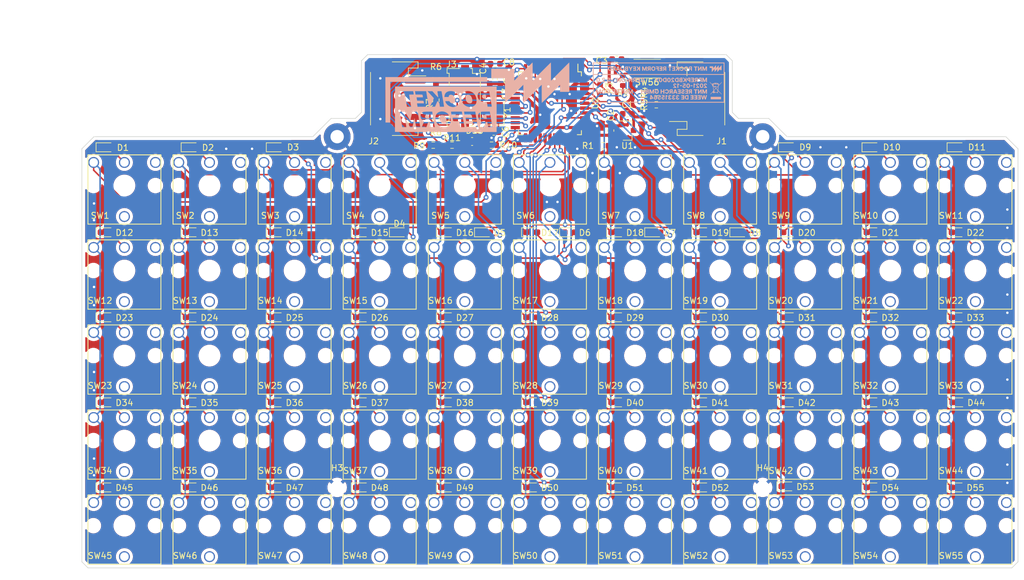
<source format=kicad_pcb>
(kicad_pcb (version 20171130) (host pcbnew 5.1.8+dfsg1-1+b1)
  (title_block (title "MNT Pocket Reform Keyboard") (date 2021-05-12) (rev D-1) (company "MNT Research GmbH") (comment 1 "Lukas F. Hartmann") (comment 2 "CERN OHL-S 2.0"))
  (layers (0 F.Cu signal) (31 B.Cu signal) (34 B.Paste user) (35 F.Paste user) (36 B.SilkS user) (37 F.SilkS user) (38 B.Mask user) (39 F.Mask user) (44 Edge.Cuts user))
  (net 0 "")
  (net 1 GND)
  (net 2 +5V)
  (net 3 +3V3)
  (net 4 "Net-(C6-Pad1)")
  (net 5 "Net-(C7-Pad1)")
  (net 6 "Net-(C8-Pad1)")
  (net 7 "Net-(D1-Pad2)")
  (net 8 ROW1)
  (net 9 "Net-(D2-Pad2)")
  (net 10 "Net-(D3-Pad2)")
  (net 11 "Net-(D4-Pad2)")
  (net 12 "Net-(D5-Pad2)")
  (net 13 "Net-(D6-Pad2)")
  (net 14 "Net-(D7-Pad2)")
  (net 15 "Net-(D8-Pad2)")
  (net 16 "Net-(D9-Pad2)")
  (net 17 "Net-(D10-Pad2)")
  (net 18 "Net-(D11-Pad2)")
  (net 19 "Net-(D12-Pad2)")
  (net 20 ROW2)
  (net 21 "Net-(D13-Pad2)")
  (net 22 "Net-(D14-Pad2)")
  (net 23 "Net-(D15-Pad2)")
  (net 24 "Net-(D16-Pad2)")
  (net 25 "Net-(D17-Pad2)")
  (net 26 "Net-(D18-Pad2)")
  (net 27 "Net-(D19-Pad2)")
  (net 28 "Net-(D20-Pad2)")
  (net 29 "Net-(D21-Pad2)")
  (net 30 "Net-(D22-Pad2)")
  (net 31 "Net-(D23-Pad2)")
  (net 32 ROW3)
  (net 33 "Net-(D24-Pad2)")
  (net 34 "Net-(D25-Pad2)")
  (net 35 "Net-(D26-Pad2)")
  (net 36 "Net-(D27-Pad2)")
  (net 37 "Net-(D28-Pad2)")
  (net 38 "Net-(D29-Pad2)")
  (net 39 "Net-(D30-Pad2)")
  (net 40 "Net-(D31-Pad2)")
  (net 41 "Net-(D32-Pad2)")
  (net 42 "Net-(D33-Pad2)")
  (net 43 "Net-(D34-Pad2)")
  (net 44 ROW4)
  (net 45 "Net-(D35-Pad2)")
  (net 46 "Net-(D36-Pad2)")
  (net 47 "Net-(D37-Pad2)")
  (net 48 "Net-(D38-Pad2)")
  (net 49 "Net-(D39-Pad2)")
  (net 50 "Net-(D40-Pad2)")
  (net 51 "Net-(D41-Pad2)")
  (net 52 "Net-(D42-Pad2)")
  (net 53 "Net-(D43-Pad2)")
  (net 54 "Net-(D44-Pad2)")
  (net 55 "Net-(D45-Pad2)")
  (net 56 ROW5)
  (net 57 "Net-(D46-Pad2)")
  (net 58 "Net-(D47-Pad2)")
  (net 59 "Net-(D48-Pad2)")
  (net 60 "Net-(D49-Pad2)")
  (net 61 "Net-(D50-Pad2)")
  (net 62 "Net-(D51-Pad2)")
  (net 63 "Net-(D52-Pad2)")
  (net 64 "Net-(D53-Pad2)")
  (net 65 "Net-(D54-Pad2)")
  (net 66 "Net-(D55-Pad2)")
  (net 67 D+)
  (net 68 D-)
  (net 69 UART_TX)
  (net 70 UART_RX)
  (net 71 "Net-(J2-Pad1)")
  (net 72 DISP_SDA)
  (net 73 DISP_SCL)
  (net 74 PROG)
  (net 75 RESET)
  (net 76 "Net-(R3-Pad1)")
  (net 77 "/Pocket Reform Keyboard MCU/UD+")
  (net 78 "/Pocket Reform Keyboard MCU/UD-")
  (net 79 COL1)
  (net 80 COL2)
  (net 81 COL3)
  (net 82 COL4)
  (net 83 COL5)
  (net 84 COL6)
  (net 85 COL7)
  (net 86 COL8)
  (net 87 COL9)
  (net 88 COL10)
  (net 89 COL11)
  (net 90 "Net-(U2-Pad8)")
  (net 91 "Net-(D56-Pad2)")
  (net 92 "Net-(R9-Pad2)")
  (net 93 "Net-(R10-Pad2)")
  (net 94 "Net-(R11-Pad2)")
  (net 95 "Net-(D56-Pad3)")
  (net 96 "Net-(D56-Pad1)")
  (net 97 "Net-(U2-Pad12)")
  (module footprints:mpre-badge-d1 (layer B.Cu) (at 153.9 58.1 180)
    (fp_text reference GFX2 hide)
    (fp_text value MNT hide)
  )
  (module Package_QFP:TQFP-44_10x10mm_P0.8mm (layer F.Cu) (at 136 61.5 270)
    (fp_text reference U2 (at 0 -7.450001 90) (layer F.SilkS))
    (fp_text value ATMEGA32U4-AU)
    (pad 44 smd rect (at -4 -5.7) (size 1.5 0.55) (layers F.Cu F.Paste F.Mask) (net 3 +3V3))
    (pad 43 smd rect (at -3.2 -5.7) (size 1.5 0.55) (layers F.Cu F.Paste F.Mask) (net 1 GND))
    (pad 42 smd rect (at -2.4 -5.7) (size 1.5 0.55) (layers F.Cu F.Paste F.Mask) (net 76 "Net-(R3-Pad1)"))
    (pad 41 smd rect (at -1.6 -5.7) (size 1.5 0.55) (layers F.Cu F.Paste F.Mask) (net 89 COL11))
    (pad 40 smd rect (at -0.8 -5.7) (size 1.5 0.55) (layers F.Cu F.Paste F.Mask) (net 88 COL10))
    (pad 39 smd rect (at 0 -5.7) (size 1.5 0.55) (layers F.Cu F.Paste F.Mask) (net 87 COL9))
    (pad 38 smd rect (at 0.8 -5.7) (size 1.5 0.55) (layers F.Cu F.Paste F.Mask) (net 86 COL8))
    (pad 37 smd rect (at 1.6 -5.7) (size 1.5 0.55) (layers F.Cu F.Paste F.Mask) (net 85 COL7))
    (pad 36 smd rect (at 2.4 -5.7) (size 1.5 0.55) (layers F.Cu F.Paste F.Mask) (net 80 COL2))
    (pad 35 smd rect (at 3.2 -5.7) (size 1.5 0.55) (layers F.Cu F.Paste F.Mask) (net 1 GND))
    (pad 34 smd rect (at 4 -5.7) (size 1.5 0.55) (layers F.Cu F.Paste F.Mask) (net 3 +3V3))
    (pad 33 smd rect (at 5.7 -4 270) (size 1.5 0.55) (layers F.Cu F.Paste F.Mask) (net 74 PROG))
    (pad 32 smd rect (at 5.7 -3.2 270) (size 1.5 0.55) (layers F.Cu F.Paste F.Mask) (net 82 COL4))
    (pad 31 smd rect (at 5.7 -2.4 270) (size 1.5 0.55) (layers F.Cu F.Paste F.Mask) (net 83 COL5))
    (pad 30 smd rect (at 5.7 -1.6 270) (size 1.5 0.55) (layers F.Cu F.Paste F.Mask) (net 8 ROW1))
    (pad 29 smd rect (at 5.7 -0.8 270) (size 1.5 0.55) (layers F.Cu F.Paste F.Mask) (net 20 ROW2))
    (pad 28 smd rect (at 5.7 0 270) (size 1.5 0.55) (layers F.Cu F.Paste F.Mask) (net 32 ROW3))
    (pad 27 smd rect (at 5.7 0.8 270) (size 1.5 0.55) (layers F.Cu F.Paste F.Mask) (net 44 ROW4))
    (pad 26 smd rect (at 5.7 1.6 270) (size 1.5 0.55) (layers F.Cu F.Paste F.Mask) (net 56 ROW5))
    (pad 25 smd rect (at 5.7 2.4 270) (size 1.5 0.55) (layers F.Cu F.Paste F.Mask) (net 84 COL6))
    (pad 24 smd rect (at 5.7 3.2 270) (size 1.5 0.55) (layers F.Cu F.Paste F.Mask) (net 3 +3V3))
    (pad 23 smd rect (at 5.7 4 270) (size 1.5 0.55) (layers F.Cu F.Paste F.Mask) (net 1 GND))
    (pad 22 smd rect (at 4 5.7) (size 1.5 0.55) (layers F.Cu F.Paste F.Mask) (net 79 COL1))
    (pad 21 smd rect (at 3.2 5.7) (size 1.5 0.55) (layers F.Cu F.Paste F.Mask) (net 69 UART_TX))
    (pad 20 smd rect (at 2.4 5.7) (size 1.5 0.55) (layers F.Cu F.Paste F.Mask) (net 70 UART_RX))
    (pad 19 smd rect (at 1.6 5.7) (size 1.5 0.55) (layers F.Cu F.Paste F.Mask) (net 72 DISP_SDA))
    (pad 18 smd rect (at 0.8 5.7) (size 1.5 0.55) (layers F.Cu F.Paste F.Mask) (net 73 DISP_SCL))
    (pad 17 smd rect (at 0 5.7) (size 1.5 0.55) (layers F.Cu F.Paste F.Mask) (net 4 "Net-(C6-Pad1)"))
    (pad 16 smd rect (at -0.8 5.7) (size 1.5 0.55) (layers F.Cu F.Paste F.Mask) (net 5 "Net-(C7-Pad1)"))
    (pad 15 smd rect (at -1.6 5.7) (size 1.5 0.55) (layers F.Cu F.Paste F.Mask) (net 1 GND))
    (pad 14 smd rect (at -2.4 5.7) (size 1.5 0.55) (layers F.Cu F.Paste F.Mask) (net 3 +3V3))
    (pad 13 smd rect (at -3.2 5.7) (size 1.5 0.55) (layers F.Cu F.Paste F.Mask) (net 75 RESET))
    (pad 12 smd rect (at -4 5.7) (size 1.5 0.55) (layers F.Cu F.Paste F.Mask) (net 97 "Net-(U2-Pad12)"))
    (pad 11 smd rect (at -5.7 4 270) (size 1.5 0.55) (layers F.Cu F.Paste F.Mask) (net 94 "Net-(R11-Pad2)"))
    (pad 10 smd rect (at -5.7 3.2 270) (size 1.5 0.55) (layers F.Cu F.Paste F.Mask) (net 92 "Net-(R9-Pad2)"))
    (pad 9 smd rect (at -5.7 2.4 270) (size 1.5 0.55) (layers F.Cu F.Paste F.Mask) (net 93 "Net-(R10-Pad2)"))
    (pad 8 smd rect (at -5.7 1.6 270) (size 1.5 0.55) (layers F.Cu F.Paste F.Mask) (net 90 "Net-(U2-Pad8)"))
    (pad 7 smd rect (at -5.7 0.8 270) (size 1.5 0.55) (layers F.Cu F.Paste F.Mask) (net 2 +5V))
    (pad 6 smd rect (at -5.7 0 270) (size 1.5 0.55) (layers F.Cu F.Paste F.Mask) (net 6 "Net-(C8-Pad1)"))
    (pad 5 smd rect (at -5.7 -0.8 270) (size 1.5 0.55) (layers F.Cu F.Paste F.Mask) (net 1 GND))
    (pad 4 smd rect (at -5.7 -1.6 270) (size 1.5 0.55) (layers F.Cu F.Paste F.Mask) (net 77 "/Pocket Reform Keyboard MCU/UD+"))
    (pad 3 smd rect (at -5.7 -2.4 270) (size 1.5 0.55) (layers F.Cu F.Paste F.Mask) (net 78 "/Pocket Reform Keyboard MCU/UD-"))
    (pad 2 smd rect (at -5.7 -3.2 270) (size 1.5 0.55) (layers F.Cu F.Paste F.Mask) (net 2 +5V))
    (pad 1 smd rect (at -5.7 -4 270) (size 1.5 0.55) (layers F.Cu F.Paste F.Mask) (net 81 COL3))
  )
  (module MountingHole:MountingHole_2.2mm_M2 (layer F.Cu) (at 171 124.75)
    (fp_text reference H4 (at 0 -3.2) (layer F.SilkS))
    (fp_text value MH4)
    (pad 1 np_thru_hole circle (at 0 0) (size 2.2 2.2) (drill 2.2) (layers *.Cu *.Mask) (net 1 GND))
  )
  (module MountingHole:MountingHole_2.2mm_M2 (layer F.Cu) (at 101 124.75)
    (fp_text reference H3 (at 0 -3.2) (layer F.SilkS))
    (fp_text value MH3)
    (pad 1 np_thru_hole circle (at 0 0) (size 2.2 2.2) (drill 2.2) (layers *.Cu *.Mask) (net 1 GND))
  )
  (module footprints:LED_150080M153000 (layer F.Cu) (at 123.2 67.8 270)
    (fp_text reference D56 (at -1.8 -0.4) (layer F.SilkS))
    (fp_text value LED_RGBA)
    (pad 4 smd rect (at -0.625 0.925 270) (size 1 1) (layers F.Cu F.Paste F.Mask) (net 3 +3V3))
    (pad 3 smd rect (at 0.625 0.925 270) (size 1 1) (layers F.Cu F.Paste F.Mask) (net 95 "Net-(D56-Pad3)"))
    (pad 2 smd rect (at 0.625 -0.925 270) (size 1 1) (layers F.Cu F.Paste F.Mask) (net 91 "Net-(D56-Pad2)"))
    (pad 1 smd rect (at -0.625 -0.925 270) (size 1 1) (layers F.Cu F.Paste F.Mask) (net 96 "Net-(D56-Pad1)"))
  )
  (module Resistor_SMD:R_0603_1608Metric (layer F.Cu) (at 119.9 68.4 180)
    (fp_text reference R11 (at 0 1.2) (layer F.SilkS))
    (fp_text value 47)
    (pad 2 smd roundrect (at 0.825 0 180) (size 0.8 0.95) (layers F.Cu F.Paste F.Mask) (net 94 "Net-(R11-Pad2)"))
    (pad 1 smd roundrect (at -0.825 0 180) (size 0.8 0.95) (layers F.Cu F.Paste F.Mask) (net 95 "Net-(D56-Pad3)"))
  )
  (module Resistor_SMD:R_0603_1608Metric (layer F.Cu) (at 126.4 68.4)
    (fp_text reference R10 (at 2.75 0) (layer F.SilkS))
    (fp_text value 47)
    (pad 2 smd roundrect (at 0.825 0) (size 0.8 0.95) (layers F.Cu F.Paste F.Mask) (net 93 "Net-(R10-Pad2)"))
    (pad 1 smd roundrect (at -0.825 0) (size 0.8 0.95) (layers F.Cu F.Paste F.Mask) (net 91 "Net-(D56-Pad2)"))
  )
  (module Resistor_SMD:R_0603_1608Metric (layer F.Cu) (at 116.8 68.4 180)
    (fp_text reference R9 (at 2.3 -0.1) (layer F.SilkS))
    (fp_text value 220)
    (pad 2 smd roundrect (at 0.825 0 180) (size 0.8 0.95) (layers F.Cu F.Paste F.Mask) (net 92 "Net-(R9-Pad2)"))
    (pad 1 smd roundrect (at -0.825 0 180) (size 0.8 0.95) (layers F.Cu F.Paste F.Mask) (net 96 "Net-(D56-Pad1)"))
  )
  (module footprints:pocket-reform (layer B.Cu) (at 123.7 60.5 180)
    (fp_text reference GFX1 hide)
    (fp_text value MNT hide)
  )
  (module Capacitor_SMD:C_0603_1608Metric (layer F.Cu) (at 126.8 60 180)
    (fp_text reference C7 (at -1.9 0 90) (layer F.SilkS))
    (fp_text value 18pF)
    (pad 2 smd roundrect (at 0.775 0 180) (size 0.9 0.95) (layers F.Cu F.Paste F.Mask) (net 1 GND))
    (pad 1 smd roundrect (at -0.775 0 180) (size 0.9 0.95) (layers F.Cu F.Paste F.Mask) (net 5 "Net-(C7-Pad1)"))
  )
  (module footprints:cherry-ml (layer F.Cu) (at 130 70)
    (fp_text reference SW6 (at 2 10) (layer F.SilkS))
    (fp_text value Choc)
    (pad 1 thru_hole circle (at 0.94 1.248) (size 1.8 1.8) (drill 1.4) (layers *.Cu *.Mask) (net 84 COL6))
    (pad 3 thru_hole circle (at 11.11 1.248) (size 1.8 1.8) (drill 1.4) (layers *.Cu *.Mask))
    (pad 2 thru_hole circle (at 6 1.248) (size 1.8 1.8) (drill 1.4) (layers *.Cu *.Mask) (net 13 "Net-(D6-Pad2)"))
    (pad 4 thru_hole circle (at 6 10.156) (size 1.8 1.8) (drill 1.4) (layers *.Cu *.Mask))
    (pad "" np_thru_hole circle (at 0.9 5.05) (size 1.55 1.55) (drill 1.55) (layers *.Cu *.Mask))
    (pad "" np_thru_hole circle (at 11.1 5.05) (size 1.55 1.55) (drill 1.55) (layers *.Cu *.Mask))
    (pad "" np_thru_hole circle (at 6 5.05) (size 2.6 2.6) (drill 2.6) (layers *.Cu *.Mask))
  )
  (module MountingHole:MountingHole_2.2mm_M2_Pad (layer F.Cu) (at 171 67)
    (fp_text reference H2 hide)
    (fp_text value MH2)
    (pad 1 thru_hole circle (at 0 0) (size 4.4 4.4) (drill 2.2) (layers *.Cu *.Mask) (net 1 GND))
  )
  (module MountingHole:MountingHole_2.2mm_M2_Pad (layer F.Cu) (at 101 67)
    (fp_text reference H1 hide)
    (fp_text value MH1)
    (pad 1 thru_hole circle (at 0 0) (size 4.4 4.4) (drill 2.2) (layers *.Cu *.Mask) (net 1 GND))
  )
  (module Crystal:Crystal_SMD_3225-4Pin_3.2x2.5mm (layer F.Cu) (at 126.8 63.1 90)
    (fp_text reference Y1 (at 0.1 2.2 90) (layer F.SilkS))
    (fp_text value 16MHz)
    (pad 4 smd rect (at -1.1 -0.85 90) (size 1.4 1.2) (layers F.Cu F.Paste F.Mask) (net 1 GND))
    (pad 3 smd rect (at 1.1 -0.85 90) (size 1.4 1.2) (layers F.Cu F.Paste F.Mask) (net 5 "Net-(C7-Pad1)"))
    (pad 2 smd rect (at 1.1 0.85 90) (size 1.4 1.2) (layers F.Cu F.Paste F.Mask) (net 1 GND))
    (pad 1 smd rect (at -1.1 0.85 90) (size 1.4 1.2) (layers F.Cu F.Paste F.Mask) (net 4 "Net-(C6-Pad1)"))
  )
  (module Package_TO_SOT_SMD:SOT-23 (layer F.Cu) (at 148.75 66)
    (fp_text reference U1 (at 0 2.5) (layer F.SilkS))
    (fp_text value MCP1700-3302E_SOT23)
    (pad 3 smd rect (at 1 0) (size 0.9 0.8) (layers F.Cu F.Paste F.Mask) (net 2 +5V))
    (pad 2 smd rect (at -1 0.95) (size 0.9 0.8) (layers F.Cu F.Paste F.Mask) (net 3 +3V3))
    (pad 1 smd rect (at -1 -0.95) (size 0.9 0.8) (layers F.Cu F.Paste F.Mask) (net 1 GND))
  )
  (module Button_Switch_SMD:SW_Push_1P1T_NO_CK_KMR2 (layer F.Cu) (at 152 55.8 180)
    (fp_text reference SW56 (at 0 -2.25) (layer F.SilkS))
    (fp_text value RESET)
    (pad 2 smd rect (at 2.05 0.8 180) (size 0.9 1) (layers F.Cu F.Paste F.Mask) (net 1 GND))
    (pad 1 smd rect (at 2.05 -0.8 180) (size 0.9 1) (layers F.Cu F.Paste F.Mask) (net 75 RESET))
    (pad 2 smd rect (at -2.05 0.8 180) (size 0.9 1) (layers F.Cu F.Paste F.Mask) (net 1 GND))
    (pad 1 smd rect (at -2.05 -0.8 180) (size 0.9 1) (layers F.Cu F.Paste F.Mask) (net 75 RESET))
  )
  (module Resistor_SMD:R_0603_1608Metric (layer F.Cu) (at 117.25 64.25 90)
    (fp_text reference R8 (at -2.05 0 180) (layer F.SilkS))
    (fp_text value 4.7k)
    (pad 2 smd roundrect (at 0.825 0 90) (size 0.8 0.95) (layers F.Cu F.Paste F.Mask) (net 73 DISP_SCL))
    (pad 1 smd roundrect (at -0.825 0 90) (size 0.8 0.95) (layers F.Cu F.Paste F.Mask) (net 3 +3V3))
  )
  (module Resistor_SMD:R_0603_1608Metric (layer F.Cu) (at 117.25 61 90)
    (fp_text reference R7 (at -0.7 -1.05 270) (layer F.SilkS))
    (fp_text value 4.7k)
    (pad 2 smd roundrect (at 0.825 0 90) (size 0.8 0.95) (layers F.Cu F.Paste F.Mask) (net 72 DISP_SDA))
    (pad 1 smd roundrect (at -0.825 0 90) (size 0.8 0.95) (layers F.Cu F.Paste F.Mask) (net 3 +3V3))
  )
  (module Resistor_SMD:R_0603_1608Metric (layer F.Cu) (at 117.25 57.5 270)
    (fp_text reference R6 (at -2 0 180) (layer F.SilkS))
    (fp_text value 0)
    (pad 2 smd roundrect (at 0.825 0 270) (size 0.8 0.95) (layers F.Cu F.Paste F.Mask) (net 3 +3V3))
    (pad 1 smd roundrect (at -0.825 0 270) (size 0.8 0.95) (layers F.Cu F.Paste F.Mask) (net 71 "Net-(J2-Pad1)"))
  )
  (module Resistor_SMD:R_0603_1608Metric (layer F.Cu) (at 153.5 61.75)
    (fp_text reference R5 (at -2 0 90) (layer F.SilkS))
    (fp_text value 22)
    (pad 2 smd roundrect (at 0.825 0) (size 0.8 0.95) (layers F.Cu F.Paste F.Mask) (net 68 D-))
    (pad 1 smd roundrect (at -0.825 0) (size 0.8 0.95) (layers F.Cu F.Paste F.Mask) (net 78 "/Pocket Reform Keyboard MCU/UD-"))
  )
  (module Resistor_SMD:R_0603_1608Metric (layer F.Cu) (at 153.5 59.75)
    (fp_text reference R4 (at -2 0 90) (layer F.SilkS))
    (fp_text value 22)
    (pad 2 smd roundrect (at 0.825 0) (size 0.8 0.95) (layers F.Cu F.Paste F.Mask) (net 67 D+))
    (pad 1 smd roundrect (at -0.825 0) (size 0.8 0.95) (layers F.Cu F.Paste F.Mask) (net 77 "/Pocket Reform Keyboard MCU/UD+"))
  )
  (module Resistor_SMD:R_0603_1608Metric (layer F.Cu) (at 144.25 59.25 90)
    (fp_text reference R3 (at 0.25 1.5 90) (layer F.SilkS))
    (fp_text value 0)
    (pad 2 smd roundrect (at 0.825 0 90) (size 0.8 0.95) (layers F.Cu F.Paste F.Mask) (net 3 +3V3))
    (pad 1 smd roundrect (at -0.825 0 90) (size 0.8 0.95) (layers F.Cu F.Paste F.Mask) (net 76 "Net-(R3-Pad1)"))
  )
  (module Resistor_SMD:R_0603_1608Metric (layer F.Cu) (at 148 57.75 90)
    (fp_text reference R2 (at -2 0 180) (layer F.SilkS))
    (fp_text value 10k)
    (pad 2 smd roundrect (at 0.825 0 90) (size 0.8 0.95) (layers F.Cu F.Paste F.Mask) (net 75 RESET))
    (pad 1 smd roundrect (at -0.825 0 90) (size 0.8 0.95) (layers F.Cu F.Paste F.Mask) (net 3 +3V3))
  )
  (module Resistor_SMD:R_0603_1608Metric (layer F.Cu) (at 144.75 68.5 180)
    (fp_text reference R1 (at 2.5 0) (layer F.SilkS))
    (fp_text value 0)
    (pad 2 smd roundrect (at 0.825 0 180) (size 0.8 0.95) (layers F.Cu F.Paste F.Mask) (net 74 PROG))
    (pad 1 smd roundrect (at -0.825 0 180) (size 0.8 0.95) (layers F.Cu F.Paste F.Mask) (net 1 GND))
  )
  (module Connector_FFC-FPC:Molex_200528-0040_1x04-1MP_P1.00mm_Horizontal (layer F.Cu) (at 120.25 60.5 90)
    (fp_text reference J3 (at 5.4 -0.45 180) (layer F.SilkS))
    (fp_text value AUX)
    (pad 4 smd rect (at 1.5 -0.91 90) (size 0.4 1) (layers F.Cu F.Paste F.Mask) (net 1 GND))
    (pad 3 smd rect (at 0.5 -0.91 90) (size 0.4 1) (layers F.Cu F.Paste F.Mask) (net 72 DISP_SDA))
    (pad 2 smd rect (at -0.5 -0.91 90) (size 0.4 1) (layers F.Cu F.Paste F.Mask) (net 73 DISP_SCL))
    (pad 1 smd rect (at -1.5 -0.91 90) (size 0.4 1) (layers F.Cu F.Paste F.Mask) (net 3 +3V3))
    (pad MP smd rect (at 4.3 1.79 90) (size 2 1.3) (layers F.Cu F.Paste F.Mask))
    (pad MP smd rect (at -4.3 1.79 90) (size 2 1.3) (layers F.Cu F.Paste F.Mask))
  )
  (module Connector_JST:JST_PH_S4B-PH-SM4-TB_1x04-1MP_P2.00mm_Horizontal (layer F.Cu) (at 111 60.75 270)
    (fp_text reference J2 (at 7 4 180) (layer F.SilkS))
    (fp_text value UART)
    (pad MP smd roundrect (at 5.35 2.9 270) (size 1.5 3.4) (layers F.Cu F.Paste F.Mask) (roundrect_rratio 0.1666666666666667))
    (pad MP smd roundrect (at -5.35 2.9 270) (size 1.5 3.4) (layers F.Cu F.Paste F.Mask) (roundrect_rratio 0.1666666666666667))
    (pad 4 smd roundrect (at 3 -2.85 270) (size 1 3.5) (layers F.Cu F.Paste F.Mask) (net 1 GND))
    (pad 3 smd roundrect (at 1 -2.85 270) (size 1 3.5) (layers F.Cu F.Paste F.Mask) (net 69 UART_TX))
    (pad 2 smd roundrect (at -1 -2.85 270) (size 1 3.5) (layers F.Cu F.Paste F.Mask) (net 70 UART_RX))
    (pad 1 smd roundrect (at -3 -2.85 270) (size 1 3.5) (layers F.Cu F.Paste F.Mask) (net 71 "Net-(J2-Pad1)"))
  )
  (module Connector_JST:JST_PH_S4B-PH-SM4-TB_1x04-1MP_P2.00mm_Horizontal (layer F.Cu) (at 160.25 60.75 90)
    (fp_text reference J1 (at -7 4 180) (layer F.SilkS))
    (fp_text value USB)
    (pad MP smd roundrect (at 5.35 2.9 90) (size 1.5 3.4) (layers F.Cu F.Paste F.Mask) (roundrect_rratio 0.1666666666666667))
    (pad MP smd roundrect (at -5.35 2.9 90) (size 1.5 3.4) (layers F.Cu F.Paste F.Mask) (roundrect_rratio 0.1666666666666667))
    (pad 4 smd roundrect (at 3 -2.85 90) (size 1 3.5) (layers F.Cu F.Paste F.Mask) (net 1 GND))
    (pad 3 smd roundrect (at 1 -2.85 90) (size 1 3.5) (layers F.Cu F.Paste F.Mask) (net 67 D+))
    (pad 2 smd roundrect (at -1 -2.85 90) (size 1 3.5) (layers F.Cu F.Paste F.Mask) (net 68 D-))
    (pad 1 smd roundrect (at -3 -2.85 90) (size 1 3.5) (layers F.Cu F.Paste F.Mask) (net 2 +5V))
  )
  (module Diode_SMD:D_0603_1608Metric_Pad1.05x0.95mm_HandSolder (layer F.Cu) (at 203 124.75)
    (fp_text reference D55 (at 3 0.07) (layer F.SilkS))
    (fp_text value MMDL914T1G)
    (pad 2 smd roundrect (at 0.875 0) (size 1.05 0.95) (layers F.Cu F.Paste F.Mask) (net 66 "Net-(D55-Pad2)"))
    (pad 1 smd roundrect (at -0.875 0) (size 1.05 0.95) (layers F.Cu F.Paste F.Mask) (net 56 ROW5))
  )
  (module Diode_SMD:D_0603_1608Metric_Pad1.05x0.95mm_HandSolder (layer F.Cu) (at 189 124.75)
    (fp_text reference D54 (at 3 0.07) (layer F.SilkS))
    (fp_text value MMDL914T1G)
    (pad 2 smd roundrect (at 0.875 0) (size 1.05 0.95) (layers F.Cu F.Paste F.Mask) (net 65 "Net-(D54-Pad2)"))
    (pad 1 smd roundrect (at -0.875 0) (size 1.05 0.95) (layers F.Cu F.Paste F.Mask) (net 56 ROW5))
  )
  (module Diode_SMD:D_0603_1608Metric_Pad1.05x0.95mm_HandSolder (layer F.Cu) (at 175 124.58)
    (fp_text reference D53 (at 3 0.07) (layer F.SilkS))
    (fp_text value MMDL914T1G)
    (pad 2 smd roundrect (at 0.875 0) (size 1.05 0.95) (layers F.Cu F.Paste F.Mask) (net 64 "Net-(D53-Pad2)"))
    (pad 1 smd roundrect (at -0.875 0) (size 1.05 0.95) (layers F.Cu F.Paste F.Mask) (net 56 ROW5))
  )
  (module Diode_SMD:D_0603_1608Metric_Pad1.05x0.95mm_HandSolder (layer F.Cu) (at 161 124.75)
    (fp_text reference D52 (at 3 0.07) (layer F.SilkS))
    (fp_text value MMDL914T1G)
    (pad 2 smd roundrect (at 0.875 0) (size 1.05 0.95) (layers F.Cu F.Paste F.Mask) (net 63 "Net-(D52-Pad2)"))
    (pad 1 smd roundrect (at -0.875 0) (size 1.05 0.95) (layers F.Cu F.Paste F.Mask) (net 56 ROW5))
  )
  (module Diode_SMD:D_0603_1608Metric_Pad1.05x0.95mm_HandSolder (layer F.Cu) (at 147 124.75)
    (fp_text reference D51 (at 3 0.07) (layer F.SilkS))
    (fp_text value MMDL914T1G)
    (pad 2 smd roundrect (at 0.875 0) (size 1.05 0.95) (layers F.Cu F.Paste F.Mask) (net 62 "Net-(D51-Pad2)"))
    (pad 1 smd roundrect (at -0.875 0) (size 1.05 0.95) (layers F.Cu F.Paste F.Mask) (net 56 ROW5))
  )
  (module Diode_SMD:D_0603_1608Metric_Pad1.05x0.95mm_HandSolder (layer F.Cu) (at 133 124.75)
    (fp_text reference D50 (at 3 0.07) (layer F.SilkS))
    (fp_text value MMDL914T1G)
    (pad 2 smd roundrect (at 0.875 0) (size 1.05 0.95) (layers F.Cu F.Paste F.Mask) (net 61 "Net-(D50-Pad2)"))
    (pad 1 smd roundrect (at -0.875 0) (size 1.05 0.95) (layers F.Cu F.Paste F.Mask) (net 56 ROW5))
  )
  (module Diode_SMD:D_0603_1608Metric_Pad1.05x0.95mm_HandSolder (layer F.Cu) (at 119 124.75)
    (fp_text reference D49 (at 3 0.07) (layer F.SilkS))
    (fp_text value MMDL914T1G)
    (pad 2 smd roundrect (at 0.875 0) (size 1.05 0.95) (layers F.Cu F.Paste F.Mask) (net 60 "Net-(D49-Pad2)"))
    (pad 1 smd roundrect (at -0.875 0) (size 1.05 0.95) (layers F.Cu F.Paste F.Mask) (net 56 ROW5))
  )
  (module Diode_SMD:D_0603_1608Metric_Pad1.05x0.95mm_HandSolder (layer F.Cu) (at 105 124.75)
    (fp_text reference D48 (at 3 0.07) (layer F.SilkS))
    (fp_text value MMDL914T1G)
    (pad 2 smd roundrect (at 0.875 0) (size 1.05 0.95) (layers F.Cu F.Paste F.Mask) (net 59 "Net-(D48-Pad2)"))
    (pad 1 smd roundrect (at -0.875 0) (size 1.05 0.95) (layers F.Cu F.Paste F.Mask) (net 56 ROW5))
  )
  (module Diode_SMD:D_0603_1608Metric_Pad1.05x0.95mm_HandSolder (layer F.Cu) (at 91 124.75)
    (fp_text reference D47 (at 3 0.07) (layer F.SilkS))
    (fp_text value MMDL914T1G)
    (pad 2 smd roundrect (at 0.875 0) (size 1.05 0.95) (layers F.Cu F.Paste F.Mask) (net 58 "Net-(D47-Pad2)"))
    (pad 1 smd roundrect (at -0.875 0) (size 1.05 0.95) (layers F.Cu F.Paste F.Mask) (net 56 ROW5))
  )
  (module Diode_SMD:D_0603_1608Metric_Pad1.05x0.95mm_HandSolder (layer F.Cu) (at 77 124.75)
    (fp_text reference D46 (at 3 0.07) (layer F.SilkS))
    (fp_text value MMDL914T1G)
    (pad 2 smd roundrect (at 0.875 0) (size 1.05 0.95) (layers F.Cu F.Paste F.Mask) (net 57 "Net-(D46-Pad2)"))
    (pad 1 smd roundrect (at -0.875 0) (size 1.05 0.95) (layers F.Cu F.Paste F.Mask) (net 56 ROW5))
  )
  (module Diode_SMD:D_0603_1608Metric_Pad1.05x0.95mm_HandSolder (layer F.Cu) (at 63 124.75)
    (fp_text reference D45 (at 3 0.07) (layer F.SilkS))
    (fp_text value MMDL914T1G)
    (pad 2 smd roundrect (at 0.875 0) (size 1.05 0.95) (layers F.Cu F.Paste F.Mask) (net 55 "Net-(D45-Pad2)"))
    (pad 1 smd roundrect (at -0.875 0) (size 1.05 0.95) (layers F.Cu F.Paste F.Mask) (net 56 ROW5))
  )
  (module Diode_SMD:D_0603_1608Metric_Pad1.05x0.95mm_HandSolder (layer F.Cu) (at 203.125 110.75)
    (fp_text reference D44 (at 3 0.07) (layer F.SilkS))
    (fp_text value MMDL914T1G)
    (pad 2 smd roundrect (at 0.875 0) (size 1.05 0.95) (layers F.Cu F.Paste F.Mask) (net 54 "Net-(D44-Pad2)"))
    (pad 1 smd roundrect (at -0.875 0) (size 1.05 0.95) (layers F.Cu F.Paste F.Mask) (net 44 ROW4))
  )
  (module Diode_SMD:D_0603_1608Metric_Pad1.05x0.95mm_HandSolder (layer F.Cu) (at 189 110.75)
    (fp_text reference D43 (at 3 0.07) (layer F.SilkS))
    (fp_text value MMDL914T1G)
    (pad 2 smd roundrect (at 0.875 0) (size 1.05 0.95) (layers F.Cu F.Paste F.Mask) (net 53 "Net-(D43-Pad2)"))
    (pad 1 smd roundrect (at -0.875 0) (size 1.05 0.95) (layers F.Cu F.Paste F.Mask) (net 44 ROW4))
  )
  (module Diode_SMD:D_0603_1608Metric_Pad1.05x0.95mm_HandSolder (layer F.Cu) (at 175.25 110.75)
    (fp_text reference D42 (at 3 0.07) (layer F.SilkS))
    (fp_text value MMDL914T1G)
    (pad 2 smd roundrect (at 0.875 0) (size 1.05 0.95) (layers F.Cu F.Paste F.Mask) (net 52 "Net-(D42-Pad2)"))
    (pad 1 smd roundrect (at -0.875 0) (size 1.05 0.95) (layers F.Cu F.Paste F.Mask) (net 44 ROW4))
  )
  (module Diode_SMD:D_0603_1608Metric_Pad1.05x0.95mm_HandSolder (layer F.Cu) (at 161 110.75)
    (fp_text reference D41 (at 3 0.07) (layer F.SilkS))
    (fp_text value MMDL914T1G)
    (pad 2 smd roundrect (at 0.875 0) (size 1.05 0.95) (layers F.Cu F.Paste F.Mask) (net 51 "Net-(D41-Pad2)"))
    (pad 1 smd roundrect (at -0.875 0) (size 1.05 0.95) (layers F.Cu F.Paste F.Mask) (net 44 ROW4))
  )
  (module Diode_SMD:D_0603_1608Metric_Pad1.05x0.95mm_HandSolder (layer F.Cu) (at 147 110.75)
    (fp_text reference D40 (at 3 0.07) (layer F.SilkS))
    (fp_text value MMDL914T1G)
    (pad 2 smd roundrect (at 0.875 0) (size 1.05 0.95) (layers F.Cu F.Paste F.Mask) (net 50 "Net-(D40-Pad2)"))
    (pad 1 smd roundrect (at -0.875 0) (size 1.05 0.95) (layers F.Cu F.Paste F.Mask) (net 44 ROW4))
  )
  (module Diode_SMD:D_0603_1608Metric_Pad1.05x0.95mm_HandSolder (layer F.Cu) (at 133 110.75)
    (fp_text reference D39 (at 3 0.07) (layer F.SilkS))
    (fp_text value MMDL914T1G)
    (pad 2 smd roundrect (at 0.875 0) (size 1.05 0.95) (layers F.Cu F.Paste F.Mask) (net 49 "Net-(D39-Pad2)"))
    (pad 1 smd roundrect (at -0.875 0) (size 1.05 0.95) (layers F.Cu F.Paste F.Mask) (net 44 ROW4))
  )
  (module Diode_SMD:D_0603_1608Metric_Pad1.05x0.95mm_HandSolder (layer F.Cu) (at 119 110.75)
    (fp_text reference D38 (at 3 0.07) (layer F.SilkS))
    (fp_text value MMDL914T1G)
    (pad 2 smd roundrect (at 0.875 0) (size 1.05 0.95) (layers F.Cu F.Paste F.Mask) (net 48 "Net-(D38-Pad2)"))
    (pad 1 smd roundrect (at -0.875 0) (size 1.05 0.95) (layers F.Cu F.Paste F.Mask) (net 44 ROW4))
  )
  (module Diode_SMD:D_0603_1608Metric_Pad1.05x0.95mm_HandSolder (layer F.Cu) (at 105 110.75)
    (fp_text reference D37 (at 3 0.07) (layer F.SilkS))
    (fp_text value MMDL914T1G)
    (pad 2 smd roundrect (at 0.875 0) (size 1.05 0.95) (layers F.Cu F.Paste F.Mask) (net 47 "Net-(D37-Pad2)"))
    (pad 1 smd roundrect (at -0.875 0) (size 1.05 0.95) (layers F.Cu F.Paste F.Mask) (net 44 ROW4))
  )
  (module Diode_SMD:D_0603_1608Metric_Pad1.05x0.95mm_HandSolder (layer F.Cu) (at 91 110.75)
    (fp_text reference D36 (at 3 0.07) (layer F.SilkS))
    (fp_text value MMDL914T1G)
    (pad 2 smd roundrect (at 0.875 0) (size 1.05 0.95) (layers F.Cu F.Paste F.Mask) (net 46 "Net-(D36-Pad2)"))
    (pad 1 smd roundrect (at -0.875 0) (size 1.05 0.95) (layers F.Cu F.Paste F.Mask) (net 44 ROW4))
  )
  (module Diode_SMD:D_0603_1608Metric_Pad1.05x0.95mm_HandSolder (layer F.Cu) (at 77 110.75)
    (fp_text reference D35 (at 3 0.07) (layer F.SilkS))
    (fp_text value MMDL914T1G)
    (pad 2 smd roundrect (at 0.875 0) (size 1.05 0.95) (layers F.Cu F.Paste F.Mask) (net 45 "Net-(D35-Pad2)"))
    (pad 1 smd roundrect (at -0.875 0) (size 1.05 0.95) (layers F.Cu F.Paste F.Mask) (net 44 ROW4))
  )
  (module Diode_SMD:D_0603_1608Metric_Pad1.05x0.95mm_HandSolder (layer F.Cu) (at 63 110.75)
    (fp_text reference D34 (at 3 0.07) (layer F.SilkS))
    (fp_text value MMDL914T1G)
    (pad 2 smd roundrect (at 0.875 0) (size 1.05 0.95) (layers F.Cu F.Paste F.Mask) (net 43 "Net-(D34-Pad2)"))
    (pad 1 smd roundrect (at -0.875 0) (size 1.05 0.95) (layers F.Cu F.Paste F.Mask) (net 44 ROW4))
  )
  (module Diode_SMD:D_0603_1608Metric_Pad1.05x0.95mm_HandSolder (layer F.Cu) (at 203 96.75)
    (fp_text reference D33 (at 3 0.07) (layer F.SilkS))
    (fp_text value MMDL914T1G)
    (pad 2 smd roundrect (at 0.875 0) (size 1.05 0.95) (layers F.Cu F.Paste F.Mask) (net 42 "Net-(D33-Pad2)"))
    (pad 1 smd roundrect (at -0.875 0) (size 1.05 0.95) (layers F.Cu F.Paste F.Mask) (net 32 ROW3))
  )
  (module Diode_SMD:D_0603_1608Metric_Pad1.05x0.95mm_HandSolder (layer F.Cu) (at 189 96.75)
    (fp_text reference D32 (at 3 0.07) (layer F.SilkS))
    (fp_text value MMDL914T1G)
    (pad 2 smd roundrect (at 0.875 0) (size 1.05 0.95) (layers F.Cu F.Paste F.Mask) (net 41 "Net-(D32-Pad2)"))
    (pad 1 smd roundrect (at -0.875 0) (size 1.05 0.95) (layers F.Cu F.Paste F.Mask) (net 32 ROW3))
  )
  (module Diode_SMD:D_0603_1608Metric_Pad1.05x0.95mm_HandSolder (layer F.Cu) (at 175.25 96.75)
    (fp_text reference D31 (at 3 0.07) (layer F.SilkS))
    (fp_text value MMDL914T1G)
    (pad 2 smd roundrect (at 0.875 0) (size 1.05 0.95) (layers F.Cu F.Paste F.Mask) (net 40 "Net-(D31-Pad2)"))
    (pad 1 smd roundrect (at -0.875 0) (size 1.05 0.95) (layers F.Cu F.Paste F.Mask) (net 32 ROW3))
  )
  (module Diode_SMD:D_0603_1608Metric_Pad1.05x0.95mm_HandSolder (layer F.Cu) (at 161 96.75)
    (fp_text reference D30 (at 3 0.07) (layer F.SilkS))
    (fp_text value MMDL914T1G)
    (pad 2 smd roundrect (at 0.875 0) (size 1.05 0.95) (layers F.Cu F.Paste F.Mask) (net 39 "Net-(D30-Pad2)"))
    (pad 1 smd roundrect (at -0.875 0) (size 1.05 0.95) (layers F.Cu F.Paste F.Mask) (net 32 ROW3))
  )
  (module Diode_SMD:D_0603_1608Metric_Pad1.05x0.95mm_HandSolder (layer F.Cu) (at 147 96.75)
    (fp_text reference D29 (at 3 0.07) (layer F.SilkS))
    (fp_text value MMDL914T1G)
    (pad 2 smd roundrect (at 0.875 0) (size 1.05 0.95) (layers F.Cu F.Paste F.Mask) (net 38 "Net-(D29-Pad2)"))
    (pad 1 smd roundrect (at -0.875 0) (size 1.05 0.95) (layers F.Cu F.Paste F.Mask) (net 32 ROW3))
  )
  (module Diode_SMD:D_0603_1608Metric_Pad1.05x0.95mm_HandSolder (layer F.Cu) (at 133 96.75)
    (fp_text reference D28 (at 3 0.07) (layer F.SilkS))
    (fp_text value MMDL914T1G)
    (pad 2 smd roundrect (at 0.875 0) (size 1.05 0.95) (layers F.Cu F.Paste F.Mask) (net 37 "Net-(D28-Pad2)"))
    (pad 1 smd roundrect (at -0.875 0) (size 1.05 0.95) (layers F.Cu F.Paste F.Mask) (net 32 ROW3))
  )
  (module Diode_SMD:D_0603_1608Metric_Pad1.05x0.95mm_HandSolder (layer F.Cu) (at 119 96.75)
    (fp_text reference D27 (at 3 0.07) (layer F.SilkS))
    (fp_text value MMDL914T1G)
    (pad 2 smd roundrect (at 0.875 0) (size 1.05 0.95) (layers F.Cu F.Paste F.Mask) (net 36 "Net-(D27-Pad2)"))
    (pad 1 smd roundrect (at -0.875 0) (size 1.05 0.95) (layers F.Cu F.Paste F.Mask) (net 32 ROW3))
  )
  (module Diode_SMD:D_0603_1608Metric_Pad1.05x0.95mm_HandSolder (layer F.Cu) (at 105 96.75)
    (fp_text reference D26 (at 3 0.07) (layer F.SilkS))
    (fp_text value MMDL914T1G)
    (pad 2 smd roundrect (at 0.875 0) (size 1.05 0.95) (layers F.Cu F.Paste F.Mask) (net 35 "Net-(D26-Pad2)"))
    (pad 1 smd roundrect (at -0.875 0) (size 1.05 0.95) (layers F.Cu F.Paste F.Mask) (net 32 ROW3))
  )
  (module Diode_SMD:D_0603_1608Metric_Pad1.05x0.95mm_HandSolder (layer F.Cu) (at 91 96.75)
    (fp_text reference D25 (at 3 0.07) (layer F.SilkS))
    (fp_text value MMDL914T1G)
    (pad 2 smd roundrect (at 0.875 0) (size 1.05 0.95) (layers F.Cu F.Paste F.Mask) (net 34 "Net-(D25-Pad2)"))
    (pad 1 smd roundrect (at -0.875 0) (size 1.05 0.95) (layers F.Cu F.Paste F.Mask) (net 32 ROW3))
  )
  (module Diode_SMD:D_0603_1608Metric_Pad1.05x0.95mm_HandSolder (layer F.Cu) (at 77 96.75)
    (fp_text reference D24 (at 3 0.07) (layer F.SilkS))
    (fp_text value MMDL914T1G)
    (pad 2 smd roundrect (at 0.875 0) (size 1.05 0.95) (layers F.Cu F.Paste F.Mask) (net 33 "Net-(D24-Pad2)"))
    (pad 1 smd roundrect (at -0.875 0) (size 1.05 0.95) (layers F.Cu F.Paste F.Mask) (net 32 ROW3))
  )
  (module Diode_SMD:D_0603_1608Metric_Pad1.05x0.95mm_HandSolder (layer F.Cu) (at 63 96.75)
    (fp_text reference D23 (at 3 0.07) (layer F.SilkS))
    (fp_text value MMDL914T1G)
    (pad 2 smd roundrect (at 0.875 0) (size 1.05 0.95) (layers F.Cu F.Paste F.Mask) (net 31 "Net-(D23-Pad2)"))
    (pad 1 smd roundrect (at -0.875 0) (size 1.05 0.95) (layers F.Cu F.Paste F.Mask) (net 32 ROW3))
  )
  (module Diode_SMD:D_0603_1608Metric_Pad1.05x0.95mm_HandSolder (layer F.Cu) (at 203 82.75)
    (fp_text reference D22 (at 3 0.07) (layer F.SilkS))
    (fp_text value MMDL914T1G)
    (pad 2 smd roundrect (at 0.875 0) (size 1.05 0.95) (layers F.Cu F.Paste F.Mask) (net 30 "Net-(D22-Pad2)"))
    (pad 1 smd roundrect (at -0.875 0) (size 1.05 0.95) (layers F.Cu F.Paste F.Mask) (net 20 ROW2))
  )
  (module Diode_SMD:D_0603_1608Metric_Pad1.05x0.95mm_HandSolder (layer F.Cu) (at 189 82.75)
    (fp_text reference D21 (at 3 0.07) (layer F.SilkS))
    (fp_text value MMDL914T1G)
    (pad 2 smd roundrect (at 0.875 0) (size 1.05 0.95) (layers F.Cu F.Paste F.Mask) (net 29 "Net-(D21-Pad2)"))
    (pad 1 smd roundrect (at -0.875 0) (size 1.05 0.95) (layers F.Cu F.Paste F.Mask) (net 20 ROW2))
  )
  (module Diode_SMD:D_0603_1608Metric_Pad1.05x0.95mm_HandSolder (layer F.Cu) (at 175.25 82.75)
    (fp_text reference D20 (at 3 0.07) (layer F.SilkS))
    (fp_text value MMDL914T1G)
    (pad 2 smd roundrect (at 0.875 0) (size 1.05 0.95) (layers F.Cu F.Paste F.Mask) (net 28 "Net-(D20-Pad2)"))
    (pad 1 smd roundrect (at -0.875 0) (size 1.05 0.95) (layers F.Cu F.Paste F.Mask) (net 20 ROW2))
  )
  (module Diode_SMD:D_0603_1608Metric_Pad1.05x0.95mm_HandSolder (layer F.Cu) (at 161 82.75)
    (fp_text reference D19 (at 3 0.07) (layer F.SilkS))
    (fp_text value MMDL914T1G)
    (pad 2 smd roundrect (at 0.875 0) (size 1.05 0.95) (layers F.Cu F.Paste F.Mask) (net 27 "Net-(D19-Pad2)"))
    (pad 1 smd roundrect (at -0.875 0) (size 1.05 0.95) (layers F.Cu F.Paste F.Mask) (net 20 ROW2))
  )
  (module Diode_SMD:D_0603_1608Metric_Pad1.05x0.95mm_HandSolder (layer F.Cu) (at 147 82.75)
    (fp_text reference D18 (at 3 0.07) (layer F.SilkS))
    (fp_text value MMDL914T1G)
    (pad 2 smd roundrect (at 0.875 0) (size 1.05 0.95) (layers F.Cu F.Paste F.Mask) (net 26 "Net-(D18-Pad2)"))
    (pad 1 smd roundrect (at -0.875 0) (size 1.05 0.95) (layers F.Cu F.Paste F.Mask) (net 20 ROW2))
  )
  (module Diode_SMD:D_0603_1608Metric_Pad1.05x0.95mm_HandSolder (layer F.Cu) (at 133 82.75)
    (fp_text reference D17 (at 3 0.07) (layer F.SilkS))
    (fp_text value MMDL914T1G)
    (pad 2 smd roundrect (at 0.875 0) (size 1.05 0.95) (layers F.Cu F.Paste F.Mask) (net 25 "Net-(D17-Pad2)"))
    (pad 1 smd roundrect (at -0.875 0) (size 1.05 0.95) (layers F.Cu F.Paste F.Mask) (net 20 ROW2))
  )
  (module Diode_SMD:D_0603_1608Metric_Pad1.05x0.95mm_HandSolder (layer F.Cu) (at 119 82.75)
    (fp_text reference D16 (at 3 0.07) (layer F.SilkS))
    (fp_text value MMDL914T1G)
    (pad 2 smd roundrect (at 0.875 0) (size 1.05 0.95) (layers F.Cu F.Paste F.Mask) (net 24 "Net-(D16-Pad2)"))
    (pad 1 smd roundrect (at -0.875 0) (size 1.05 0.95) (layers F.Cu F.Paste F.Mask) (net 20 ROW2))
  )
  (module Diode_SMD:D_0603_1608Metric_Pad1.05x0.95mm_HandSolder (layer F.Cu) (at 105 82.75)
    (fp_text reference D15 (at 3 0.07) (layer F.SilkS))
    (fp_text value MMDL914T1G)
    (pad 2 smd roundrect (at 0.875 0) (size 1.05 0.95) (layers F.Cu F.Paste F.Mask) (net 23 "Net-(D15-Pad2)"))
    (pad 1 smd roundrect (at -0.875 0) (size 1.05 0.95) (layers F.Cu F.Paste F.Mask) (net 20 ROW2))
  )
  (module Diode_SMD:D_0603_1608Metric_Pad1.05x0.95mm_HandSolder (layer F.Cu) (at 91 82.75)
    (fp_text reference D14 (at 3 0.07) (layer F.SilkS))
    (fp_text value MMDL914T1G)
    (pad 2 smd roundrect (at 0.875 0) (size 1.05 0.95) (layers F.Cu F.Paste F.Mask) (net 22 "Net-(D14-Pad2)"))
    (pad 1 smd roundrect (at -0.875 0) (size 1.05 0.95) (layers F.Cu F.Paste F.Mask) (net 20 ROW2))
  )
  (module Diode_SMD:D_0603_1608Metric_Pad1.05x0.95mm_HandSolder (layer F.Cu) (at 77 82.75)
    (fp_text reference D13 (at 3 0.07) (layer F.SilkS))
    (fp_text value MMDL914T1G)
    (pad 2 smd roundrect (at 0.875 0) (size 1.05 0.95) (layers F.Cu F.Paste F.Mask) (net 21 "Net-(D13-Pad2)"))
    (pad 1 smd roundrect (at -0.875 0) (size 1.05 0.95) (layers F.Cu F.Paste F.Mask) (net 20 ROW2))
  )
  (module Diode_SMD:D_0603_1608Metric_Pad1.05x0.95mm_HandSolder (layer F.Cu) (at 63 82.75)
    (fp_text reference D12 (at 3 0.07) (layer F.SilkS))
    (fp_text value MMDL914T1G)
    (pad 2 smd roundrect (at 0.875 0) (size 1.05 0.95) (layers F.Cu F.Paste F.Mask) (net 19 "Net-(D12-Pad2)"))
    (pad 1 smd roundrect (at -0.875 0) (size 1.05 0.95) (layers F.Cu F.Paste F.Mask) (net 20 ROW2))
  )
  (module Diode_SMD:D_0603_1608Metric_Pad1.05x0.95mm_HandSolder (layer F.Cu) (at 203 68.75)
    (fp_text reference D11 (at 3.25 0) (layer F.SilkS))
    (fp_text value MMDL914T1G)
    (pad 2 smd roundrect (at 0.875 0) (size 1.05 0.95) (layers F.Cu F.Paste F.Mask) (net 18 "Net-(D11-Pad2)"))
    (pad 1 smd roundrect (at -0.875 0) (size 1.05 0.95) (layers F.Cu F.Paste F.Mask) (net 8 ROW1))
  )
  (module Diode_SMD:D_0603_1608Metric_Pad1.05x0.95mm_HandSolder (layer F.Cu) (at 189 68.75)
    (fp_text reference D10 (at 3.25 0) (layer F.SilkS))
    (fp_text value MMDL914T1G)
    (pad 2 smd roundrect (at 0.875 0) (size 1.05 0.95) (layers F.Cu F.Paste F.Mask) (net 17 "Net-(D10-Pad2)"))
    (pad 1 smd roundrect (at -0.875 0) (size 1.05 0.95) (layers F.Cu F.Paste F.Mask) (net 8 ROW1))
  )
  (module Diode_SMD:D_0603_1608Metric_Pad1.05x0.95mm_HandSolder (layer F.Cu) (at 175.25 68.75)
    (fp_text reference D9 (at 2.75 0) (layer F.SilkS))
    (fp_text value MMDL914T1G)
    (pad 2 smd roundrect (at 0.875 0) (size 1.05 0.95) (layers F.Cu F.Paste F.Mask) (net 16 "Net-(D9-Pad2)"))
    (pad 1 smd roundrect (at -0.875 0) (size 1.05 0.95) (layers F.Cu F.Paste F.Mask) (net 8 ROW1))
  )
  (module Diode_SMD:D_0603_1608Metric_Pad1.05x0.95mm_HandSolder (layer F.Cu) (at 167.25 82.75)
    (fp_text reference D8 (at 2.5 0.07) (layer F.SilkS))
    (fp_text value MMDL914T1G)
    (pad 2 smd roundrect (at 0.875 0) (size 1.05 0.95) (layers F.Cu F.Paste F.Mask) (net 15 "Net-(D8-Pad2)"))
    (pad 1 smd roundrect (at -0.875 0) (size 1.05 0.95) (layers F.Cu F.Paste F.Mask) (net 8 ROW1))
  )
  (module Diode_SMD:D_0603_1608Metric_Pad1.05x0.95mm_HandSolder (layer F.Cu) (at 153.25 82.75)
    (fp_text reference D7 (at 2.5 0.07) (layer F.SilkS))
    (fp_text value MMDL914T1G)
    (pad 2 smd roundrect (at 0.875 0) (size 1.05 0.95) (layers F.Cu F.Paste F.Mask) (net 14 "Net-(D7-Pad2)"))
    (pad 1 smd roundrect (at -0.875 0) (size 1.05 0.95) (layers F.Cu F.Paste F.Mask) (net 8 ROW1))
  )
  (module Diode_SMD:D_0603_1608Metric_Pad1.05x0.95mm_HandSolder (layer F.Cu) (at 139.25 82.75)
    (fp_text reference D6 (at 2.5 0.07) (layer F.SilkS))
    (fp_text value MMDL914T1G)
    (pad 2 smd roundrect (at 0.875 0) (size 1.05 0.95) (layers F.Cu F.Paste F.Mask) (net 13 "Net-(D6-Pad2)"))
    (pad 1 smd roundrect (at -0.875 0) (size 1.05 0.95) (layers F.Cu F.Paste F.Mask) (net 8 ROW1))
  )
  (module Diode_SMD:D_0603_1608Metric_Pad1.05x0.95mm_HandSolder (layer F.Cu) (at 125.25 82.75)
    (fp_text reference D5 (at 2.5 0.07) (layer F.SilkS))
    (fp_text value MMDL914T1G)
    (pad 2 smd roundrect (at 0.875 0) (size 1.05 0.95) (layers F.Cu F.Paste F.Mask) (net 12 "Net-(D5-Pad2)"))
    (pad 1 smd roundrect (at -0.875 0) (size 1.05 0.95) (layers F.Cu F.Paste F.Mask) (net 8 ROW1))
  )
  (module Diode_SMD:D_0603_1608Metric_Pad1.05x0.95mm_HandSolder (layer F.Cu) (at 111.25 82.75)
    (fp_text reference D4 (at 0 -1.43) (layer F.SilkS))
    (fp_text value MMDL914T1G)
    (pad 2 smd roundrect (at 0.875 0) (size 1.05 0.95) (layers F.Cu F.Paste F.Mask) (net 11 "Net-(D4-Pad2)"))
    (pad 1 smd roundrect (at -0.875 0) (size 1.05 0.95) (layers F.Cu F.Paste F.Mask) (net 8 ROW1))
  )
  (module Diode_SMD:D_0603_1608Metric_Pad1.05x0.95mm_HandSolder (layer F.Cu) (at 91 68.75)
    (fp_text reference D3 (at 2.75 0) (layer F.SilkS))
    (fp_text value MMDL914T1G)
    (pad 2 smd roundrect (at 0.875 0) (size 1.05 0.95) (layers F.Cu F.Paste F.Mask) (net 10 "Net-(D3-Pad2)"))
    (pad 1 smd roundrect (at -0.875 0) (size 1.05 0.95) (layers F.Cu F.Paste F.Mask) (net 8 ROW1))
  )
  (module Diode_SMD:D_0603_1608Metric_Pad1.05x0.95mm_HandSolder (layer F.Cu) (at 77 68.75)
    (fp_text reference D2 (at 2.75 0.07) (layer F.SilkS))
    (fp_text value MMDL914T1G)
    (pad 2 smd roundrect (at 0.875 0) (size 1.05 0.95) (layers F.Cu F.Paste F.Mask) (net 9 "Net-(D2-Pad2)"))
    (pad 1 smd roundrect (at -0.875 0) (size 1.05 0.95) (layers F.Cu F.Paste F.Mask) (net 8 ROW1))
  )
  (module Diode_SMD:D_0603_1608Metric_Pad1.05x0.95mm_HandSolder (layer F.Cu) (at 63 68.75)
    (fp_text reference D1 (at 2.75 0.07) (layer F.SilkS))
    (fp_text value MMDL914T1G)
    (pad 2 smd roundrect (at 0.875 0) (size 1.05 0.95) (layers F.Cu F.Paste F.Mask) (net 7 "Net-(D1-Pad2)"))
    (pad 1 smd roundrect (at -0.875 0) (size 1.05 0.95) (layers F.Cu F.Paste F.Mask) (net 8 ROW1))
  )
  (module Capacitor_SMD:C_0603_1608Metric (layer F.Cu) (at 127 55 180)
    (fp_text reference C8 (at -2.25 0.25) (layer F.SilkS))
    (fp_text value 1uF)
    (pad 2 smd roundrect (at 0.775 0 180) (size 0.9 0.95) (layers F.Cu F.Paste F.Mask) (net 1 GND))
    (pad 1 smd roundrect (at -0.775 0 180) (size 0.9 0.95) (layers F.Cu F.Paste F.Mask) (net 6 "Net-(C8-Pad1)"))
  )
  (module Capacitor_SMD:C_0603_1608Metric (layer F.Cu) (at 126.75 66.25 180)
    (fp_text reference C6 (at -1.95 0 90) (layer F.SilkS))
    (fp_text value 18pF)
    (pad 2 smd roundrect (at 0.775 0 180) (size 0.9 0.95) (layers F.Cu F.Paste F.Mask) (net 1 GND))
    (pad 1 smd roundrect (at -0.775 0 180) (size 0.9 0.95) (layers F.Cu F.Paste F.Mask) (net 4 "Net-(C6-Pad1)"))
  )
  (module Capacitor_SMD:C_0603_1608Metric (layer F.Cu) (at 127.85 57.5 90)
    (fp_text reference C5 (at 0 1.15 90) (layer F.SilkS))
    (fp_text value 0.1uF)
    (pad 2 smd roundrect (at 0.775 0 90) (size 0.9 0.95) (layers F.Cu F.Paste F.Mask) (net 1 GND))
    (pad 1 smd roundrect (at -0.775 0 90) (size 0.9 0.95) (layers F.Cu F.Paste F.Mask) (net 3 +3V3))
  )
  (module Capacitor_SMD:C_0603_1608Metric (layer F.Cu) (at 126.1 57.5 90)
    (fp_text reference C4 (at 1.75 -1.1 90) (layer F.SilkS))
    (fp_text value 1uF)
    (pad 2 smd roundrect (at 0.775 0 90) (size 0.9 0.95) (layers F.Cu F.Paste F.Mask) (net 1 GND))
    (pad 1 smd roundrect (at -0.775 0 90) (size 0.9 0.95) (layers F.Cu F.Paste F.Mask) (net 3 +3V3))
  )
  (module Capacitor_SMD:C_0603_1608Metric (layer F.Cu) (at 147 54.25)
    (fp_text reference C3 (at -2.5 0.25) (layer F.SilkS))
    (fp_text value 0.1uF)
    (pad 2 smd roundrect (at 0.775 0) (size 0.9 0.95) (layers F.Cu F.Paste F.Mask) (net 1 GND))
    (pad 1 smd roundrect (at -0.775 0) (size 0.9 0.95) (layers F.Cu F.Paste F.Mask) (net 2 +5V))
  )
  (module Capacitor_SMD:C_0603_1608Metric (layer F.Cu) (at 146 66 90)
    (fp_text reference C2 (at 2.5 0 90) (layer F.SilkS))
    (fp_text value 1uF)
    (pad 2 smd roundrect (at 0.775 0 90) (size 0.9 0.95) (layers F.Cu F.Paste F.Mask) (net 1 GND))
    (pad 1 smd roundrect (at -0.775 0 90) (size 0.9 0.95) (layers F.Cu F.Paste F.Mask) (net 3 +3V3))
  )
  (module Capacitor_SMD:C_0603_1608Metric (layer F.Cu) (at 148.75 63.25 180)
    (fp_text reference C1 (at 0 1.5) (layer F.SilkS))
    (fp_text value 1uF)
    (pad 2 smd roundrect (at 0.775 0 180) (size 0.9 0.95) (layers F.Cu F.Paste F.Mask) (net 1 GND))
    (pad 1 smd roundrect (at -0.775 0 180) (size 0.9 0.95) (layers F.Cu F.Paste F.Mask) (net 2 +5V))
  )
  (module footprints:cherry-ml (layer F.Cu) (at 60 98)
    (fp_text reference SW23 (at 2 10) (layer F.SilkS))
    (fp_text value Choc)
    (pad "" np_thru_hole circle (at 6 5.05) (size 2.6 2.6) (drill 2.6) (layers *.Cu *.Mask))
    (pad "" np_thru_hole circle (at 11.1 5.05) (size 1.55 1.55) (drill 1.55) (layers *.Cu *.Mask))
    (pad "" np_thru_hole circle (at 0.9 5.05) (size 1.55 1.55) (drill 1.55) (layers *.Cu *.Mask))
    (pad 4 thru_hole circle (at 6 10.156) (size 1.8 1.8) (drill 1.4) (layers *.Cu *.Mask))
    (pad 2 thru_hole circle (at 6 1.248) (size 1.8 1.8) (drill 1.4) (layers *.Cu *.Mask) (net 31 "Net-(D23-Pad2)"))
    (pad 3 thru_hole circle (at 11.11 1.248) (size 1.8 1.8) (drill 1.4) (layers *.Cu *.Mask))
    (pad 1 thru_hole circle (at 0.94 1.248) (size 1.8 1.8) (drill 1.4) (layers *.Cu *.Mask) (net 79 COL1))
  )
  (module footprints:cherry-ml (layer F.Cu) (at 60 112)
    (fp_text reference SW34 (at 2 10) (layer F.SilkS))
    (fp_text value Choc)
    (pad 1 thru_hole circle (at 0.94 1.248) (size 1.8 1.8) (drill 1.4) (layers *.Cu *.Mask) (net 79 COL1))
    (pad 3 thru_hole circle (at 11.11 1.248) (size 1.8 1.8) (drill 1.4) (layers *.Cu *.Mask))
    (pad 2 thru_hole circle (at 6 1.248) (size 1.8 1.8) (drill 1.4) (layers *.Cu *.Mask) (net 43 "Net-(D34-Pad2)"))
    (pad 4 thru_hole circle (at 6 10.156) (size 1.8 1.8) (drill 1.4) (layers *.Cu *.Mask))
    (pad "" np_thru_hole circle (at 0.9 5.05) (size 1.55 1.55) (drill 1.55) (layers *.Cu *.Mask))
    (pad "" np_thru_hole circle (at 11.1 5.05) (size 1.55 1.55) (drill 1.55) (layers *.Cu *.Mask))
    (pad "" np_thru_hole circle (at 6 5.05) (size 2.6 2.6) (drill 2.6) (layers *.Cu *.Mask))
  )
  (module footprints:cherry-ml (layer F.Cu) (at 60 126)
    (fp_text reference SW45 (at 2 10) (layer F.SilkS))
    (fp_text value Choc)
    (pad "" np_thru_hole circle (at 6 5.05) (size 2.6 2.6) (drill 2.6) (layers *.Cu *.Mask))
    (pad "" np_thru_hole circle (at 11.1 5.05) (size 1.55 1.55) (drill 1.55) (layers *.Cu *.Mask))
    (pad "" np_thru_hole circle (at 0.9 5.05) (size 1.55 1.55) (drill 1.55) (layers *.Cu *.Mask))
    (pad 4 thru_hole circle (at 6 10.156) (size 1.8 1.8) (drill 1.4) (layers *.Cu *.Mask))
    (pad 2 thru_hole circle (at 6 1.248) (size 1.8 1.8) (drill 1.4) (layers *.Cu *.Mask) (net 55 "Net-(D45-Pad2)"))
    (pad 3 thru_hole circle (at 11.11 1.248) (size 1.8 1.8) (drill 1.4) (layers *.Cu *.Mask))
    (pad 1 thru_hole circle (at 0.94 1.248) (size 1.8 1.8) (drill 1.4) (layers *.Cu *.Mask) (net 79 COL1))
  )
  (module footprints:cherry-ml (layer F.Cu) (at 60 84)
    (fp_text reference SW12 (at 2 10) (layer F.SilkS))
    (fp_text value Choc)
    (pad "" np_thru_hole circle (at 6 5.05) (size 2.6 2.6) (drill 2.6) (layers *.Cu *.Mask))
    (pad "" np_thru_hole circle (at 11.1 5.05) (size 1.55 1.55) (drill 1.55) (layers *.Cu *.Mask))
    (pad "" np_thru_hole circle (at 0.9 5.05) (size 1.55 1.55) (drill 1.55) (layers *.Cu *.Mask))
    (pad 4 thru_hole circle (at 6 10.156) (size 1.8 1.8) (drill 1.4) (layers *.Cu *.Mask))
    (pad 2 thru_hole circle (at 6 1.248) (size 1.8 1.8) (drill 1.4) (layers *.Cu *.Mask) (net 19 "Net-(D12-Pad2)"))
    (pad 3 thru_hole circle (at 11.11 1.248) (size 1.8 1.8) (drill 1.4) (layers *.Cu *.Mask))
    (pad 1 thru_hole circle (at 0.94 1.248) (size 1.8 1.8) (drill 1.4) (layers *.Cu *.Mask) (net 79 COL1))
  )
  (module footprints:cherry-ml (layer F.Cu) (at 102 126)
    (fp_text reference SW48 (at 2 10) (layer F.SilkS))
    (fp_text value Choc)
    (pad "" np_thru_hole circle (at 6 5.05) (size 2.6 2.6) (drill 2.6) (layers *.Cu *.Mask))
    (pad "" np_thru_hole circle (at 11.1 5.05) (size 1.55 1.55) (drill 1.55) (layers *.Cu *.Mask))
    (pad "" np_thru_hole circle (at 0.9 5.05) (size 1.55 1.55) (drill 1.55) (layers *.Cu *.Mask))
    (pad 4 thru_hole circle (at 6 10.156) (size 1.8 1.8) (drill 1.4) (layers *.Cu *.Mask))
    (pad 2 thru_hole circle (at 6 1.248) (size 1.8 1.8) (drill 1.4) (layers *.Cu *.Mask) (net 59 "Net-(D48-Pad2)"))
    (pad 3 thru_hole circle (at 11.11 1.248) (size 1.8 1.8) (drill 1.4) (layers *.Cu *.Mask))
    (pad 1 thru_hole circle (at 0.94 1.248) (size 1.8 1.8) (drill 1.4) (layers *.Cu *.Mask) (net 82 COL4))
  )
  (module footprints:cherry-ml (layer F.Cu) (at 172 126)
    (fp_text reference SW53 (at 2 10) (layer F.SilkS))
    (fp_text value Choc)
    (pad 1 thru_hole circle (at 0.94 1.248) (size 1.8 1.8) (drill 1.4) (layers *.Cu *.Mask) (net 87 COL9))
    (pad 3 thru_hole circle (at 11.11 1.248) (size 1.8 1.8) (drill 1.4) (layers *.Cu *.Mask))
    (pad 2 thru_hole circle (at 6 1.248) (size 1.8 1.8) (drill 1.4) (layers *.Cu *.Mask) (net 64 "Net-(D53-Pad2)"))
    (pad 4 thru_hole circle (at 6 10.156) (size 1.8 1.8) (drill 1.4) (layers *.Cu *.Mask))
    (pad "" np_thru_hole circle (at 0.9 5.05) (size 1.55 1.55) (drill 1.55) (layers *.Cu *.Mask))
    (pad "" np_thru_hole circle (at 11.1 5.05) (size 1.55 1.55) (drill 1.55) (layers *.Cu *.Mask))
    (pad "" np_thru_hole circle (at 6 5.05) (size 2.6 2.6) (drill 2.6) (layers *.Cu *.Mask))
  )
  (module footprints:cherry-ml (layer F.Cu) (at 186 126)
    (fp_text reference SW54 (at 2 10) (layer F.SilkS))
    (fp_text value Choc)
    (pad "" np_thru_hole circle (at 6 5.05) (size 2.6 2.6) (drill 2.6) (layers *.Cu *.Mask))
    (pad "" np_thru_hole circle (at 11.1 5.05) (size 1.55 1.55) (drill 1.55) (layers *.Cu *.Mask))
    (pad "" np_thru_hole circle (at 0.9 5.05) (size 1.55 1.55) (drill 1.55) (layers *.Cu *.Mask))
    (pad 4 thru_hole circle (at 6 10.156) (size 1.8 1.8) (drill 1.4) (layers *.Cu *.Mask))
    (pad 2 thru_hole circle (at 6 1.248) (size 1.8 1.8) (drill 1.4) (layers *.Cu *.Mask) (net 65 "Net-(D54-Pad2)"))
    (pad 3 thru_hole circle (at 11.11 1.248) (size 1.8 1.8) (drill 1.4) (layers *.Cu *.Mask))
    (pad 1 thru_hole circle (at 0.94 1.248) (size 1.8 1.8) (drill 1.4) (layers *.Cu *.Mask) (net 88 COL10))
  )
  (module footprints:cherry-ml (layer F.Cu) (at 130 126)
    (fp_text reference SW50 (at 2 10) (layer F.SilkS))
    (fp_text value Choc)
    (pad "" np_thru_hole circle (at 6 5.05) (size 2.6 2.6) (drill 2.6) (layers *.Cu *.Mask))
    (pad "" np_thru_hole circle (at 11.1 5.05) (size 1.55 1.55) (drill 1.55) (layers *.Cu *.Mask))
    (pad "" np_thru_hole circle (at 0.9 5.05) (size 1.55 1.55) (drill 1.55) (layers *.Cu *.Mask))
    (pad 4 thru_hole circle (at 6 10.156) (size 1.8 1.8) (drill 1.4) (layers *.Cu *.Mask))
    (pad 2 thru_hole circle (at 6 1.248) (size 1.8 1.8) (drill 1.4) (layers *.Cu *.Mask) (net 61 "Net-(D50-Pad2)"))
    (pad 3 thru_hole circle (at 11.11 1.248) (size 1.8 1.8) (drill 1.4) (layers *.Cu *.Mask))
    (pad 1 thru_hole circle (at 0.94 1.248) (size 1.8 1.8) (drill 1.4) (layers *.Cu *.Mask) (net 84 COL6))
  )
  (module footprints:cherry-ml (layer F.Cu) (at 74 126)
    (fp_text reference SW46 (at 2 10) (layer F.SilkS))
    (fp_text value Choc)
    (pad 1 thru_hole circle (at 0.94 1.248) (size 1.8 1.8) (drill 1.4) (layers *.Cu *.Mask) (net 80 COL2))
    (pad 3 thru_hole circle (at 11.11 1.248) (size 1.8 1.8) (drill 1.4) (layers *.Cu *.Mask))
    (pad 2 thru_hole circle (at 6 1.248) (size 1.8 1.8) (drill 1.4) (layers *.Cu *.Mask) (net 57 "Net-(D46-Pad2)"))
    (pad 4 thru_hole circle (at 6 10.156) (size 1.8 1.8) (drill 1.4) (layers *.Cu *.Mask))
    (pad "" np_thru_hole circle (at 0.9 5.05) (size 1.55 1.55) (drill 1.55) (layers *.Cu *.Mask))
    (pad "" np_thru_hole circle (at 11.1 5.05) (size 1.55 1.55) (drill 1.55) (layers *.Cu *.Mask))
    (pad "" np_thru_hole circle (at 6 5.05) (size 2.6 2.6) (drill 2.6) (layers *.Cu *.Mask))
  )
  (module footprints:cherry-ml (layer F.Cu) (at 200 126)
    (fp_text reference SW55 (at 2 10) (layer F.SilkS))
    (fp_text value Choc)
    (pad 1 thru_hole circle (at 0.94 1.248) (size 1.8 1.8) (drill 1.4) (layers *.Cu *.Mask) (net 89 COL11))
    (pad 3 thru_hole circle (at 11.11 1.248) (size 1.8 1.8) (drill 1.4) (layers *.Cu *.Mask))
    (pad 2 thru_hole circle (at 6 1.248) (size 1.8 1.8) (drill 1.4) (layers *.Cu *.Mask) (net 66 "Net-(D55-Pad2)"))
    (pad 4 thru_hole circle (at 6 10.156) (size 1.8 1.8) (drill 1.4) (layers *.Cu *.Mask))
    (pad "" np_thru_hole circle (at 0.9 5.05) (size 1.55 1.55) (drill 1.55) (layers *.Cu *.Mask))
    (pad "" np_thru_hole circle (at 11.1 5.05) (size 1.55 1.55) (drill 1.55) (layers *.Cu *.Mask))
    (pad "" np_thru_hole circle (at 6 5.05) (size 2.6 2.6) (drill 2.6) (layers *.Cu *.Mask))
  )
  (module footprints:cherry-ml (layer F.Cu) (at 116 126)
    (fp_text reference SW49 (at 2 10) (layer F.SilkS))
    (fp_text value Choc)
    (pad "" np_thru_hole circle (at 6 5.05) (size 2.6 2.6) (drill 2.6) (layers *.Cu *.Mask))
    (pad "" np_thru_hole circle (at 11.1 5.05) (size 1.55 1.55) (drill 1.55) (layers *.Cu *.Mask))
    (pad "" np_thru_hole circle (at 0.9 5.05) (size 1.55 1.55) (drill 1.55) (layers *.Cu *.Mask))
    (pad 4 thru_hole circle (at 6 10.156) (size 1.8 1.8) (drill 1.4) (layers *.Cu *.Mask))
    (pad 2 thru_hole circle (at 6 1.248) (size 1.8 1.8) (drill 1.4) (layers *.Cu *.Mask) (net 60 "Net-(D49-Pad2)"))
    (pad 3 thru_hole circle (at 11.11 1.248) (size 1.8 1.8) (drill 1.4) (layers *.Cu *.Mask))
    (pad 1 thru_hole circle (at 0.94 1.248) (size 1.8 1.8) (drill 1.4) (layers *.Cu *.Mask) (net 83 COL5))
  )
  (module footprints:cherry-ml (layer F.Cu) (at 158 126)
    (fp_text reference SW52 (at 2 10) (layer F.SilkS))
    (fp_text value Choc)
    (pad 1 thru_hole circle (at 0.94 1.248) (size 1.8 1.8) (drill 1.4) (layers *.Cu *.Mask) (net 86 COL8))
    (pad 3 thru_hole circle (at 11.11 1.248) (size 1.8 1.8) (drill 1.4) (layers *.Cu *.Mask))
    (pad 2 thru_hole circle (at 6 1.248) (size 1.8 1.8) (drill 1.4) (layers *.Cu *.Mask) (net 63 "Net-(D52-Pad2)"))
    (pad 4 thru_hole circle (at 6 10.156) (size 1.8 1.8) (drill 1.4) (layers *.Cu *.Mask))
    (pad "" np_thru_hole circle (at 0.9 5.05) (size 1.55 1.55) (drill 1.55) (layers *.Cu *.Mask))
    (pad "" np_thru_hole circle (at 11.1 5.05) (size 1.55 1.55) (drill 1.55) (layers *.Cu *.Mask))
    (pad "" np_thru_hole circle (at 6 5.05) (size 2.6 2.6) (drill 2.6) (layers *.Cu *.Mask))
  )
  (module footprints:cherry-ml (layer F.Cu) (at 144 126)
    (fp_text reference SW51 (at 2 10) (layer F.SilkS))
    (fp_text value Choc)
    (pad 1 thru_hole circle (at 0.94 1.248) (size 1.8 1.8) (drill 1.4) (layers *.Cu *.Mask) (net 85 COL7))
    (pad 3 thru_hole circle (at 11.11 1.248) (size 1.8 1.8) (drill 1.4) (layers *.Cu *.Mask))
    (pad 2 thru_hole circle (at 6 1.248) (size 1.8 1.8) (drill 1.4) (layers *.Cu *.Mask) (net 62 "Net-(D51-Pad2)"))
    (pad 4 thru_hole circle (at 6 10.156) (size 1.8 1.8) (drill 1.4) (layers *.Cu *.Mask))
    (pad "" np_thru_hole circle (at 0.9 5.05) (size 1.55 1.55) (drill 1.55) (layers *.Cu *.Mask))
    (pad "" np_thru_hole circle (at 11.1 5.05) (size 1.55 1.55) (drill 1.55) (layers *.Cu *.Mask))
    (pad "" np_thru_hole circle (at 6 5.05) (size 2.6 2.6) (drill 2.6) (layers *.Cu *.Mask))
  )
  (module footprints:cherry-ml (layer F.Cu) (at 88 126)
    (fp_text reference SW47 (at 2 10) (layer F.SilkS))
    (fp_text value Choc)
    (pad 1 thru_hole circle (at 0.94 1.248) (size 1.8 1.8) (drill 1.4) (layers *.Cu *.Mask) (net 81 COL3))
    (pad 3 thru_hole circle (at 11.11 1.248) (size 1.8 1.8) (drill 1.4) (layers *.Cu *.Mask))
    (pad 2 thru_hole circle (at 6 1.248) (size 1.8 1.8) (drill 1.4) (layers *.Cu *.Mask) (net 58 "Net-(D47-Pad2)"))
    (pad 4 thru_hole circle (at 6 10.156) (size 1.8 1.8) (drill 1.4) (layers *.Cu *.Mask))
    (pad "" np_thru_hole circle (at 0.9 5.05) (size 1.55 1.55) (drill 1.55) (layers *.Cu *.Mask))
    (pad "" np_thru_hole circle (at 11.1 5.05) (size 1.55 1.55) (drill 1.55) (layers *.Cu *.Mask))
    (pad "" np_thru_hole circle (at 6 5.05) (size 2.6 2.6) (drill 2.6) (layers *.Cu *.Mask))
  )
  (module footprints:cherry-ml (layer F.Cu) (at 172 98)
    (fp_text reference SW31 (at 2 10) (layer F.SilkS))
    (fp_text value Choc)
    (pad 1 thru_hole circle (at 0.94 1.248) (size 1.8 1.8) (drill 1.4) (layers *.Cu *.Mask) (net 87 COL9))
    (pad 3 thru_hole circle (at 11.11 1.248) (size 1.8 1.8) (drill 1.4) (layers *.Cu *.Mask))
    (pad 2 thru_hole circle (at 6 1.248) (size 1.8 1.8) (drill 1.4) (layers *.Cu *.Mask) (net 40 "Net-(D31-Pad2)"))
    (pad 4 thru_hole circle (at 6 10.156) (size 1.8 1.8) (drill 1.4) (layers *.Cu *.Mask))
    (pad "" np_thru_hole circle (at 0.9 5.05) (size 1.55 1.55) (drill 1.55) (layers *.Cu *.Mask))
    (pad "" np_thru_hole circle (at 11.1 5.05) (size 1.55 1.55) (drill 1.55) (layers *.Cu *.Mask))
    (pad "" np_thru_hole circle (at 6 5.05) (size 2.6 2.6) (drill 2.6) (layers *.Cu *.Mask))
  )
  (module footprints:cherry-ml (layer F.Cu) (at 116 112)
    (fp_text reference SW38 (at 2 10) (layer F.SilkS))
    (fp_text value Choc)
    (pad 1 thru_hole circle (at 0.94 1.248) (size 1.8 1.8) (drill 1.4) (layers *.Cu *.Mask) (net 83 COL5))
    (pad 3 thru_hole circle (at 11.11 1.248) (size 1.8 1.8) (drill 1.4) (layers *.Cu *.Mask))
    (pad 2 thru_hole circle (at 6 1.248) (size 1.8 1.8) (drill 1.4) (layers *.Cu *.Mask) (net 48 "Net-(D38-Pad2)"))
    (pad 4 thru_hole circle (at 6 10.156) (size 1.8 1.8) (drill 1.4) (layers *.Cu *.Mask))
    (pad "" np_thru_hole circle (at 0.9 5.05) (size 1.55 1.55) (drill 1.55) (layers *.Cu *.Mask))
    (pad "" np_thru_hole circle (at 11.1 5.05) (size 1.55 1.55) (drill 1.55) (layers *.Cu *.Mask))
    (pad "" np_thru_hole circle (at 6 5.05) (size 2.6 2.6) (drill 2.6) (layers *.Cu *.Mask))
  )
  (module footprints:cherry-ml (layer F.Cu) (at 88 98)
    (fp_text reference SW25 (at 2 10) (layer F.SilkS))
    (fp_text value Choc)
    (pad 1 thru_hole circle (at 0.94 1.248) (size 1.8 1.8) (drill 1.4) (layers *.Cu *.Mask) (net 81 COL3))
    (pad 3 thru_hole circle (at 11.11 1.248) (size 1.8 1.8) (drill 1.4) (layers *.Cu *.Mask))
    (pad 2 thru_hole circle (at 6 1.248) (size 1.8 1.8) (drill 1.4) (layers *.Cu *.Mask) (net 34 "Net-(D25-Pad2)"))
    (pad 4 thru_hole circle (at 6 10.156) (size 1.8 1.8) (drill 1.4) (layers *.Cu *.Mask))
    (pad "" np_thru_hole circle (at 0.9 5.05) (size 1.55 1.55) (drill 1.55) (layers *.Cu *.Mask))
    (pad "" np_thru_hole circle (at 11.1 5.05) (size 1.55 1.55) (drill 1.55) (layers *.Cu *.Mask))
    (pad "" np_thru_hole circle (at 6 5.05) (size 2.6 2.6) (drill 2.6) (layers *.Cu *.Mask))
  )
  (module footprints:cherry-ml (layer F.Cu) (at 74 98)
    (fp_text reference SW24 (at 2 10) (layer F.SilkS))
    (fp_text value Choc)
    (pad 1 thru_hole circle (at 0.94 1.248) (size 1.8 1.8) (drill 1.4) (layers *.Cu *.Mask) (net 80 COL2))
    (pad 3 thru_hole circle (at 11.11 1.248) (size 1.8 1.8) (drill 1.4) (layers *.Cu *.Mask))
    (pad 2 thru_hole circle (at 6 1.248) (size 1.8 1.8) (drill 1.4) (layers *.Cu *.Mask) (net 33 "Net-(D24-Pad2)"))
    (pad 4 thru_hole circle (at 6 10.156) (size 1.8 1.8) (drill 1.4) (layers *.Cu *.Mask))
    (pad "" np_thru_hole circle (at 0.9 5.05) (size 1.55 1.55) (drill 1.55) (layers *.Cu *.Mask))
    (pad "" np_thru_hole circle (at 11.1 5.05) (size 1.55 1.55) (drill 1.55) (layers *.Cu *.Mask))
    (pad "" np_thru_hole circle (at 6 5.05) (size 2.6 2.6) (drill 2.6) (layers *.Cu *.Mask))
  )
  (module footprints:cherry-ml (layer F.Cu) (at 116 98)
    (fp_text reference SW27 (at 2 10) (layer F.SilkS))
    (fp_text value Choc)
    (pad "" np_thru_hole circle (at 6 5.05) (size 2.6 2.6) (drill 2.6) (layers *.Cu *.Mask))
    (pad "" np_thru_hole circle (at 11.1 5.05) (size 1.55 1.55) (drill 1.55) (layers *.Cu *.Mask))
    (pad "" np_thru_hole circle (at 0.9 5.05) (size 1.55 1.55) (drill 1.55) (layers *.Cu *.Mask))
    (pad 4 thru_hole circle (at 6 10.156) (size 1.8 1.8) (drill 1.4) (layers *.Cu *.Mask))
    (pad 2 thru_hole circle (at 6 1.248) (size 1.8 1.8) (drill 1.4) (layers *.Cu *.Mask) (net 36 "Net-(D27-Pad2)"))
    (pad 3 thru_hole circle (at 11.11 1.248) (size 1.8 1.8) (drill 1.4) (layers *.Cu *.Mask))
    (pad 1 thru_hole circle (at 0.94 1.248) (size 1.8 1.8) (drill 1.4) (layers *.Cu *.Mask) (net 83 COL5))
  )
  (module footprints:cherry-ml (layer F.Cu) (at 102 112)
    (fp_text reference SW37 (at 2 10) (layer F.SilkS))
    (fp_text value Choc)
    (pad 1 thru_hole circle (at 0.94 1.248) (size 1.8 1.8) (drill 1.4) (layers *.Cu *.Mask) (net 82 COL4))
    (pad 3 thru_hole circle (at 11.11 1.248) (size 1.8 1.8) (drill 1.4) (layers *.Cu *.Mask))
    (pad 2 thru_hole circle (at 6 1.248) (size 1.8 1.8) (drill 1.4) (layers *.Cu *.Mask) (net 47 "Net-(D37-Pad2)"))
    (pad 4 thru_hole circle (at 6 10.156) (size 1.8 1.8) (drill 1.4) (layers *.Cu *.Mask))
    (pad "" np_thru_hole circle (at 0.9 5.05) (size 1.55 1.55) (drill 1.55) (layers *.Cu *.Mask))
    (pad "" np_thru_hole circle (at 11.1 5.05) (size 1.55 1.55) (drill 1.55) (layers *.Cu *.Mask))
    (pad "" np_thru_hole circle (at 6 5.05) (size 2.6 2.6) (drill 2.6) (layers *.Cu *.Mask))
  )
  (module footprints:cherry-ml (layer F.Cu) (at 130 98)
    (fp_text reference SW28 (at 2 10) (layer F.SilkS))
    (fp_text value Choc)
    (pad "" np_thru_hole circle (at 6 5.05) (size 2.6 2.6) (drill 2.6) (layers *.Cu *.Mask))
    (pad "" np_thru_hole circle (at 11.1 5.05) (size 1.55 1.55) (drill 1.55) (layers *.Cu *.Mask))
    (pad "" np_thru_hole circle (at 0.9 5.05) (size 1.55 1.55) (drill 1.55) (layers *.Cu *.Mask))
    (pad 4 thru_hole circle (at 6 10.156) (size 1.8 1.8) (drill 1.4) (layers *.Cu *.Mask))
    (pad 2 thru_hole circle (at 6 1.248) (size 1.8 1.8) (drill 1.4) (layers *.Cu *.Mask) (net 37 "Net-(D28-Pad2)"))
    (pad 3 thru_hole circle (at 11.11 1.248) (size 1.8 1.8) (drill 1.4) (layers *.Cu *.Mask))
    (pad 1 thru_hole circle (at 0.94 1.248) (size 1.8 1.8) (drill 1.4) (layers *.Cu *.Mask) (net 84 COL6))
  )
  (module footprints:cherry-ml (layer F.Cu) (at 144 112)
    (fp_text reference SW40 (at 2 10) (layer F.SilkS))
    (fp_text value Choc)
    (pad "" np_thru_hole circle (at 6 5.05) (size 2.6 2.6) (drill 2.6) (layers *.Cu *.Mask))
    (pad "" np_thru_hole circle (at 11.1 5.05) (size 1.55 1.55) (drill 1.55) (layers *.Cu *.Mask))
    (pad "" np_thru_hole circle (at 0.9 5.05) (size 1.55 1.55) (drill 1.55) (layers *.Cu *.Mask))
    (pad 4 thru_hole circle (at 6 10.156) (size 1.8 1.8) (drill 1.4) (layers *.Cu *.Mask))
    (pad 2 thru_hole circle (at 6 1.248) (size 1.8 1.8) (drill 1.4) (layers *.Cu *.Mask) (net 50 "Net-(D40-Pad2)"))
    (pad 3 thru_hole circle (at 11.11 1.248) (size 1.8 1.8) (drill 1.4) (layers *.Cu *.Mask))
    (pad 1 thru_hole circle (at 0.94 1.248) (size 1.8 1.8) (drill 1.4) (layers *.Cu *.Mask) (net 85 COL7))
  )
  (module footprints:cherry-ml (layer F.Cu) (at 186 112)
    (fp_text reference SW43 (at 2 10) (layer F.SilkS))
    (fp_text value Choc)
    (pad 1 thru_hole circle (at 0.94 1.248) (size 1.8 1.8) (drill 1.4) (layers *.Cu *.Mask) (net 88 COL10))
    (pad 3 thru_hole circle (at 11.11 1.248) (size 1.8 1.8) (drill 1.4) (layers *.Cu *.Mask))
    (pad 2 thru_hole circle (at 6 1.248) (size 1.8 1.8) (drill 1.4) (layers *.Cu *.Mask) (net 53 "Net-(D43-Pad2)"))
    (pad 4 thru_hole circle (at 6 10.156) (size 1.8 1.8) (drill 1.4) (layers *.Cu *.Mask))
    (pad "" np_thru_hole circle (at 0.9 5.05) (size 1.55 1.55) (drill 1.55) (layers *.Cu *.Mask))
    (pad "" np_thru_hole circle (at 11.1 5.05) (size 1.55 1.55) (drill 1.55) (layers *.Cu *.Mask))
    (pad "" np_thru_hole circle (at 6 5.05) (size 2.6 2.6) (drill 2.6) (layers *.Cu *.Mask))
  )
  (module footprints:cherry-ml (layer F.Cu) (at 102 98)
    (fp_text reference SW26 (at 2 10) (layer F.SilkS))
    (fp_text value Choc)
    (pad "" np_thru_hole circle (at 6 5.05) (size 2.6 2.6) (drill 2.6) (layers *.Cu *.Mask))
    (pad "" np_thru_hole circle (at 11.1 5.05) (size 1.55 1.55) (drill 1.55) (layers *.Cu *.Mask))
    (pad "" np_thru_hole circle (at 0.9 5.05) (size 1.55 1.55) (drill 1.55) (layers *.Cu *.Mask))
    (pad 4 thru_hole circle (at 6 10.156) (size 1.8 1.8) (drill 1.4) (layers *.Cu *.Mask))
    (pad 2 thru_hole circle (at 6 1.248) (size 1.8 1.8) (drill 1.4) (layers *.Cu *.Mask) (net 35 "Net-(D26-Pad2)"))
    (pad 3 thru_hole circle (at 11.11 1.248) (size 1.8 1.8) (drill 1.4) (layers *.Cu *.Mask))
    (pad 1 thru_hole circle (at 0.94 1.248) (size 1.8 1.8) (drill 1.4) (layers *.Cu *.Mask) (net 82 COL4))
  )
  (module footprints:cherry-ml (layer F.Cu) (at 200 98)
    (fp_text reference SW33 (at 2 10) (layer F.SilkS))
    (fp_text value Choc)
    (pad 1 thru_hole circle (at 0.94 1.248) (size 1.8 1.8) (drill 1.4) (layers *.Cu *.Mask) (net 89 COL11))
    (pad 3 thru_hole circle (at 11.11 1.248) (size 1.8 1.8) (drill 1.4) (layers *.Cu *.Mask))
    (pad 2 thru_hole circle (at 6 1.248) (size 1.8 1.8) (drill 1.4) (layers *.Cu *.Mask) (net 42 "Net-(D33-Pad2)"))
    (pad 4 thru_hole circle (at 6 10.156) (size 1.8 1.8) (drill 1.4) (layers *.Cu *.Mask))
    (pad "" np_thru_hole circle (at 0.9 5.05) (size 1.55 1.55) (drill 1.55) (layers *.Cu *.Mask))
    (pad "" np_thru_hole circle (at 11.1 5.05) (size 1.55 1.55) (drill 1.55) (layers *.Cu *.Mask))
    (pad "" np_thru_hole circle (at 6 5.05) (size 2.6 2.6) (drill 2.6) (layers *.Cu *.Mask))
  )
  (module footprints:cherry-ml (layer F.Cu) (at 144 98)
    (fp_text reference SW29 (at 2 10) (layer F.SilkS))
    (fp_text value Choc)
    (pad 1 thru_hole circle (at 0.94 1.248) (size 1.8 1.8) (drill 1.4) (layers *.Cu *.Mask) (net 85 COL7))
    (pad 3 thru_hole circle (at 11.11 1.248) (size 1.8 1.8) (drill 1.4) (layers *.Cu *.Mask))
    (pad 2 thru_hole circle (at 6 1.248) (size 1.8 1.8) (drill 1.4) (layers *.Cu *.Mask) (net 38 "Net-(D29-Pad2)"))
    (pad 4 thru_hole circle (at 6 10.156) (size 1.8 1.8) (drill 1.4) (layers *.Cu *.Mask))
    (pad "" np_thru_hole circle (at 0.9 5.05) (size 1.55 1.55) (drill 1.55) (layers *.Cu *.Mask))
    (pad "" np_thru_hole circle (at 11.1 5.05) (size 1.55 1.55) (drill 1.55) (layers *.Cu *.Mask))
    (pad "" np_thru_hole circle (at 6 5.05) (size 2.6 2.6) (drill 2.6) (layers *.Cu *.Mask))
  )
  (module footprints:cherry-ml (layer F.Cu) (at 88 112)
    (fp_text reference SW36 (at 2 10) (layer F.SilkS))
    (fp_text value Choc)
    (pad "" np_thru_hole circle (at 6 5.05) (size 2.6 2.6) (drill 2.6) (layers *.Cu *.Mask))
    (pad "" np_thru_hole circle (at 11.1 5.05) (size 1.55 1.55) (drill 1.55) (layers *.Cu *.Mask))
    (pad "" np_thru_hole circle (at 0.9 5.05) (size 1.55 1.55) (drill 1.55) (layers *.Cu *.Mask))
    (pad 4 thru_hole circle (at 6 10.156) (size 1.8 1.8) (drill 1.4) (layers *.Cu *.Mask))
    (pad 2 thru_hole circle (at 6 1.248) (size 1.8 1.8) (drill 1.4) (layers *.Cu *.Mask) (net 46 "Net-(D36-Pad2)"))
    (pad 3 thru_hole circle (at 11.11 1.248) (size 1.8 1.8) (drill 1.4) (layers *.Cu *.Mask))
    (pad 1 thru_hole circle (at 0.94 1.248) (size 1.8 1.8) (drill 1.4) (layers *.Cu *.Mask) (net 81 COL3))
  )
  (module footprints:cherry-ml (layer F.Cu) (at 200 112)
    (fp_text reference SW44 (at 2 10) (layer F.SilkS))
    (fp_text value Choc)
    (pad "" np_thru_hole circle (at 6 5.05) (size 2.6 2.6) (drill 2.6) (layers *.Cu *.Mask))
    (pad "" np_thru_hole circle (at 11.1 5.05) (size 1.55 1.55) (drill 1.55) (layers *.Cu *.Mask))
    (pad "" np_thru_hole circle (at 0.9 5.05) (size 1.55 1.55) (drill 1.55) (layers *.Cu *.Mask))
    (pad 4 thru_hole circle (at 6 10.156) (size 1.8 1.8) (drill 1.4) (layers *.Cu *.Mask))
    (pad 2 thru_hole circle (at 6 1.248) (size 1.8 1.8) (drill 1.4) (layers *.Cu *.Mask) (net 54 "Net-(D44-Pad2)"))
    (pad 3 thru_hole circle (at 11.11 1.248) (size 1.8 1.8) (drill 1.4) (layers *.Cu *.Mask))
    (pad 1 thru_hole circle (at 0.94 1.248) (size 1.8 1.8) (drill 1.4) (layers *.Cu *.Mask) (net 89 COL11))
  )
  (module footprints:cherry-ml (layer F.Cu) (at 130 112)
    (fp_text reference SW39 (at 2 10) (layer F.SilkS))
    (fp_text value Choc)
    (pad 1 thru_hole circle (at 0.94 1.248) (size 1.8 1.8) (drill 1.4) (layers *.Cu *.Mask) (net 84 COL6))
    (pad 3 thru_hole circle (at 11.11 1.248) (size 1.8 1.8) (drill 1.4) (layers *.Cu *.Mask))
    (pad 2 thru_hole circle (at 6 1.248) (size 1.8 1.8) (drill 1.4) (layers *.Cu *.Mask) (net 49 "Net-(D39-Pad2)"))
    (pad 4 thru_hole circle (at 6 10.156) (size 1.8 1.8) (drill 1.4) (layers *.Cu *.Mask))
    (pad "" np_thru_hole circle (at 0.9 5.05) (size 1.55 1.55) (drill 1.55) (layers *.Cu *.Mask))
    (pad "" np_thru_hole circle (at 11.1 5.05) (size 1.55 1.55) (drill 1.55) (layers *.Cu *.Mask))
    (pad "" np_thru_hole circle (at 6 5.05) (size 2.6 2.6) (drill 2.6) (layers *.Cu *.Mask))
  )
  (module footprints:cherry-ml (layer F.Cu) (at 172 112)
    (fp_text reference SW42 (at 2 10) (layer F.SilkS))
    (fp_text value Choc)
    (pad "" np_thru_hole circle (at 6 5.05) (size 2.6 2.6) (drill 2.6) (layers *.Cu *.Mask))
    (pad "" np_thru_hole circle (at 11.1 5.05) (size 1.55 1.55) (drill 1.55) (layers *.Cu *.Mask))
    (pad "" np_thru_hole circle (at 0.9 5.05) (size 1.55 1.55) (drill 1.55) (layers *.Cu *.Mask))
    (pad 4 thru_hole circle (at 6 10.156) (size 1.8 1.8) (drill 1.4) (layers *.Cu *.Mask))
    (pad 2 thru_hole circle (at 6 1.248) (size 1.8 1.8) (drill 1.4) (layers *.Cu *.Mask) (net 52 "Net-(D42-Pad2)"))
    (pad 3 thru_hole circle (at 11.11 1.248) (size 1.8 1.8) (drill 1.4) (layers *.Cu *.Mask))
    (pad 1 thru_hole circle (at 0.94 1.248) (size 1.8 1.8) (drill 1.4) (layers *.Cu *.Mask) (net 87 COL9))
  )
  (module footprints:cherry-ml (layer F.Cu) (at 158 112)
    (fp_text reference SW41 (at 2 10) (layer F.SilkS))
    (fp_text value Choc)
    (pad "" np_thru_hole circle (at 6 5.05) (size 2.6 2.6) (drill 2.6) (layers *.Cu *.Mask))
    (pad "" np_thru_hole circle (at 11.1 5.05) (size 1.55 1.55) (drill 1.55) (layers *.Cu *.Mask))
    (pad "" np_thru_hole circle (at 0.9 5.05) (size 1.55 1.55) (drill 1.55) (layers *.Cu *.Mask))
    (pad 4 thru_hole circle (at 6 10.156) (size 1.8 1.8) (drill 1.4) (layers *.Cu *.Mask))
    (pad 2 thru_hole circle (at 6 1.248) (size 1.8 1.8) (drill 1.4) (layers *.Cu *.Mask) (net 51 "Net-(D41-Pad2)"))
    (pad 3 thru_hole circle (at 11.11 1.248) (size 1.8 1.8) (drill 1.4) (layers *.Cu *.Mask))
    (pad 1 thru_hole circle (at 0.94 1.248) (size 1.8 1.8) (drill 1.4) (layers *.Cu *.Mask) (net 86 COL8))
  )
  (module footprints:cherry-ml (layer F.Cu) (at 74 112)
    (fp_text reference SW35 (at 2 10) (layer F.SilkS))
    (fp_text value Choc)
    (pad "" np_thru_hole circle (at 6 5.05) (size 2.6 2.6) (drill 2.6) (layers *.Cu *.Mask))
    (pad "" np_thru_hole circle (at 11.1 5.05) (size 1.55 1.55) (drill 1.55) (layers *.Cu *.Mask))
    (pad "" np_thru_hole circle (at 0.9 5.05) (size 1.55 1.55) (drill 1.55) (layers *.Cu *.Mask))
    (pad 4 thru_hole circle (at 6 10.156) (size 1.8 1.8) (drill 1.4) (layers *.Cu *.Mask))
    (pad 2 thru_hole circle (at 6 1.248) (size 1.8 1.8) (drill 1.4) (layers *.Cu *.Mask) (net 45 "Net-(D35-Pad2)"))
    (pad 3 thru_hole circle (at 11.11 1.248) (size 1.8 1.8) (drill 1.4) (layers *.Cu *.Mask))
    (pad 1 thru_hole circle (at 0.94 1.248) (size 1.8 1.8) (drill 1.4) (layers *.Cu *.Mask) (net 80 COL2))
  )
  (module footprints:cherry-ml (layer F.Cu) (at 158 98)
    (fp_text reference SW30 (at 2 10) (layer F.SilkS))
    (fp_text value Choc)
    (pad 1 thru_hole circle (at 0.94 1.248) (size 1.8 1.8) (drill 1.4) (layers *.Cu *.Mask) (net 86 COL8))
    (pad 3 thru_hole circle (at 11.11 1.248) (size 1.8 1.8) (drill 1.4) (layers *.Cu *.Mask))
    (pad 2 thru_hole circle (at 6 1.248) (size 1.8 1.8) (drill 1.4) (layers *.Cu *.Mask) (net 39 "Net-(D30-Pad2)"))
    (pad 4 thru_hole circle (at 6 10.156) (size 1.8 1.8) (drill 1.4) (layers *.Cu *.Mask))
    (pad "" np_thru_hole circle (at 0.9 5.05) (size 1.55 1.55) (drill 1.55) (layers *.Cu *.Mask))
    (pad "" np_thru_hole circle (at 11.1 5.05) (size 1.55 1.55) (drill 1.55) (layers *.Cu *.Mask))
    (pad "" np_thru_hole circle (at 6 5.05) (size 2.6 2.6) (drill 2.6) (layers *.Cu *.Mask))
  )
  (module footprints:cherry-ml (layer F.Cu) (at 186 98)
    (fp_text reference SW32 (at 2 10) (layer F.SilkS))
    (fp_text value Choc)
    (pad "" np_thru_hole circle (at 6 5.05) (size 2.6 2.6) (drill 2.6) (layers *.Cu *.Mask))
    (pad "" np_thru_hole circle (at 11.1 5.05) (size 1.55 1.55) (drill 1.55) (layers *.Cu *.Mask))
    (pad "" np_thru_hole circle (at 0.9 5.05) (size 1.55 1.55) (drill 1.55) (layers *.Cu *.Mask))
    (pad 4 thru_hole circle (at 6 10.156) (size 1.8 1.8) (drill 1.4) (layers *.Cu *.Mask))
    (pad 2 thru_hole circle (at 6 1.248) (size 1.8 1.8) (drill 1.4) (layers *.Cu *.Mask) (net 41 "Net-(D32-Pad2)"))
    (pad 3 thru_hole circle (at 11.11 1.248) (size 1.8 1.8) (drill 1.4) (layers *.Cu *.Mask))
    (pad 1 thru_hole circle (at 0.94 1.248) (size 1.8 1.8) (drill 1.4) (layers *.Cu *.Mask) (net 88 COL10))
  )
  (module footprints:cherry-ml (layer F.Cu) (at 172 84)
    (fp_text reference SW20 (at 2 10) (layer F.SilkS))
    (fp_text value Choc)
    (pad 1 thru_hole circle (at 0.94 1.248) (size 1.8 1.8) (drill 1.4) (layers *.Cu *.Mask) (net 87 COL9))
    (pad 3 thru_hole circle (at 11.11 1.248) (size 1.8 1.8) (drill 1.4) (layers *.Cu *.Mask))
    (pad 2 thru_hole circle (at 6 1.248) (size 1.8 1.8) (drill 1.4) (layers *.Cu *.Mask) (net 28 "Net-(D20-Pad2)"))
    (pad 4 thru_hole circle (at 6 10.156) (size 1.8 1.8) (drill 1.4) (layers *.Cu *.Mask))
    (pad "" np_thru_hole circle (at 0.9 5.05) (size 1.55 1.55) (drill 1.55) (layers *.Cu *.Mask))
    (pad "" np_thru_hole circle (at 11.1 5.05) (size 1.55 1.55) (drill 1.55) (layers *.Cu *.Mask))
    (pad "" np_thru_hole circle (at 6 5.05) (size 2.6 2.6) (drill 2.6) (layers *.Cu *.Mask))
  )
  (module footprints:cherry-ml (layer F.Cu) (at 88 84)
    (fp_text reference SW14 (at 2 10) (layer F.SilkS))
    (fp_text value Choc)
    (pad 1 thru_hole circle (at 0.94 1.248) (size 1.8 1.8) (drill 1.4) (layers *.Cu *.Mask) (net 81 COL3))
    (pad 3 thru_hole circle (at 11.11 1.248) (size 1.8 1.8) (drill 1.4) (layers *.Cu *.Mask))
    (pad 2 thru_hole circle (at 6 1.248) (size 1.8 1.8) (drill 1.4) (layers *.Cu *.Mask) (net 22 "Net-(D14-Pad2)"))
    (pad 4 thru_hole circle (at 6 10.156) (size 1.8 1.8) (drill 1.4) (layers *.Cu *.Mask))
    (pad "" np_thru_hole circle (at 0.9 5.05) (size 1.55 1.55) (drill 1.55) (layers *.Cu *.Mask))
    (pad "" np_thru_hole circle (at 11.1 5.05) (size 1.55 1.55) (drill 1.55) (layers *.Cu *.Mask))
    (pad "" np_thru_hole circle (at 6 5.05) (size 2.6 2.6) (drill 2.6) (layers *.Cu *.Mask))
  )
  (module footprints:cherry-ml (layer F.Cu) (at 74 84)
    (fp_text reference SW13 (at 2 10) (layer F.SilkS))
    (fp_text value Choc)
    (pad 1 thru_hole circle (at 0.94 1.248) (size 1.8 1.8) (drill 1.4) (layers *.Cu *.Mask) (net 80 COL2))
    (pad 3 thru_hole circle (at 11.11 1.248) (size 1.8 1.8) (drill 1.4) (layers *.Cu *.Mask))
    (pad 2 thru_hole circle (at 6 1.248) (size 1.8 1.8) (drill 1.4) (layers *.Cu *.Mask) (net 21 "Net-(D13-Pad2)"))
    (pad 4 thru_hole circle (at 6 10.156) (size 1.8 1.8) (drill 1.4) (layers *.Cu *.Mask))
    (pad "" np_thru_hole circle (at 0.9 5.05) (size 1.55 1.55) (drill 1.55) (layers *.Cu *.Mask))
    (pad "" np_thru_hole circle (at 11.1 5.05) (size 1.55 1.55) (drill 1.55) (layers *.Cu *.Mask))
    (pad "" np_thru_hole circle (at 6 5.05) (size 2.6 2.6) (drill 2.6) (layers *.Cu *.Mask))
  )
  (module footprints:cherry-ml (layer F.Cu) (at 116 84)
    (fp_text reference SW16 (at 2 10) (layer F.SilkS))
    (fp_text value Choc)
    (pad "" np_thru_hole circle (at 6 5.05) (size 2.6 2.6) (drill 2.6) (layers *.Cu *.Mask))
    (pad "" np_thru_hole circle (at 11.1 5.05) (size 1.55 1.55) (drill 1.55) (layers *.Cu *.Mask))
    (pad "" np_thru_hole circle (at 0.9 5.05) (size 1.55 1.55) (drill 1.55) (layers *.Cu *.Mask))
    (pad 4 thru_hole circle (at 6 10.156) (size 1.8 1.8) (drill 1.4) (layers *.Cu *.Mask))
    (pad 2 thru_hole circle (at 6 1.248) (size 1.8 1.8) (drill 1.4) (layers *.Cu *.Mask) (net 24 "Net-(D16-Pad2)"))
    (pad 3 thru_hole circle (at 11.11 1.248) (size 1.8 1.8) (drill 1.4) (layers *.Cu *.Mask))
    (pad 1 thru_hole circle (at 0.94 1.248) (size 1.8 1.8) (drill 1.4) (layers *.Cu *.Mask) (net 83 COL5))
  )
  (module footprints:cherry-ml (layer F.Cu) (at 130 84)
    (fp_text reference SW17 (at 2 10) (layer F.SilkS))
    (fp_text value Choc)
    (pad "" np_thru_hole circle (at 6 5.05) (size 2.6 2.6) (drill 2.6) (layers *.Cu *.Mask))
    (pad "" np_thru_hole circle (at 11.1 5.05) (size 1.55 1.55) (drill 1.55) (layers *.Cu *.Mask))
    (pad "" np_thru_hole circle (at 0.9 5.05) (size 1.55 1.55) (drill 1.55) (layers *.Cu *.Mask))
    (pad 4 thru_hole circle (at 6 10.156) (size 1.8 1.8) (drill 1.4) (layers *.Cu *.Mask))
    (pad 2 thru_hole circle (at 6 1.248) (size 1.8 1.8) (drill 1.4) (layers *.Cu *.Mask) (net 25 "Net-(D17-Pad2)"))
    (pad 3 thru_hole circle (at 11.11 1.248) (size 1.8 1.8) (drill 1.4) (layers *.Cu *.Mask))
    (pad 1 thru_hole circle (at 0.94 1.248) (size 1.8 1.8) (drill 1.4) (layers *.Cu *.Mask) (net 84 COL6))
  )
  (module footprints:cherry-ml (layer F.Cu) (at 102 84)
    (fp_text reference SW15 (at 2 10) (layer F.SilkS))
    (fp_text value Choc)
    (pad "" np_thru_hole circle (at 6 5.05) (size 2.6 2.6) (drill 2.6) (layers *.Cu *.Mask))
    (pad "" np_thru_hole circle (at 11.1 5.05) (size 1.55 1.55) (drill 1.55) (layers *.Cu *.Mask))
    (pad "" np_thru_hole circle (at 0.9 5.05) (size 1.55 1.55) (drill 1.55) (layers *.Cu *.Mask))
    (pad 4 thru_hole circle (at 6 10.156) (size 1.8 1.8) (drill 1.4) (layers *.Cu *.Mask))
    (pad 2 thru_hole circle (at 6 1.248) (size 1.8 1.8) (drill 1.4) (layers *.Cu *.Mask) (net 23 "Net-(D15-Pad2)"))
    (pad 3 thru_hole circle (at 11.11 1.248) (size 1.8 1.8) (drill 1.4) (layers *.Cu *.Mask))
    (pad 1 thru_hole circle (at 0.94 1.248) (size 1.8 1.8) (drill 1.4) (layers *.Cu *.Mask) (net 82 COL4))
  )
  (module footprints:cherry-ml (layer F.Cu) (at 200 84)
    (fp_text reference SW22 (at 2 10) (layer F.SilkS))
    (fp_text value Choc)
    (pad 1 thru_hole circle (at 0.94 1.248) (size 1.8 1.8) (drill 1.4) (layers *.Cu *.Mask) (net 89 COL11))
    (pad 3 thru_hole circle (at 11.11 1.248) (size 1.8 1.8) (drill 1.4) (layers *.Cu *.Mask))
    (pad 2 thru_hole circle (at 6 1.248) (size 1.8 1.8) (drill 1.4) (layers *.Cu *.Mask) (net 30 "Net-(D22-Pad2)"))
    (pad 4 thru_hole circle (at 6 10.156) (size 1.8 1.8) (drill 1.4) (layers *.Cu *.Mask))
    (pad "" np_thru_hole circle (at 0.9 5.05) (size 1.55 1.55) (drill 1.55) (layers *.Cu *.Mask))
    (pad "" np_thru_hole circle (at 11.1 5.05) (size 1.55 1.55) (drill 1.55) (layers *.Cu *.Mask))
    (pad "" np_thru_hole circle (at 6 5.05) (size 2.6 2.6) (drill 2.6) (layers *.Cu *.Mask))
  )
  (module footprints:cherry-ml (layer F.Cu) (at 144 84)
    (fp_text reference SW18 (at 2 10) (layer F.SilkS))
    (fp_text value Choc)
    (pad 1 thru_hole circle (at 0.94 1.248) (size 1.8 1.8) (drill 1.4) (layers *.Cu *.Mask) (net 85 COL7))
    (pad 3 thru_hole circle (at 11.11 1.248) (size 1.8 1.8) (drill 1.4) (layers *.Cu *.Mask))
    (pad 2 thru_hole circle (at 6 1.248) (size 1.8 1.8) (drill 1.4) (layers *.Cu *.Mask) (net 26 "Net-(D18-Pad2)"))
    (pad 4 thru_hole circle (at 6 10.156) (size 1.8 1.8) (drill 1.4) (layers *.Cu *.Mask))
    (pad "" np_thru_hole circle (at 0.9 5.05) (size 1.55 1.55) (drill 1.55) (layers *.Cu *.Mask))
    (pad "" np_thru_hole circle (at 11.1 5.05) (size 1.55 1.55) (drill 1.55) (layers *.Cu *.Mask))
    (pad "" np_thru_hole circle (at 6 5.05) (size 2.6 2.6) (drill 2.6) (layers *.Cu *.Mask))
  )
  (module footprints:cherry-ml (layer F.Cu) (at 158 84)
    (fp_text reference SW19 (at 2 10) (layer F.SilkS))
    (fp_text value Choc)
    (pad 1 thru_hole circle (at 0.94 1.248) (size 1.8 1.8) (drill 1.4) (layers *.Cu *.Mask) (net 86 COL8))
    (pad 3 thru_hole circle (at 11.11 1.248) (size 1.8 1.8) (drill 1.4) (layers *.Cu *.Mask))
    (pad 2 thru_hole circle (at 6 1.248) (size 1.8 1.8) (drill 1.4) (layers *.Cu *.Mask) (net 27 "Net-(D19-Pad2)"))
    (pad 4 thru_hole circle (at 6 10.156) (size 1.8 1.8) (drill 1.4) (layers *.Cu *.Mask))
    (pad "" np_thru_hole circle (at 0.9 5.05) (size 1.55 1.55) (drill 1.55) (layers *.Cu *.Mask))
    (pad "" np_thru_hole circle (at 11.1 5.05) (size 1.55 1.55) (drill 1.55) (layers *.Cu *.Mask))
    (pad "" np_thru_hole circle (at 6 5.05) (size 2.6 2.6) (drill 2.6) (layers *.Cu *.Mask))
  )
  (module footprints:cherry-ml (layer F.Cu) (at 186 84)
    (fp_text reference SW21 (at 2 10) (layer F.SilkS))
    (fp_text value Choc)
    (pad "" np_thru_hole circle (at 6 5.05) (size 2.6 2.6) (drill 2.6) (layers *.Cu *.Mask))
    (pad "" np_thru_hole circle (at 11.1 5.05) (size 1.55 1.55) (drill 1.55) (layers *.Cu *.Mask))
    (pad "" np_thru_hole circle (at 0.9 5.05) (size 1.55 1.55) (drill 1.55) (layers *.Cu *.Mask))
    (pad 4 thru_hole circle (at 6 10.156) (size 1.8 1.8) (drill 1.4) (layers *.Cu *.Mask))
    (pad 2 thru_hole circle (at 6 1.248) (size 1.8 1.8) (drill 1.4) (layers *.Cu *.Mask) (net 29 "Net-(D21-Pad2)"))
    (pad 3 thru_hole circle (at 11.11 1.248) (size 1.8 1.8) (drill 1.4) (layers *.Cu *.Mask))
    (pad 1 thru_hole circle (at 0.94 1.248) (size 1.8 1.8) (drill 1.4) (layers *.Cu *.Mask) (net 88 COL10))
  )
  (module footprints:cherry-ml (layer F.Cu) (at 186 70)
    (fp_text reference SW10 (at 2 10) (layer F.SilkS))
    (fp_text value Choc)
    (pad 1 thru_hole circle (at 0.94 1.248) (size 1.8 1.8) (drill 1.4) (layers *.Cu *.Mask) (net 88 COL10))
    (pad 3 thru_hole circle (at 11.11 1.248) (size 1.8 1.8) (drill 1.4) (layers *.Cu *.Mask))
    (pad 2 thru_hole circle (at 6 1.248) (size 1.8 1.8) (drill 1.4) (layers *.Cu *.Mask) (net 17 "Net-(D10-Pad2)"))
    (pad 4 thru_hole circle (at 6 10.156) (size 1.8 1.8) (drill 1.4) (layers *.Cu *.Mask))
    (pad "" np_thru_hole circle (at 0.9 5.05) (size 1.55 1.55) (drill 1.55) (layers *.Cu *.Mask))
    (pad "" np_thru_hole circle (at 11.1 5.05) (size 1.55 1.55) (drill 1.55) (layers *.Cu *.Mask))
    (pad "" np_thru_hole circle (at 6 5.05) (size 2.6 2.6) (drill 2.6) (layers *.Cu *.Mask))
  )
  (module footprints:cherry-ml (layer F.Cu) (at 158 70)
    (fp_text reference SW8 (at 2 10) (layer F.SilkS))
    (fp_text value Choc)
    (pad "" np_thru_hole circle (at 6 5.05) (size 2.6 2.6) (drill 2.6) (layers *.Cu *.Mask))
    (pad "" np_thru_hole circle (at 11.1 5.05) (size 1.55 1.55) (drill 1.55) (layers *.Cu *.Mask))
    (pad "" np_thru_hole circle (at 0.9 5.05) (size 1.55 1.55) (drill 1.55) (layers *.Cu *.Mask))
    (pad 4 thru_hole circle (at 6 10.156) (size 1.8 1.8) (drill 1.4) (layers *.Cu *.Mask))
    (pad 2 thru_hole circle (at 6 1.248) (size 1.8 1.8) (drill 1.4) (layers *.Cu *.Mask) (net 15 "Net-(D8-Pad2)"))
    (pad 3 thru_hole circle (at 11.11 1.248) (size 1.8 1.8) (drill 1.4) (layers *.Cu *.Mask))
    (pad 1 thru_hole circle (at 0.94 1.248) (size 1.8 1.8) (drill 1.4) (layers *.Cu *.Mask) (net 86 COL8))
  )
  (module footprints:cherry-ml (layer F.Cu) (at 172 70)
    (fp_text reference SW9 (at 2 10) (layer F.SilkS))
    (fp_text value Choc)
    (pad "" np_thru_hole circle (at 6 5.05) (size 2.6 2.6) (drill 2.6) (layers *.Cu *.Mask))
    (pad "" np_thru_hole circle (at 11.1 5.05) (size 1.55 1.55) (drill 1.55) (layers *.Cu *.Mask))
    (pad "" np_thru_hole circle (at 0.9 5.05) (size 1.55 1.55) (drill 1.55) (layers *.Cu *.Mask))
    (pad 4 thru_hole circle (at 6 10.156) (size 1.8 1.8) (drill 1.4) (layers *.Cu *.Mask))
    (pad 2 thru_hole circle (at 6 1.248) (size 1.8 1.8) (drill 1.4) (layers *.Cu *.Mask) (net 16 "Net-(D9-Pad2)"))
    (pad 3 thru_hole circle (at 11.11 1.248) (size 1.8 1.8) (drill 1.4) (layers *.Cu *.Mask))
    (pad 1 thru_hole circle (at 0.94 1.248) (size 1.8 1.8) (drill 1.4) (layers *.Cu *.Mask) (net 87 COL9))
  )
  (module footprints:cherry-ml (layer F.Cu) (at 144 70)
    (fp_text reference SW7 (at 2 10) (layer F.SilkS))
    (fp_text value Choc)
    (pad "" np_thru_hole circle (at 6 5.05) (size 2.6 2.6) (drill 2.6) (layers *.Cu *.Mask))
    (pad "" np_thru_hole circle (at 11.1 5.05) (size 1.55 1.55) (drill 1.55) (layers *.Cu *.Mask))
    (pad "" np_thru_hole circle (at 0.9 5.05) (size 1.55 1.55) (drill 1.55) (layers *.Cu *.Mask))
    (pad 4 thru_hole circle (at 6 10.156) (size 1.8 1.8) (drill 1.4) (layers *.Cu *.Mask))
    (pad 2 thru_hole circle (at 6 1.248) (size 1.8 1.8) (drill 1.4) (layers *.Cu *.Mask) (net 14 "Net-(D7-Pad2)"))
    (pad 3 thru_hole circle (at 11.11 1.248) (size 1.8 1.8) (drill 1.4) (layers *.Cu *.Mask))
    (pad 1 thru_hole circle (at 0.94 1.248) (size 1.8 1.8) (drill 1.4) (layers *.Cu *.Mask) (net 85 COL7))
  )
  (module footprints:cherry-ml (layer F.Cu) (at 116 70)
    (fp_text reference SW5 (at 2 10) (layer F.SilkS))
    (fp_text value Choc)
    (pad 1 thru_hole circle (at 0.94 1.248) (size 1.8 1.8) (drill 1.4) (layers *.Cu *.Mask) (net 83 COL5))
    (pad 3 thru_hole circle (at 11.11 1.248) (size 1.8 1.8) (drill 1.4) (layers *.Cu *.Mask))
    (pad 2 thru_hole circle (at 6 1.248) (size 1.8 1.8) (drill 1.4) (layers *.Cu *.Mask) (net 12 "Net-(D5-Pad2)"))
    (pad 4 thru_hole circle (at 6 10.156) (size 1.8 1.8) (drill 1.4) (layers *.Cu *.Mask))
    (pad "" np_thru_hole circle (at 0.9 5.05) (size 1.55 1.55) (drill 1.55) (layers *.Cu *.Mask))
    (pad "" np_thru_hole circle (at 11.1 5.05) (size 1.55 1.55) (drill 1.55) (layers *.Cu *.Mask))
    (pad "" np_thru_hole circle (at 6 5.05) (size 2.6 2.6) (drill 2.6) (layers *.Cu *.Mask))
  )
  (module footprints:cherry-ml (layer F.Cu) (at 102 70)
    (fp_text reference SW4 (at 2 10) (layer F.SilkS))
    (fp_text value Choc)
    (pad 1 thru_hole circle (at 0.94 1.248) (size 1.8 1.8) (drill 1.4) (layers *.Cu *.Mask) (net 82 COL4))
    (pad 3 thru_hole circle (at 11.11 1.248) (size 1.8 1.8) (drill 1.4) (layers *.Cu *.Mask))
    (pad 2 thru_hole circle (at 6 1.248) (size 1.8 1.8) (drill 1.4) (layers *.Cu *.Mask) (net 11 "Net-(D4-Pad2)"))
    (pad 4 thru_hole circle (at 6 10.156) (size 1.8 1.8) (drill 1.4) (layers *.Cu *.Mask))
    (pad "" np_thru_hole circle (at 0.9 5.05) (size 1.55 1.55) (drill 1.55) (layers *.Cu *.Mask))
    (pad "" np_thru_hole circle (at 11.1 5.05) (size 1.55 1.55) (drill 1.55) (layers *.Cu *.Mask))
    (pad "" np_thru_hole circle (at 6 5.05) (size 2.6 2.6) (drill 2.6) (layers *.Cu *.Mask))
  )
  (module footprints:cherry-ml (layer F.Cu) (at 200 70)
    (fp_text reference SW11 (at 2 10) (layer F.SilkS))
    (fp_text value Choc)
    (pad "" np_thru_hole circle (at 6 5.05) (size 2.6 2.6) (drill 2.6) (layers *.Cu *.Mask))
    (pad "" np_thru_hole circle (at 11.1 5.05) (size 1.55 1.55) (drill 1.55) (layers *.Cu *.Mask))
    (pad "" np_thru_hole circle (at 0.9 5.05) (size 1.55 1.55) (drill 1.55) (layers *.Cu *.Mask))
    (pad 4 thru_hole circle (at 6 10.156) (size 1.8 1.8) (drill 1.4) (layers *.Cu *.Mask))
    (pad 2 thru_hole circle (at 6 1.248) (size 1.8 1.8) (drill 1.4) (layers *.Cu *.Mask) (net 18 "Net-(D11-Pad2)"))
    (pad 3 thru_hole circle (at 11.11 1.248) (size 1.8 1.8) (drill 1.4) (layers *.Cu *.Mask))
    (pad 1 thru_hole circle (at 0.94 1.248) (size 1.8 1.8) (drill 1.4) (layers *.Cu *.Mask) (net 89 COL11))
  )
  (module footprints:cherry-ml (layer F.Cu) (at 60 70)
    (fp_text reference SW1 (at 2 10) (layer F.SilkS))
    (fp_text value Choc)
    (pad "" np_thru_hole circle (at 6 5.05) (size 2.6 2.6) (drill 2.6) (layers *.Cu *.Mask))
    (pad "" np_thru_hole circle (at 11.1 5.05) (size 1.55 1.55) (drill 1.55) (layers *.Cu *.Mask))
    (pad "" np_thru_hole circle (at 0.9 5.05) (size 1.55 1.55) (drill 1.55) (layers *.Cu *.Mask))
    (pad 4 thru_hole circle (at 6 10.156) (size 1.8 1.8) (drill 1.4) (layers *.Cu *.Mask))
    (pad 2 thru_hole circle (at 6 1.248) (size 1.8 1.8) (drill 1.4) (layers *.Cu *.Mask) (net 7 "Net-(D1-Pad2)"))
    (pad 3 thru_hole circle (at 11.11 1.248) (size 1.8 1.8) (drill 1.4) (layers *.Cu *.Mask))
    (pad 1 thru_hole circle (at 0.94 1.248) (size 1.8 1.8) (drill 1.4) (layers *.Cu *.Mask) (net 79 COL1))
  )
  (module footprints:cherry-ml (layer F.Cu) (at 88 70)
    (fp_text reference SW3 (at 2 10) (layer F.SilkS))
    (fp_text value Choc)
    (pad "" np_thru_hole circle (at 6 5.05) (size 2.6 2.6) (drill 2.6) (layers *.Cu *.Mask))
    (pad "" np_thru_hole circle (at 11.1 5.05) (size 1.55 1.55) (drill 1.55) (layers *.Cu *.Mask))
    (pad "" np_thru_hole circle (at 0.9 5.05) (size 1.55 1.55) (drill 1.55) (layers *.Cu *.Mask))
    (pad 4 thru_hole circle (at 6 10.156) (size 1.8 1.8) (drill 1.4) (layers *.Cu *.Mask))
    (pad 2 thru_hole circle (at 6 1.248) (size 1.8 1.8) (drill 1.4) (layers *.Cu *.Mask) (net 10 "Net-(D3-Pad2)"))
    (pad 3 thru_hole circle (at 11.11 1.248) (size 1.8 1.8) (drill 1.4) (layers *.Cu *.Mask))
    (pad 1 thru_hole circle (at 0.94 1.248) (size 1.8 1.8) (drill 1.4) (layers *.Cu *.Mask) (net 81 COL3))
  )
  (module footprints:cherry-ml (layer F.Cu) (at 74 70)
    (fp_text reference SW2 (at 2 10) (layer F.SilkS))
    (fp_text value Choc)
    (pad "" np_thru_hole circle (at 6 5.05) (size 2.6 2.6) (drill 2.6) (layers *.Cu *.Mask))
    (pad "" np_thru_hole circle (at 11.1 5.05) (size 1.55 1.55) (drill 1.55) (layers *.Cu *.Mask))
    (pad "" np_thru_hole circle (at 0.9 5.05) (size 1.55 1.55) (drill 1.55) (layers *.Cu *.Mask))
    (pad 4 thru_hole circle (at 6 10.156) (size 1.8 1.8) (drill 1.4) (layers *.Cu *.Mask))
    (pad 2 thru_hole circle (at 6 1.248) (size 1.8 1.8) (drill 1.4) (layers *.Cu *.Mask) (net 9 "Net-(D2-Pad2)"))
    (pad 3 thru_hole circle (at 11.11 1.248) (size 1.8 1.8) (drill 1.4) (layers *.Cu *.Mask))
    (pad 1 thru_hole circle (at 0.94 1.248) (size 1.8 1.8) (drill 1.4) (layers *.Cu *.Mask) (net 80 COL2))
  )
  (gr_line (start 166 54.5) (end 166 55) (layer Edge.Cuts) (width 0.1))
  (gr_line (start 213 137) (end 212 138) (layer Edge.Cuts) (width 0.1))
  (gr_line (start 166 54.5) (end 165 53.5) (layer Edge.Cuts) (width 0.1))
  (gr_line (start 166 63) (end 166 55) (layer Edge.Cuts) (width 0.1))
  (gr_line (start 167 64) (end 166 63) (layer Edge.Cuts) (width 0.1))
  (gr_line (start 172 64) (end 167 64) (layer Edge.Cuts) (width 0.1))
  (gr_line (start 175 67) (end 172 64) (layer Edge.Cuts) (width 0.1))
  (gr_line (start 211 67) (end 175 67) (layer Edge.Cuts) (width 0.1))
  (gr_line (start 213 69) (end 211 67) (layer Edge.Cuts) (width 0.1))
  (gr_line (start 59 137) (end 60 138) (layer Edge.Cuts) (width 0.1))
  (gr_line (start 105 54.5) (end 106 53.5) (layer Edge.Cuts) (width 0.1))
  (gr_line (start 105 63) (end 105 54.5) (layer Edge.Cuts) (width 0.1))
  (gr_line (start 104 64) (end 105 63) (layer Edge.Cuts) (width 0.1))
  (gr_line (start 100 64) (end 104 64) (layer Edge.Cuts) (width 0.1))
  (gr_line (start 97 67) (end 100 64) (layer Edge.Cuts) (width 0.1))
  (gr_line (start 61 67) (end 97 67) (layer Edge.Cuts) (width 0.1))
  (gr_line (start 59 69) (end 61 67) (layer Edge.Cuts) (width 0.1))
  (gr_line (start 213 69) (end 213 137) (layer Edge.Cuts) (width 0.1))
  (gr_line (start 106 53.5) (end 165 53.5) (layer Edge.Cuts) (width 0.1))
  (gr_line (start 59 137) (end 59 69) (layer Edge.Cuts) (width 0.1))
  (gr_line (start 212 138) (end 60 138) (layer Edge.Cuts) (width 0.1))
  (via (at 61 78) (size 0.8) (drill 0.4) (layers F.Cu B.Cu) (net 1))
  (segment (start 147.75 63.475) (end 147.975 63.25) (width 0.5) (layer F.Cu) (net 1))
  (segment (start 147.75 65.05) (end 147.75 63.475) (width 0.5) (layer F.Cu) (net 1))
  (segment (start 147.575 65.225) (end 147.75 65.05) (width 0.5) (layer F.Cu) (net 1))
  (segment (start 146 65.225) (end 147.575 65.225) (width 0.5) (layer F.Cu) (net 1))
  (segment (start 127.65 62.1) (end 125.95 63.8) (width 0.25) (layer F.Cu) (net 1))
  (segment (start 125.95 63.8) (end 125.95 64.2) (width 0.25) (layer F.Cu) (net 1))
  (segment (start 127.65 62) (end 127.65 62.1) (width 0.25) (layer F.Cu) (net 1))
  (segment (start 125.95 66.225) (end 125.975 66.25) (width 0.25) (layer F.Cu) (net 1))
  (segment (start 125.95 64.2) (end 125.95 66.225) (width 0.25) (layer F.Cu) (net 1))
  (segment (start 124.75 63) (end 125.95 64.2) (width 0.25) (layer F.Cu) (net 1))
  (segment (start 124.75 61.275) (end 124.75 63) (width 0.25) (layer F.Cu) (net 1))
  (segment (start 126.025 60) (end 124.75 61.275) (width 0.25) (layer F.Cu) (net 1))
  (segment (start 127.85 56.725) (end 126.1 56.725) (width 0.5) (layer F.Cu) (net 1))
  (via (at 61 80.75) (size 0.8) (drill 0.4) (layers F.Cu B.Cu) (net 1))
  (via (at 61 91.75) (size 0.8) (drill 0.4) (layers F.Cu B.Cu) (net 1))
  (via (at 61 94.75) (size 0.8) (drill 0.4) (layers F.Cu B.Cu) (net 1))
  (via (at 61 105.75) (size 0.8) (drill 0.4) (layers F.Cu B.Cu) (net 1))
  (via (at 61 108.75) (size 0.8) (drill 0.4) (layers F.Cu B.Cu) (net 1))
  (via (at 61 120) (size 0.8) (drill 0.4) (layers F.Cu B.Cu) (net 1))
  (via (at 61 122.75) (size 0.8) (drill 0.4) (layers F.Cu B.Cu) (net 1))
  (via (at 135.5 77.75) (size 0.8) (drill 0.4) (layers F.Cu B.Cu) (net 1))
  (via (at 137.25 77.75) (size 0.8) (drill 0.4) (layers F.Cu B.Cu) (net 1))
  (via (at 139.25 60) (size 0.8) (drill 0.4) (layers F.Cu B.Cu) (net 1))
  (via (at 139.5 62.75) (size 0.8) (drill 0.4) (layers F.Cu B.Cu) (net 1))
  (via (at 147 68.75) (size 0.8) (drill 0.4) (layers F.Cu B.Cu) (net 1))
  (via (at 140.5 69) (size 0.8) (drill 0.4) (layers F.Cu B.Cu) (net 1))
  (via (at 124 54.25) (size 0.8) (drill 0.4) (layers F.Cu B.Cu) (net 1))
  (via (at 129.25 56) (size 0.8) (drill 0.4) (layers F.Cu B.Cu) (net 1))
  (via (at 124 56.7) (size 0.8) (drill 0.4) (layers F.Cu B.Cu) (net 1))
  (via (at 123 62.25) (size 0.8) (drill 0.4) (layers F.Cu B.Cu) (net 1))
  (via (at 126.4 67.2) (size 0.8) (drill 0.4) (layers F.Cu B.Cu) (net 1))
  (via (at 113.8 65.6) (size 0.8) (drill 0.4) (layers F.Cu B.Cu) (net 1))
  (via (at 160.5 57.75) (size 0.8) (drill 0.4) (layers F.Cu B.Cu) (net 1))
  (via (at 158.75 56) (size 0.8) (drill 0.4) (layers F.Cu B.Cu) (net 1))
  (via (at 155.75 55.25) (size 0.8) (drill 0.4) (layers F.Cu B.Cu) (net 1))
  (via (at 148 55.5) (size 0.8) (drill 0.4) (layers F.Cu B.Cu) (net 1))
  (via (at 211.25 79) (size 0.8) (drill 0.4) (layers F.Cu B.Cu) (net 1))
  (via (at 211.25 82) (size 0.8) (drill 0.4) (layers F.Cu B.Cu) (net 1))
  (via (at 211.25 96) (size 0.8) (drill 0.4) (layers F.Cu B.Cu) (net 1))
  (via (at 211.25 93) (size 0.8) (drill 0.4) (layers F.Cu B.Cu) (net 1))
  (via (at 211.25 107) (size 0.8) (drill 0.4) (layers F.Cu B.Cu) (net 1))
  (via (at 211.25 110) (size 0.8) (drill 0.4) (layers F.Cu B.Cu) (net 1))
  (via (at 211.25 124) (size 0.8) (drill 0.4) (layers F.Cu B.Cu) (net 1))
  (via (at 211.25 121) (size 0.8) (drill 0.4) (layers F.Cu B.Cu) (net 1))
  (via (at 150 68.75) (size 0.8) (drill 0.4) (layers F.Cu B.Cu) (net 1))
  (via (at 151.5 62.75) (size 0.8) (drill 0.4) (layers F.Cu B.Cu) (net 1))
  (via (at 150.25 58.75) (size 0.8) (drill 0.4) (layers F.Cu B.Cu) (net 1))
  (segment (start 139.25 59.5) (end 139.25 60) (width 0.25) (layer F.Cu) (net 1))
  (segment (start 140.45 58.3) (end 139.25 59.5) (width 0.25) (layer F.Cu) (net 1))
  (segment (start 141.7 58.3) (end 140.45 58.3) (width 0.25) (layer F.Cu) (net 1))
  (segment (start 136.8 56.2) (end 136.75 56.25) (width 0.25) (layer F.Cu) (net 1))
  (segment (start 136.8 55.8) (end 136.8 56.2) (width 0.25) (layer F.Cu) (net 1))
  (via (at 136.75 57.5) (size 0.8) (drill 0.4) (layers F.Cu B.Cu) (net 1))
  (segment (start 136.8 57.45) (end 136.75 57.5) (width 0.25) (layer F.Cu) (net 1))
  (segment (start 136.8 55.8) (end 136.8 57.45) (width 0.25) (layer F.Cu) (net 1))
  (via (at 143 73) (size 0.8) (drill 0.4) (layers F.Cu B.Cu) (net 1))
  (via (at 147.5 73) (size 0.8) (drill 0.4) (layers F.Cu B.Cu) (net 1))
  (via (at 143.75 65.25) (size 0.8) (drill 0.4) (layers F.Cu B.Cu) (net 1))
  (segment (start 143.2 64.7) (end 143.75 65.25) (width 0.25) (layer F.Cu) (net 1))
  (segment (start 141.7 64.7) (end 143.2 64.7) (width 0.25) (layer F.Cu) (net 1))
  (via (at 134.4 57.5) (size 0.8) (drill 0.4) (layers F.Cu B.Cu) (net 1))
  (via (at 136.75 60) (size 0.8) (drill 0.4) (layers F.Cu B.Cu) (net 1))
  (via (at 82.75 69) (size 0.8) (drill 0.4) (layers F.Cu B.Cu) (net 1))
  (via (at 87 69) (size 0.8) (drill 0.4) (layers F.Cu B.Cu) (net 1))
  (via (at 184.75 68.75) (size 0.8) (drill 0.4) (layers F.Cu B.Cu) (net 1))
  (via (at 180.5 68.75) (size 0.8) (drill 0.4) (layers F.Cu B.Cu) (net 1))
  (segment (start 130.3 59.9) (end 131.723002 59.9) (width 0.25) (layer F.Cu) (net 1))
  (via (at 134.4 63.4) (size 0.8) (drill 0.4) (layers F.Cu B.Cu) (net 1))
  (segment (start 131.723002 59.9) (end 134.25 62.426998) (width 0.25) (layer F.Cu) (net 1))
  (segment (start 134.25 63.25) (end 134.4 63.4) (width 0.25) (layer F.Cu) (net 1))
  (segment (start 134.25 62.426998) (end 134.25 63.25) (width 0.25) (layer F.Cu) (net 1))
  (segment (start 125.975 66.775) (end 126.4 67.2) (width 0.25) (layer F.Cu) (net 1))
  (segment (start 125.975 66.25) (end 125.975 66.775) (width 0.25) (layer F.Cu) (net 1))
  (via (at 130.7 67.5) (size 0.8) (drill 0.4) (layers F.Cu B.Cu) (net 1))
  (via (at 115 56.1) (size 0.8) (drill 0.4) (layers F.Cu B.Cu) (net 1))
  (via (at 108.1 57.4) (size 0.8) (drill 0.4) (layers F.Cu B.Cu) (net 1))
  (via (at 108.1 64.1) (size 0.8) (drill 0.4) (layers F.Cu B.Cu) (net 1))
  (segment (start 149.75 63.475) (end 149.75 66) (width 0.5) (layer F.Cu) (net 2))
  (segment (start 149.525 63.25) (end 149.75 63.475) (width 0.5) (layer F.Cu) (net 2))
  (segment (start 150.025 63.75) (end 149.525 63.25) (width 0.5) (layer F.Cu) (net 2))
  (segment (start 157.4 63.75) (end 150.025 63.75) (width 0.5) (layer F.Cu) (net 2))
  (via (at 144.25 56.75) (size 0.8) (drill 0.4) (layers F.Cu B.Cu) (net 2))
  (segment (start 144.25 56.75) (end 144.25 54.75) (width 0.25) (layer F.Cu) (net 2))
  (segment (start 144.75 54.25) (end 146.225 54.25) (width 0.25) (layer F.Cu) (net 2))
  (segment (start 144.25 54.75) (end 144.75 54.25) (width 0.25) (layer F.Cu) (net 2))
  (segment (start 149.5 63.25) (end 149.525 63.25) (width 0.5) (layer F.Cu) (net 2))
  (segment (start 147 59.75) (end 147 60.75) (width 0.5) (layer F.Cu) (net 2))
  (segment (start 147 60.75) (end 149.5 63.25) (width 0.5) (layer F.Cu) (net 2))
  (segment (start 145.75 58.5) (end 147 59.75) (width 0.5) (layer F.Cu) (net 2))
  (segment (start 145.75 54.725) (end 145.75 58.5) (width 0.5) (layer F.Cu) (net 2))
  (segment (start 146.225 54.25) (end 145.75 54.725) (width 0.5) (layer F.Cu) (net 2))
  (segment (start 144.25 56.75) (end 142.25 58.75) (width 0.25) (layer B.Cu) (net 2))
  (segment (start 142.25 58.75) (end 135.75 58.75) (width 0.25) (layer B.Cu) (net 2))
  (segment (start 137.46 58.75) (end 135.75 58.75) (width 0.25) (layer F.Cu) (net 2))
  (segment (start 139.2 57.01) (end 137.46 58.75) (width 0.25) (layer F.Cu) (net 2))
  (segment (start 139.2 55.8) (end 139.2 57.01) (width 0.25) (layer F.Cu) (net 2))
  (via (at 135.75 58.75) (size 0.8) (drill 0.4) (layers F.Cu B.Cu) (net 2))
  (segment (start 135.3 58.3) (end 135.75 58.75) (width 0.25) (layer F.Cu) (net 2))
  (segment (start 135.3 55.9) (end 135.3 58.3) (width 0.25) (layer F.Cu) (net 2))
  (segment (start 135.2 55.8) (end 135.3 55.9) (width 0.25) (layer F.Cu) (net 2))
  (segment (start 146.175 66.95) (end 146 66.775) (width 0.5) (layer F.Cu) (net 3))
  (segment (start 147.75 66.95) (end 146.175 66.95) (width 0.5) (layer F.Cu) (net 3))
  (segment (start 132.8 66.164998) (end 133.464998 65.5) (width 0.5) (layer F.Cu) (net 3))
  (segment (start 132.8 67.2) (end 132.8 66.164998) (width 0.5) (layer F.Cu) (net 3))
  (segment (start 126.1 58.275) (end 127.85 58.275) (width 0.5) (layer F.Cu) (net 3))
  (segment (start 117.425 62) (end 117.25 61.825) (width 0.25) (layer F.Cu) (net 3))
  (segment (start 119.34 62) (end 117.425 62) (width 0.25) (layer F.Cu) (net 3))
  (segment (start 116.25 64.075) (end 117.25 65.075) (width 0.25) (layer F.Cu) (net 3))
  (segment (start 116.25 62.825) (end 116.25 64.075) (width 0.25) (layer F.Cu) (net 3))
  (segment (start 117.25 61.825) (end 116.25 62.825) (width 0.25) (layer F.Cu) (net 3))
  (segment (start 125.825 58) (end 126.1 58.275) (width 0.5) (layer F.Cu) (net 3))
  (segment (start 117.575 58) (end 125.825 58) (width 0.5) (layer F.Cu) (net 3))
  (segment (start 117.25 58.325) (end 117.575 58) (width 0.5) (layer F.Cu) (net 3))
  (segment (start 116.25 60.825) (end 117.25 61.825) (width 0.25) (layer F.Cu) (net 3))
  (segment (start 116.25 59.325) (end 116.25 60.825) (width 0.25) (layer F.Cu) (net 3))
  (segment (start 117.25 58.325) (end 116.25 59.325) (width 0.25) (layer F.Cu) (net 3))
  (segment (start 133.464998 65.5) (end 135.75 65.5) (width 0.5) (layer F.Cu) (net 3))
  (segment (start 135.75 62.75) (end 135.75 65.5) (width 0.5) (layer F.Cu) (net 3))
  (segment (start 132.1 59.1) (end 135.75 62.75) (width 0.5) (layer F.Cu) (net 3))
  (segment (start 130.3 59.1) (end 132.1 59.1) (width 0.5) (layer F.Cu) (net 3))
  (segment (start 143.625 58.425) (end 144.25 58.425) (width 0.25) (layer F.Cu) (net 3))
  (segment (start 142.7 57.5) (end 143.625 58.425) (width 0.25) (layer F.Cu) (net 3))
  (segment (start 141.7 57.5) (end 142.7 57.5) (width 0.25) (layer F.Cu) (net 3))
  (via (at 145.75 60) (size 0.8) (drill 0.4) (layers F.Cu B.Cu) (net 3))
  (segment (start 144.25 58.5) (end 145.75 60) (width 0.25) (layer F.Cu) (net 3))
  (segment (start 144.25 58.425) (end 144.25 58.5) (width 0.25) (layer F.Cu) (net 3))
  (via (at 148.25 60.25) (size 0.8) (drill 0.4) (layers F.Cu B.Cu) (net 3))
  (segment (start 148 60) (end 148.25 60.25) (width 0.25) (layer F.Cu) (net 3))
  (segment (start 148 58.575) (end 148 60) (width 0.25) (layer F.Cu) (net 3))
  (segment (start 146 60.25) (end 145.75 60) (width 0.25) (layer B.Cu) (net 3))
  (segment (start 148.25 60.25) (end 146 60.25) (width 0.25) (layer B.Cu) (net 3))
  (via (at 138.75 65.5) (size 0.8) (drill 0.4) (layers F.Cu B.Cu) (net 3))
  (segment (start 144.25 60) (end 138.75 65.5) (width 0.25) (layer B.Cu) (net 3))
  (segment (start 145.75 60) (end 144.25 60) (width 0.25) (layer B.Cu) (net 3))
  (segment (start 138.75 65.5) (end 141.7 65.5) (width 0.5) (layer F.Cu) (net 3))
  (segment (start 135.75 65.5) (end 138.75 65.5) (width 0.5) (layer F.Cu) (net 3))
  (segment (start 141.7 65.95) (end 141.7 65.5) (width 0.5) (layer F.Cu) (net 3))
  (segment (start 142.525 66.775) (end 141.7 65.95) (width 0.5) (layer F.Cu) (net 3))
  (segment (start 146 66.775) (end 142.525 66.775) (width 0.5) (layer F.Cu) (net 3))
  (segment (start 129.35 59.1) (end 130.3 59.1) (width 0.5) (layer F.Cu) (net 3))
  (segment (start 128.525 58.275) (end 129.35 59.1) (width 0.5) (layer F.Cu) (net 3))
  (segment (start 127.85 58.275) (end 128.525 58.275) (width 0.5) (layer F.Cu) (net 3))
  (segment (start 121.575 67.175) (end 122.275 67.175) (width 0.25) (layer F.Cu) (net 3))
  (segment (start 119.475 65.075) (end 121.575 67.175) (width 0.25) (layer F.Cu) (net 3))
  (segment (start 117.25 65.075) (end 119.475 65.075) (width 0.25) (layer F.Cu) (net 3))
  (segment (start 127.525 64.325) (end 127.65 64.2) (width 0.25) (layer F.Cu) (net 4))
  (segment (start 127.525 66.25) (end 127.525 64.325) (width 0.25) (layer F.Cu) (net 4))
  (segment (start 129.489998 61.5) (end 130.3 61.5) (width 0.25) (layer F.Cu) (net 4))
  (segment (start 128.75 62.239998) (end 129.489998 61.5) (width 0.25) (layer F.Cu) (net 4))
  (segment (start 128.75 63.95) (end 128.75 62.239998) (width 0.25) (layer F.Cu) (net 4))
  (segment (start 128.5 64.2) (end 128.75 63.95) (width 0.25) (layer F.Cu) (net 4))
  (segment (start 127.65 64.2) (end 128.5 64.2) (width 0.25) (layer F.Cu) (net 4))
  (segment (start 125.95 61.625) (end 125.95 62) (width 0.25) (layer F.Cu) (net 5))
  (segment (start 127.575 60) (end 125.95 61.625) (width 0.25) (layer F.Cu) (net 5))
  (segment (start 128.275 60.7) (end 130.3 60.7) (width 0.25) (layer F.Cu) (net 5))
  (segment (start 127.575 60) (end 128.275 60.7) (width 0.25) (layer F.Cu) (net 5))
  (segment (start 128.525 54.25) (end 127.775 55) (width 0.25) (layer F.Cu) (net 6))
  (segment (start 135.5 54.25) (end 128.525 54.25) (width 0.25) (layer F.Cu) (net 6))
  (segment (start 136 54.75) (end 135.5 54.25) (width 0.25) (layer F.Cu) (net 6))
  (segment (start 136 55.8) (end 136 54.75) (width 0.25) (layer F.Cu) (net 6))
  (segment (start 63.875 69.123) (end 66 71.248) (width 0.25) (layer F.Cu) (net 7))
  (segment (start 63.875 68.75) (end 63.875 69.123) (width 0.25) (layer F.Cu) (net 7))
  (segment (start 138.25 82.875) (end 138.375 82.75) (width 0.25) (layer F.Cu) (net 8))
  (segment (start 124.375 85.125) (end 124.375 82.75) (width 0.25) (layer F.Cu) (net 8))
  (segment (start 126.25 87) (end 124.375 85.125) (width 0.25) (layer F.Cu) (net 8))
  (segment (start 138.375 85.625) (end 137 87) (width 0.25) (layer F.Cu) (net 8))
  (segment (start 137 87) (end 126.25 87) (width 0.25) (layer F.Cu) (net 8))
  (segment (start 138.375 82.75) (end 138.375 85.625) (width 0.25) (layer F.Cu) (net 8))
  (via (at 138.375 85.625) (size 0.8) (drill 0.4) (layers F.Cu B.Cu) (net 8))
  (segment (start 137.6 69.1) (end 137.75 69.25) (width 0.25) (layer F.Cu) (net 8))
  (via (at 137.75 69.25) (size 0.8) (drill 0.4) (layers F.Cu B.Cu) (net 8))
  (segment (start 137.6 67.2) (end 137.6 69.1) (width 0.25) (layer F.Cu) (net 8))
  (segment (start 75.32499 67.94999) (end 76.125 68.75) (width 0.25) (layer F.Cu) (net 8))
  (segment (start 62.92501 67.94999) (end 75.32499 67.94999) (width 0.25) (layer F.Cu) (net 8))
  (segment (start 62.125 68.75) (end 62.92501 67.94999) (width 0.25) (layer F.Cu) (net 8))
  (segment (start 89.32499 67.94999) (end 90.125 68.75) (width 0.25) (layer F.Cu) (net 8))
  (segment (start 76.92501 67.94999) (end 89.32499 67.94999) (width 0.25) (layer F.Cu) (net 8))
  (segment (start 76.125 68.75) (end 76.92501 67.94999) (width 0.25) (layer F.Cu) (net 8))
  (via (at 96.25 71.5) (size 0.8) (drill 0.4) (layers F.Cu B.Cu) (net 8))
  (segment (start 92.69999 67.94999) (end 96.25 71.5) (width 0.25) (layer F.Cu) (net 8))
  (segment (start 90.92501 67.94999) (end 92.69999 67.94999) (width 0.25) (layer F.Cu) (net 8))
  (segment (start 90.125 68.75) (end 90.92501 67.94999) (width 0.25) (layer F.Cu) (net 8))
  (segment (start 96.25 71.5) (end 96.75 72) (width 0.25) (layer B.Cu) (net 8))
  (via (at 97.5 87) (size 0.8) (drill 0.4) (layers F.Cu B.Cu) (net 8))
  (segment (start 96.75 86.25) (end 97.5 87) (width 0.25) (layer B.Cu) (net 8))
  (segment (start 96.75 72) (end 96.75 86.25) (width 0.25) (layer B.Cu) (net 8))
  (segment (start 110.375 85.375) (end 110.375 82.75) (width 0.25) (layer F.Cu) (net 8))
  (segment (start 108.75 87) (end 110.375 85.375) (width 0.25) (layer F.Cu) (net 8))
  (segment (start 97.5 87) (end 108.75 87) (width 0.25) (layer F.Cu) (net 8))
  (segment (start 122.5 87) (end 124.375 85.125) (width 0.25) (layer F.Cu) (net 8))
  (segment (start 112 87) (end 122.5 87) (width 0.25) (layer F.Cu) (net 8))
  (segment (start 110.375 85.375) (end 112 87) (width 0.25) (layer F.Cu) (net 8))
  (segment (start 138.375 85.625) (end 139.475001 84.524999) (width 0.25) (layer B.Cu) (net 8))
  (segment (start 139 70.5) (end 138.149999 69.649999) (width 0.25) (layer B.Cu) (net 8))
  (segment (start 139 80.676998) (end 139 70.5) (width 0.25) (layer B.Cu) (net 8))
  (segment (start 139.475001 84.524999) (end 139.475001 81.151999) (width 0.25) (layer B.Cu) (net 8))
  (segment (start 139.475001 81.151999) (end 139 80.676998) (width 0.25) (layer B.Cu) (net 8))
  (segment (start 138.149999 69.649999) (end 137.75 69.25) (width 0.25) (layer B.Cu) (net 8))
  (segment (start 138.25 88.25) (end 137 87) (width 0.25) (layer F.Cu) (net 8))
  (segment (start 139.25 88.25) (end 138.25 88.25) (width 0.25) (layer F.Cu) (net 8))
  (segment (start 140.5 87) (end 139.25 88.25) (width 0.25) (layer F.Cu) (net 8))
  (segment (start 151.5 87) (end 140.5 87) (width 0.25) (layer F.Cu) (net 8))
  (segment (start 152.375 86.125) (end 151.5 87) (width 0.25) (layer F.Cu) (net 8))
  (segment (start 152.375 82.75) (end 152.375 86.125) (width 0.25) (layer F.Cu) (net 8))
  (segment (start 165.5 87) (end 166.375 86.125) (width 0.25) (layer F.Cu) (net 8))
  (segment (start 166.375 86.125) (end 166.375 82.75) (width 0.25) (layer F.Cu) (net 8))
  (segment (start 153.25 87) (end 165.5 87) (width 0.25) (layer F.Cu) (net 8))
  (segment (start 152.375 86.125) (end 153.25 87) (width 0.25) (layer F.Cu) (net 8))
  (segment (start 187.125 67.75) (end 188.125 68.75) (width 0.25) (layer F.Cu) (net 8))
  (segment (start 175.375 67.75) (end 187.125 67.75) (width 0.25) (layer F.Cu) (net 8))
  (segment (start 174.375 68.75) (end 175.375 67.75) (width 0.25) (layer F.Cu) (net 8))
  (segment (start 201.125 67.75) (end 202.125 68.75) (width 0.25) (layer F.Cu) (net 8))
  (segment (start 189.125 67.75) (end 201.125 67.75) (width 0.25) (layer F.Cu) (net 8))
  (segment (start 188.125 68.75) (end 189.125 67.75) (width 0.25) (layer F.Cu) (net 8))
  (via (at 175.762653 70.487347) (size 0.8) (drill 0.4) (layers F.Cu B.Cu) (net 8))
  (segment (start 174.375 69.099694) (end 175.762653 70.487347) (width 0.25) (layer F.Cu) (net 8))
  (segment (start 174.375 68.75) (end 174.375 69.099694) (width 0.25) (layer F.Cu) (net 8))
  (via (at 175.25 85) (size 0.8) (drill 0.4) (layers F.Cu B.Cu) (net 8))
  (segment (start 175.25 71) (end 175.25 85) (width 0.25) (layer B.Cu) (net 8))
  (segment (start 175.762653 70.487347) (end 175.25 71) (width 0.25) (layer B.Cu) (net 8))
  (segment (start 167.375 83.75) (end 166.375 82.75) (width 0.25) (layer F.Cu) (net 8))
  (segment (start 174 83.75) (end 167.375 83.75) (width 0.25) (layer F.Cu) (net 8))
  (segment (start 175.25 85) (end 174 83.75) (width 0.25) (layer F.Cu) (net 8))
  (segment (start 77.875 69.123) (end 80 71.248) (width 0.25) (layer F.Cu) (net 9))
  (segment (start 77.875 68.75) (end 77.875 69.123) (width 0.25) (layer F.Cu) (net 9))
  (segment (start 91.875 69.123) (end 94 71.248) (width 0.25) (layer F.Cu) (net 10))
  (segment (start 91.875 68.75) (end 91.875 69.123) (width 0.25) (layer F.Cu) (net 10))
  (via (at 113.5 83.5) (size 0.8) (drill 0.4) (layers F.Cu B.Cu) (net 11))
  (segment (start 112.125 82.75) (end 112.75 82.75) (width 0.25) (layer F.Cu) (net 11))
  (segment (start 112.75 82.75) (end 113.5 83.5) (width 0.25) (layer F.Cu) (net 11))
  (segment (start 113.5 77.5) (end 113.5 83.5) (width 0.25) (layer B.Cu) (net 11))
  (segment (start 108 72) (end 113.5 77.5) (width 0.25) (layer B.Cu) (net 11))
  (segment (start 108 71.248) (end 108 72) (width 0.25) (layer B.Cu) (net 11))
  (segment (start 122 71.248) (end 124.25 73.498) (width 0.25) (layer B.Cu) (net 12))
  (via (at 127.75 83.25) (size 0.8) (drill 0.4) (layers F.Cu B.Cu) (net 12))
  (segment (start 124.25 79.75) (end 127.75 83.25) (width 0.25) (layer B.Cu) (net 12))
  (segment (start 124.25 73.498) (end 124.25 79.75) (width 0.25) (layer B.Cu) (net 12))
  (segment (start 126.625 83.25) (end 126.125 82.75) (width 0.25) (layer F.Cu) (net 12))
  (segment (start 127.75 83.25) (end 126.625 83.25) (width 0.25) (layer F.Cu) (net 12))
  (via (at 138.5 87.25) (size 0.8) (drill 0.4) (layers F.Cu B.Cu) (net 13))
  (segment (start 139.5 83.375) (end 140.125 82.75) (width 0.25) (layer F.Cu) (net 13))
  (segment (start 139.5 86) (end 139.5 83.375) (width 0.25) (layer F.Cu) (net 13))
  (segment (start 138.5 87) (end 139.5 86) (width 0.25) (layer F.Cu) (net 13))
  (segment (start 138.5 87.25) (end 138.5 87) (width 0.25) (layer F.Cu) (net 13))
  (segment (start 137.5 86.25) (end 138.5 87.25) (width 0.25) (layer B.Cu) (net 13))
  (segment (start 137.5 84) (end 137.5 86.25) (width 0.25) (layer B.Cu) (net 13))
  (segment (start 134.25 80.75) (end 137.5 84) (width 0.25) (layer B.Cu) (net 13))
  (segment (start 134.25 72.998) (end 134.25 80.75) (width 0.25) (layer B.Cu) (net 13))
  (segment (start 136 71.248) (end 134.25 72.998) (width 0.25) (layer B.Cu) (net 13))
  (via (at 155.75 83.25) (size 0.8) (drill 0.4) (layers F.Cu B.Cu) (net 14))
  (segment (start 154.625 83.25) (end 154.125 82.75) (width 0.25) (layer F.Cu) (net 14))
  (segment (start 155.75 83.25) (end 154.625 83.25) (width 0.25) (layer F.Cu) (net 14))
  (segment (start 152.75 80.25) (end 155.75 83.25) (width 0.25) (layer B.Cu) (net 14))
  (segment (start 152.75 73.998) (end 152.75 80.25) (width 0.25) (layer B.Cu) (net 14))
  (segment (start 150 71.248) (end 152.75 73.998) (width 0.25) (layer B.Cu) (net 14))
  (segment (start 166.75 73.998) (end 166.75 80) (width 0.25) (layer B.Cu) (net 15))
  (segment (start 164 71.248) (end 166.75 73.998) (width 0.25) (layer B.Cu) (net 15))
  (segment (start 169.5 82.75) (end 169.75 83) (width 0.25) (layer F.Cu) (net 15))
  (segment (start 166.75 80) (end 169.75 83) (width 0.25) (layer B.Cu) (net 15))
  (segment (start 168.125 82.75) (end 169.5 82.75) (width 0.25) (layer F.Cu) (net 15))
  (via (at 169.75 83) (size 0.8) (drill 0.4) (layers F.Cu B.Cu) (net 15))
  (segment (start 176.125 69.373) (end 178 71.248) (width 0.25) (layer F.Cu) (net 16))
  (segment (start 176.125 68.75) (end 176.125 69.373) (width 0.25) (layer F.Cu) (net 16))
  (segment (start 189.875 69.123) (end 192 71.248) (width 0.25) (layer F.Cu) (net 17))
  (segment (start 189.875 68.75) (end 189.875 69.123) (width 0.25) (layer F.Cu) (net 17))
  (segment (start 203.875 69.123) (end 206 71.248) (width 0.25) (layer F.Cu) (net 18))
  (segment (start 203.875 68.75) (end 203.875 69.123) (width 0.25) (layer F.Cu) (net 18))
  (segment (start 63.875 83.123) (end 66 85.248) (width 0.25) (layer F.Cu) (net 19))
  (segment (start 63.875 82.75) (end 63.875 83.123) (width 0.25) (layer F.Cu) (net 19))
  (segment (start 188.92501 81.94999) (end 188.125 82.75) (width 0.25) (layer F.Cu) (net 20))
  (segment (start 201.32499 81.94999) (end 188.92501 81.94999) (width 0.25) (layer F.Cu) (net 20))
  (segment (start 202.125 82.75) (end 201.32499 81.94999) (width 0.25) (layer F.Cu) (net 20))
  (segment (start 175.17501 81.94999) (end 174.375 82.75) (width 0.25) (layer F.Cu) (net 20))
  (segment (start 187.32499 81.94999) (end 175.17501 81.94999) (width 0.25) (layer F.Cu) (net 20))
  (segment (start 188.125 82.75) (end 187.32499 81.94999) (width 0.25) (layer F.Cu) (net 20))
  (segment (start 160.92501 81.94999) (end 160.125 82.75) (width 0.25) (layer F.Cu) (net 20))
  (segment (start 173.57499 81.94999) (end 160.92501 81.94999) (width 0.25) (layer F.Cu) (net 20))
  (segment (start 174.375 82.75) (end 173.57499 81.94999) (width 0.25) (layer F.Cu) (net 20))
  (segment (start 75.32499 81.94999) (end 76.125 82.75) (width 0.25) (layer F.Cu) (net 20))
  (segment (start 62.92501 81.94999) (end 75.32499 81.94999) (width 0.25) (layer F.Cu) (net 20))
  (segment (start 62.125 82.75) (end 62.92501 81.94999) (width 0.25) (layer F.Cu) (net 20))
  (segment (start 89.32499 81.94999) (end 90.125 82.75) (width 0.25) (layer F.Cu) (net 20))
  (segment (start 76.92501 81.94999) (end 89.32499 81.94999) (width 0.25) (layer F.Cu) (net 20))
  (segment (start 76.125 82.75) (end 76.92501 81.94999) (width 0.25) (layer F.Cu) (net 20))
  (segment (start 90.92501 81.94999) (end 103.32499 81.94999) (width 0.25) (layer F.Cu) (net 20))
  (segment (start 103.32499 81.94999) (end 104.125 82.75) (width 0.25) (layer F.Cu) (net 20))
  (segment (start 90.125 82.75) (end 90.92501 81.94999) (width 0.25) (layer F.Cu) (net 20))
  (segment (start 117.32499 81.94999) (end 118.125 82.75) (width 0.25) (layer F.Cu) (net 20))
  (segment (start 104.92501 81.94999) (end 117.32499 81.94999) (width 0.25) (layer F.Cu) (net 20))
  (segment (start 104.125 82.75) (end 104.92501 81.94999) (width 0.25) (layer F.Cu) (net 20))
  (segment (start 131.32499 81.94999) (end 132.125 82.75) (width 0.25) (layer F.Cu) (net 20))
  (segment (start 118.92501 81.94999) (end 131.32499 81.94999) (width 0.25) (layer F.Cu) (net 20))
  (segment (start 118.125 82.75) (end 118.92501 81.94999) (width 0.25) (layer F.Cu) (net 20))
  (segment (start 159.32499 81.94999) (end 160.125 82.75) (width 0.25) (layer F.Cu) (net 20))
  (segment (start 146.92501 81.94999) (end 159.32499 81.94999) (width 0.25) (layer F.Cu) (net 20))
  (segment (start 146.125 82.75) (end 146.92501 81.94999) (width 0.25) (layer F.Cu) (net 20))
  (segment (start 136.8 67.2) (end 136.8 67.7) (width 0.25) (layer F.Cu) (net 20))
  (segment (start 136.8 69.2) (end 136.75 69.25) (width 0.25) (layer F.Cu) (net 20))
  (via (at 136.75 69.25) (size 0.8) (drill 0.4) (layers F.Cu B.Cu) (net 20))
  (segment (start 136.8 67.2) (end 136.8 69.2) (width 0.25) (layer F.Cu) (net 20))
  (segment (start 138.50001 71.565695) (end 138.50001 81.5) (width 0.25) (layer B.Cu) (net 20))
  (segment (start 136.75 69.815685) (end 138.50001 71.565695) (width 0.25) (layer B.Cu) (net 20))
  (segment (start 136.75 69.25) (end 136.75 69.815685) (width 0.25) (layer B.Cu) (net 20))
  (segment (start 144.875 81.5) (end 138.50001 81.5) (width 0.25) (layer F.Cu) (net 20))
  (segment (start 132.125 82.75) (end 133.375 81.5) (width 0.25) (layer F.Cu) (net 20))
  (segment (start 146.125 82.75) (end 144.875 81.5) (width 0.25) (layer F.Cu) (net 20))
  (segment (start 133.375 81.5) (end 138.50001 81.5) (width 0.25) (layer F.Cu) (net 20))
  (via (at 138.50001 81.5) (size 0.8) (drill 0.4) (layers F.Cu B.Cu) (net 20))
  (segment (start 77.875 83.123) (end 80 85.248) (width 0.25) (layer F.Cu) (net 21))
  (segment (start 77.875 82.75) (end 77.875 83.123) (width 0.25) (layer F.Cu) (net 21))
  (segment (start 91.875 83.123) (end 94 85.248) (width 0.25) (layer F.Cu) (net 22))
  (segment (start 91.875 82.75) (end 91.875 83.123) (width 0.25) (layer F.Cu) (net 22))
  (segment (start 105.875 83.123) (end 108 85.248) (width 0.25) (layer F.Cu) (net 23))
  (segment (start 105.875 82.75) (end 105.875 83.123) (width 0.25) (layer F.Cu) (net 23))
  (segment (start 119.875 83.123) (end 122 85.248) (width 0.25) (layer F.Cu) (net 24))
  (segment (start 119.875 82.75) (end 119.875 83.123) (width 0.25) (layer F.Cu) (net 24))
  (segment (start 133.875 83.123) (end 136 85.248) (width 0.25) (layer F.Cu) (net 25))
  (segment (start 133.875 82.75) (end 133.875 83.123) (width 0.25) (layer F.Cu) (net 25))
  (segment (start 147.875 83.123) (end 150 85.248) (width 0.25) (layer F.Cu) (net 26))
  (segment (start 147.875 82.75) (end 147.875 83.123) (width 0.25) (layer F.Cu) (net 26))
  (segment (start 161.875 83.123) (end 164 85.248) (width 0.25) (layer F.Cu) (net 27))
  (segment (start 161.875 82.75) (end 161.875 83.123) (width 0.25) (layer F.Cu) (net 27))
  (segment (start 176.125 83.373) (end 178 85.248) (width 0.25) (layer F.Cu) (net 28))
  (segment (start 176.125 82.75) (end 176.125 83.373) (width 0.25) (layer F.Cu) (net 28))
  (segment (start 189.875 83.123) (end 192 85.248) (width 0.25) (layer F.Cu) (net 29))
  (segment (start 189.875 82.75) (end 189.875 83.123) (width 0.25) (layer F.Cu) (net 29))
  (segment (start 203.875 83.123) (end 206 85.248) (width 0.25) (layer F.Cu) (net 30))
  (segment (start 203.875 82.75) (end 203.875 83.123) (width 0.25) (layer F.Cu) (net 30))
  (segment (start 63.875 97.123) (end 66 99.248) (width 0.25) (layer F.Cu) (net 31))
  (segment (start 63.875 96.75) (end 63.875 97.123) (width 0.25) (layer F.Cu) (net 31))
  (segment (start 75.32499 95.94999) (end 76.125 96.75) (width 0.25) (layer F.Cu) (net 32))
  (segment (start 62.92501 95.94999) (end 75.32499 95.94999) (width 0.25) (layer F.Cu) (net 32))
  (segment (start 62.125 96.75) (end 62.92501 95.94999) (width 0.25) (layer F.Cu) (net 32))
  (segment (start 89.32499 95.94999) (end 90.125 96.75) (width 0.25) (layer F.Cu) (net 32))
  (segment (start 76.92501 95.94999) (end 89.32499 95.94999) (width 0.25) (layer F.Cu) (net 32))
  (segment (start 76.125 96.75) (end 76.92501 95.94999) (width 0.25) (layer F.Cu) (net 32))
  (segment (start 103.32499 95.94999) (end 104.125 96.75) (width 0.25) (layer F.Cu) (net 32))
  (segment (start 90.92501 95.94999) (end 103.32499 95.94999) (width 0.25) (layer F.Cu) (net 32))
  (segment (start 90.125 96.75) (end 90.92501 95.94999) (width 0.25) (layer F.Cu) (net 32))
  (segment (start 117.32499 95.94999) (end 118.125 96.75) (width 0.25) (layer F.Cu) (net 32))
  (segment (start 104.92501 95.94999) (end 117.32499 95.94999) (width 0.25) (layer F.Cu) (net 32))
  (segment (start 104.125 96.75) (end 104.92501 95.94999) (width 0.25) (layer F.Cu) (net 32))
  (segment (start 118.92501 95.94999) (end 131.32499 95.94999) (width 0.25) (layer F.Cu) (net 32))
  (segment (start 131.32499 95.94999) (end 132.125 96.75) (width 0.25) (layer F.Cu) (net 32))
  (segment (start 118.125 96.75) (end 118.92501 95.94999) (width 0.25) (layer F.Cu) (net 32))
  (segment (start 145.32499 95.94999) (end 146.125 96.75) (width 0.25) (layer F.Cu) (net 32))
  (segment (start 132.125 96.75) (end 132.92501 95.94999) (width 0.25) (layer F.Cu) (net 32))
  (segment (start 159.32499 95.94999) (end 160.125 96.75) (width 0.25) (layer F.Cu) (net 32))
  (segment (start 146.92501 95.94999) (end 159.32499 95.94999) (width 0.25) (layer F.Cu) (net 32))
  (segment (start 146.125 96.75) (end 146.92501 95.94999) (width 0.25) (layer F.Cu) (net 32))
  (segment (start 173.57499 95.94999) (end 174.375 96.75) (width 0.25) (layer F.Cu) (net 32))
  (segment (start 160.92501 95.94999) (end 173.57499 95.94999) (width 0.25) (layer F.Cu) (net 32))
  (segment (start 160.125 96.75) (end 160.92501 95.94999) (width 0.25) (layer F.Cu) (net 32))
  (segment (start 175.17501 95.94999) (end 187.32499 95.94999) (width 0.25) (layer F.Cu) (net 32))
  (segment (start 187.32499 95.94999) (end 188.125 96.75) (width 0.25) (layer F.Cu) (net 32))
  (segment (start 174.375 96.75) (end 175.17501 95.94999) (width 0.25) (layer F.Cu) (net 32))
  (segment (start 201.32499 95.94999) (end 202.125 96.75) (width 0.25) (layer F.Cu) (net 32))
  (segment (start 188.92501 95.94999) (end 201.32499 95.94999) (width 0.25) (layer F.Cu) (net 32))
  (segment (start 188.125 96.75) (end 188.92501 95.94999) (width 0.25) (layer F.Cu) (net 32))
  (via (at 135.5 69.25) (size 0.8) (drill 0.4) (layers F.Cu B.Cu) (net 32))
  (segment (start 136 68.75) (end 135.5 69.25) (width 0.25) (layer F.Cu) (net 32))
  (segment (start 136 67.2) (end 136 68.75) (width 0.25) (layer F.Cu) (net 32))
  (via (at 135.30001 95.94999) (size 0.8) (drill 0.4) (layers F.Cu B.Cu) (net 32))
  (segment (start 135.30001 95.94999) (end 145.32499 95.94999) (width 0.25) (layer F.Cu) (net 32))
  (segment (start 132.92501 95.94999) (end 135.30001 95.94999) (width 0.25) (layer F.Cu) (net 32))
  (segment (start 133.75 94.39998) (end 135.30001 95.94999) (width 0.25) (layer B.Cu) (net 32))
  (segment (start 133.75 71) (end 133.75 94.39998) (width 0.25) (layer B.Cu) (net 32))
  (segment (start 135.5 69.25) (end 133.75 71) (width 0.25) (layer B.Cu) (net 32))
  (segment (start 77.875 97.123) (end 80 99.248) (width 0.25) (layer F.Cu) (net 33))
  (segment (start 77.875 96.75) (end 77.875 97.123) (width 0.25) (layer F.Cu) (net 33))
  (segment (start 91.875 97.123) (end 94 99.248) (width 0.25) (layer F.Cu) (net 34))
  (segment (start 91.875 96.75) (end 91.875 97.123) (width 0.25) (layer F.Cu) (net 34))
  (segment (start 105.875 97.123) (end 108 99.248) (width 0.25) (layer F.Cu) (net 35))
  (segment (start 105.875 96.75) (end 105.875 97.123) (width 0.25) (layer F.Cu) (net 35))
  (segment (start 119.875 97.123) (end 122 99.248) (width 0.25) (layer F.Cu) (net 36))
  (segment (start 119.875 96.75) (end 119.875 97.123) (width 0.25) (layer F.Cu) (net 36))
  (segment (start 133.875 97.123) (end 136 99.248) (width 0.25) (layer F.Cu) (net 37))
  (segment (start 133.875 96.75) (end 133.875 97.123) (width 0.25) (layer F.Cu) (net 37))
  (segment (start 147.875 97.123) (end 150 99.248) (width 0.25) (layer F.Cu) (net 38))
  (segment (start 147.875 96.75) (end 147.875 97.123) (width 0.25) (layer F.Cu) (net 38))
  (segment (start 161.875 97.123) (end 164 99.248) (width 0.25) (layer F.Cu) (net 39))
  (segment (start 161.875 96.75) (end 161.875 97.123) (width 0.25) (layer F.Cu) (net 39))
  (segment (start 176.125 97.373) (end 178 99.248) (width 0.25) (layer F.Cu) (net 40))
  (segment (start 176.125 96.75) (end 176.125 97.373) (width 0.25) (layer F.Cu) (net 40))
  (segment (start 189.875 97.123) (end 192 99.248) (width 0.25) (layer F.Cu) (net 41))
  (segment (start 189.875 96.75) (end 189.875 97.123) (width 0.25) (layer F.Cu) (net 41))
  (segment (start 203.875 97.123) (end 206 99.248) (width 0.25) (layer F.Cu) (net 42))
  (segment (start 203.875 96.75) (end 203.875 97.123) (width 0.25) (layer F.Cu) (net 42))
  (segment (start 63.875 111.123) (end 66 113.248) (width 0.25) (layer F.Cu) (net 43))
  (segment (start 63.875 110.75) (end 63.875 111.123) (width 0.25) (layer F.Cu) (net 43))
  (segment (start 76.92501 109.94999) (end 76.125 110.75) (width 0.25) (layer F.Cu) (net 44))
  (segment (start 89.32499 109.94999) (end 76.92501 109.94999) (width 0.25) (layer F.Cu) (net 44))
  (segment (start 90.125 110.75) (end 89.32499 109.94999) (width 0.25) (layer F.Cu) (net 44))
  (segment (start 62.92501 109.94999) (end 62.125 110.75) (width 0.25) (layer F.Cu) (net 44))
  (segment (start 75.32499 109.94999) (end 62.92501 109.94999) (width 0.25) (layer F.Cu) (net 44))
  (segment (start 76.125 110.75) (end 75.32499 109.94999) (width 0.25) (layer F.Cu) (net 44))
  (segment (start 90.92501 109.94999) (end 103.32499 109.94999) (width 0.25) (layer F.Cu) (net 44))
  (segment (start 103.32499 109.94999) (end 104.125 110.75) (width 0.25) (layer F.Cu) (net 44))
  (segment (start 90.125 110.75) (end 90.92501 109.94999) (width 0.25) (layer F.Cu) (net 44))
  (segment (start 117.32499 109.94999) (end 118.125 110.75) (width 0.25) (layer F.Cu) (net 44))
  (segment (start 104.92501 109.94999) (end 117.32499 109.94999) (width 0.25) (layer F.Cu) (net 44))
  (segment (start 104.125 110.75) (end 104.92501 109.94999) (width 0.25) (layer F.Cu) (net 44))
  (segment (start 131.32499 109.94999) (end 132.125 110.75) (width 0.25) (layer F.Cu) (net 44))
  (segment (start 118.92501 109.94999) (end 131.32499 109.94999) (width 0.25) (layer F.Cu) (net 44))
  (segment (start 118.125 110.75) (end 118.92501 109.94999) (width 0.25) (layer F.Cu) (net 44))
  (segment (start 145.32499 109.94999) (end 146.125 110.75) (width 0.25) (layer F.Cu) (net 44))
  (segment (start 132.125 110.75) (end 132.92501 109.94999) (width 0.25) (layer F.Cu) (net 44))
  (segment (start 159.32499 109.94999) (end 160.125 110.75) (width 0.25) (layer F.Cu) (net 44))
  (segment (start 146.92501 109.94999) (end 159.32499 109.94999) (width 0.25) (layer F.Cu) (net 44))
  (segment (start 146.125 110.75) (end 146.92501 109.94999) (width 0.25) (layer F.Cu) (net 44))
  (segment (start 173.57499 109.94999) (end 174.375 110.75) (width 0.25) (layer F.Cu) (net 44))
  (segment (start 160.92501 109.94999) (end 173.57499 109.94999) (width 0.25) (layer F.Cu) (net 44))
  (segment (start 160.125 110.75) (end 160.92501 109.94999) (width 0.25) (layer F.Cu) (net 44))
  (segment (start 187.32499 109.94999) (end 188.125 110.75) (width 0.25) (layer F.Cu) (net 44))
  (segment (start 175.17501 109.94999) (end 187.32499 109.94999) (width 0.25) (layer F.Cu) (net 44))
  (segment (start 174.375 110.75) (end 175.17501 109.94999) (width 0.25) (layer F.Cu) (net 44))
  (segment (start 201.44999 109.94999) (end 202.25 110.75) (width 0.25) (layer F.Cu) (net 44))
  (segment (start 188.92501 109.94999) (end 201.44999 109.94999) (width 0.25) (layer F.Cu) (net 44))
  (segment (start 188.125 110.75) (end 188.92501 109.94999) (width 0.25) (layer F.Cu) (net 44))
  (via (at 135.19999 109.94999) (size 0.8) (drill 0.4) (layers F.Cu B.Cu) (net 44))
  (segment (start 135.19999 109.94999) (end 145.32499 109.94999) (width 0.25) (layer F.Cu) (net 44))
  (segment (start 132.92501 109.94999) (end 135.19999 109.94999) (width 0.25) (layer F.Cu) (net 44))
  (segment (start 135.2 67.2) (end 135.2 68.447159) (width 0.25) (layer F.Cu) (net 44))
  (segment (start 135.2 68.447159) (end 133.605651 70.041508) (width 0.25) (layer F.Cu) (net 44))
  (via (at 133.605651 70.041508) (size 0.8) (drill 0.4) (layers F.Cu B.Cu) (net 44))
  (segment (start 133.25 70.397159) (end 133.605651 70.041508) (width 0.25) (layer B.Cu) (net 44))
  (segment (start 133.25 108) (end 133.25 70.397159) (width 0.25) (layer B.Cu) (net 44))
  (segment (start 135.19999 109.94999) (end 133.25 108) (width 0.25) (layer B.Cu) (net 44))
  (segment (start 77.875 111.123) (end 80 113.248) (width 0.25) (layer F.Cu) (net 45))
  (segment (start 77.875 110.75) (end 77.875 111.123) (width 0.25) (layer F.Cu) (net 45))
  (segment (start 91.875 111.123) (end 94 113.248) (width 0.25) (layer F.Cu) (net 46))
  (segment (start 91.875 110.75) (end 91.875 111.123) (width 0.25) (layer F.Cu) (net 46))
  (segment (start 105.875 111.123) (end 108 113.248) (width 0.25) (layer F.Cu) (net 47))
  (segment (start 105.875 110.75) (end 105.875 111.123) (width 0.25) (layer F.Cu) (net 47))
  (segment (start 119.875 111.123) (end 122 113.248) (width 0.25) (layer F.Cu) (net 48))
  (segment (start 119.875 110.75) (end 119.875 111.123) (width 0.25) (layer F.Cu) (net 48))
  (segment (start 133.875 111.123) (end 136 113.248) (width 0.25) (layer F.Cu) (net 49))
  (segment (start 133.875 110.75) (end 133.875 111.123) (width 0.25) (layer F.Cu) (net 49))
  (segment (start 147.875 111.123) (end 150 113.248) (width 0.25) (layer F.Cu) (net 50))
  (segment (start 147.875 110.75) (end 147.875 111.123) (width 0.25) (layer F.Cu) (net 50))
  (segment (start 161.875 111.123) (end 164 113.248) (width 0.25) (layer F.Cu) (net 51))
  (segment (start 161.875 110.75) (end 161.875 111.123) (width 0.25) (layer F.Cu) (net 51))
  (segment (start 176.125 111.373) (end 178 113.248) (width 0.25) (layer F.Cu) (net 52))
  (segment (start 176.125 110.75) (end 176.125 111.373) (width 0.25) (layer F.Cu) (net 52))
  (segment (start 189.875 111.123) (end 192 113.248) (width 0.25) (layer F.Cu) (net 53))
  (segment (start 189.875 110.75) (end 189.875 111.123) (width 0.25) (layer F.Cu) (net 53))
  (segment (start 204 111.248) (end 206 113.248) (width 0.25) (layer F.Cu) (net 54))
  (segment (start 204 110.75) (end 204 111.248) (width 0.25) (layer F.Cu) (net 54))
  (segment (start 63.875 125.123) (end 66 127.248) (width 0.25) (layer F.Cu) (net 55))
  (segment (start 63.875 124.75) (end 63.875 125.123) (width 0.25) (layer F.Cu) (net 55))
  (segment (start 75.32499 123.94999) (end 76.125 124.75) (width 0.25) (layer F.Cu) (net 56))
  (segment (start 62.45001 123.94999) (end 75.32499 123.94999) (width 0.25) (layer F.Cu) (net 56))
  (segment (start 62.125 124.275) (end 62.45001 123.94999) (width 0.25) (layer F.Cu) (net 56))
  (segment (start 62.125 124.75) (end 62.125 124.275) (width 0.25) (layer F.Cu) (net 56))
  (segment (start 76.92501 123.94999) (end 76.125 124.75) (width 0.25) (layer F.Cu) (net 56))
  (segment (start 89.32499 123.94999) (end 76.92501 123.94999) (width 0.25) (layer F.Cu) (net 56))
  (segment (start 90.125 124.75) (end 89.32499 123.94999) (width 0.25) (layer F.Cu) (net 56))
  (segment (start 188.92501 123.94999) (end 188.125 124.75) (width 0.25) (layer F.Cu) (net 56))
  (segment (start 201.32499 123.94999) (end 188.92501 123.94999) (width 0.25) (layer F.Cu) (net 56))
  (segment (start 202.125 124.75) (end 201.32499 123.94999) (width 0.25) (layer F.Cu) (net 56))
  (segment (start 174.92501 123.77999) (end 174.125 124.58) (width 0.25) (layer F.Cu) (net 56))
  (segment (start 187.15499 123.77999) (end 174.92501 123.77999) (width 0.25) (layer F.Cu) (net 56))
  (segment (start 188.125 124.75) (end 187.15499 123.77999) (width 0.25) (layer F.Cu) (net 56))
  (segment (start 159.32499 123.94999) (end 160.125 124.75) (width 0.25) (layer F.Cu) (net 56))
  (segment (start 146.92501 123.94999) (end 159.32499 123.94999) (width 0.25) (layer F.Cu) (net 56))
  (segment (start 146.125 124.75) (end 146.92501 123.94999) (width 0.25) (layer F.Cu) (net 56))
  (segment (start 132.92501 123.94999) (end 132.125 124.75) (width 0.25) (layer F.Cu) (net 56))
  (segment (start 146.125 124.75) (end 145.32499 123.94999) (width 0.25) (layer F.Cu) (net 56))
  (segment (start 118.92501 123.94999) (end 118.125 124.75) (width 0.25) (layer F.Cu) (net 56))
  (segment (start 131.32499 123.94999) (end 118.92501 123.94999) (width 0.25) (layer F.Cu) (net 56))
  (segment (start 132.125 124.75) (end 131.32499 123.94999) (width 0.25) (layer F.Cu) (net 56))
  (segment (start 117.32499 123.94999) (end 108.19999 123.94999) (width 0.25) (layer F.Cu) (net 56))
  (segment (start 118.125 124.75) (end 117.32499 123.94999) (width 0.25) (layer F.Cu) (net 56))
  (segment (start 108.19999 123.94999) (end 108.55001 123.94999) (width 0.25) (layer F.Cu) (net 56))
  (segment (start 104.92501 123.94999) (end 104.125 124.75) (width 0.25) (layer F.Cu) (net 56))
  (segment (start 108.19999 123.94999) (end 104.92501 123.94999) (width 0.25) (layer F.Cu) (net 56))
  (segment (start 167.30001 123.94999) (end 160.92501 123.94999) (width 0.25) (layer F.Cu) (net 56))
  (segment (start 169.5 121.75) (end 167.30001 123.94999) (width 0.25) (layer F.Cu) (net 56))
  (segment (start 172.5 121.75) (end 169.5 121.75) (width 0.25) (layer F.Cu) (net 56))
  (segment (start 174.125 123.375) (end 172.5 121.75) (width 0.25) (layer F.Cu) (net 56))
  (segment (start 160.92501 123.94999) (end 160.125 124.75) (width 0.25) (layer F.Cu) (net 56))
  (segment (start 174.125 124.58) (end 174.125 123.375) (width 0.25) (layer F.Cu) (net 56))
  (segment (start 104.125 123.375) (end 104.125 124.75) (width 0.25) (layer F.Cu) (net 56))
  (segment (start 99.625 121.75) (end 102.5 121.75) (width 0.25) (layer F.Cu) (net 56))
  (segment (start 97.42501 123.94999) (end 99.625 121.75) (width 0.25) (layer F.Cu) (net 56))
  (segment (start 90.92501 123.94999) (end 97.42501 123.94999) (width 0.25) (layer F.Cu) (net 56))
  (segment (start 102.5 121.75) (end 104.125 123.375) (width 0.25) (layer F.Cu) (net 56))
  (segment (start 90.125 124.75) (end 90.92501 123.94999) (width 0.25) (layer F.Cu) (net 56))
  (via (at 135.05001 123.94999) (size 0.8) (drill 0.4) (layers F.Cu B.Cu) (net 56))
  (segment (start 135.05001 123.94999) (end 132.92501 123.94999) (width 0.25) (layer F.Cu) (net 56))
  (segment (start 145.32499 123.94999) (end 135.05001 123.94999) (width 0.25) (layer F.Cu) (net 56))
  (via (at 132.399668 70.026579) (size 0.8) (drill 0.4) (layers F.Cu B.Cu) (net 56))
  (segment (start 134.4 67.2) (end 134.4 68.236411) (width 0.25) (layer F.Cu) (net 56))
  (segment (start 134.4 68.236411) (end 133.1864 69.450011) (width 0.25) (layer F.Cu) (net 56))
  (segment (start 132.976236 69.450011) (end 132.399668 70.026579) (width 0.25) (layer F.Cu) (net 56))
  (segment (start 133.1864 69.450011) (end 132.976236 69.450011) (width 0.25) (layer F.Cu) (net 56))
  (segment (start 132.75 70.376911) (end 132.399668 70.026579) (width 0.25) (layer B.Cu) (net 56))
  (segment (start 132.75 121.64998) (end 132.75 70.376911) (width 0.25) (layer B.Cu) (net 56))
  (segment (start 135.05001 123.94999) (end 132.75 121.64998) (width 0.25) (layer B.Cu) (net 56))
  (segment (start 77.875 125.123) (end 80 127.248) (width 0.25) (layer F.Cu) (net 57))
  (segment (start 77.875 124.75) (end 77.875 125.123) (width 0.25) (layer F.Cu) (net 57))
  (segment (start 91.875 125.123) (end 94 127.248) (width 0.25) (layer F.Cu) (net 58))
  (segment (start 91.875 124.75) (end 91.875 125.123) (width 0.25) (layer F.Cu) (net 58))
  (segment (start 105.875 125.123) (end 108 127.248) (width 0.25) (layer F.Cu) (net 59))
  (segment (start 105.875 124.75) (end 105.875 125.123) (width 0.25) (layer F.Cu) (net 59))
  (segment (start 119.875 125.123) (end 122 127.248) (width 0.25) (layer F.Cu) (net 60))
  (segment (start 119.875 124.75) (end 119.875 125.123) (width 0.25) (layer F.Cu) (net 60))
  (segment (start 133.875 125.123) (end 136 127.248) (width 0.25) (layer F.Cu) (net 61))
  (segment (start 133.875 124.75) (end 133.875 125.123) (width 0.25) (layer F.Cu) (net 61))
  (segment (start 147.875 125.123) (end 150 127.248) (width 0.25) (layer F.Cu) (net 62))
  (segment (start 147.875 124.75) (end 147.875 125.123) (width 0.25) (layer F.Cu) (net 62))
  (segment (start 161.875 125.123) (end 164 127.248) (width 0.25) (layer F.Cu) (net 63))
  (segment (start 161.875 124.75) (end 161.875 125.123) (width 0.25) (layer F.Cu) (net 63))
  (segment (start 175.875 125.123) (end 178 127.248) (width 0.25) (layer F.Cu) (net 64))
  (segment (start 175.875 124.58) (end 175.875 125.123) (width 0.25) (layer F.Cu) (net 64))
  (segment (start 189.875 125.123) (end 192 127.248) (width 0.25) (layer F.Cu) (net 65))
  (segment (start 189.875 124.75) (end 189.875 125.123) (width 0.25) (layer F.Cu) (net 65))
  (segment (start 203.875 125.123) (end 206 127.248) (width 0.25) (layer F.Cu) (net 66))
  (segment (start 203.875 124.75) (end 203.875 125.123) (width 0.25) (layer F.Cu) (net 66))
  (segment (start 154.325 59.75) (end 157.4 59.75) (width 0.25) (layer F.Cu) (net 67))
  (segment (start 154.325 61.75) (end 157.4 61.75) (width 0.25) (layer F.Cu) (net 68))
  (segment (start 131.45 64.7) (end 132 65.25) (width 0.25) (layer F.Cu) (net 69))
  (via (at 132 65.25) (size 0.8) (drill 0.4) (layers F.Cu B.Cu) (net 69))
  (segment (start 130.3 64.7) (end 131.45 64.7) (width 0.25) (layer F.Cu) (net 69))
  (via (at 111.25 62.75) (size 0.8) (drill 0.4) (layers F.Cu B.Cu) (net 69))
  (segment (start 112.25 61.75) (end 113.85 61.75) (width 0.25) (layer F.Cu) (net 69))
  (segment (start 111.25 62.75) (end 112.25 61.75) (width 0.25) (layer F.Cu) (net 69))
  (segment (start 113.2 64.7) (end 111.25 62.75) (width 0.25) (layer B.Cu) (net 69))
  (segment (start 131.45 64.7) (end 113.2 64.7) (width 0.25) (layer B.Cu) (net 69))
  (segment (start 132 65.25) (end 131.45 64.7) (width 0.25) (layer B.Cu) (net 69))
  (via (at 132 64) (size 0.8) (drill 0.4) (layers F.Cu B.Cu) (net 70))
  (segment (start 131.9 63.9) (end 132 64) (width 0.25) (layer F.Cu) (net 70))
  (segment (start 130.3 63.9) (end 131.9 63.9) (width 0.25) (layer F.Cu) (net 70))
  (via (at 111.25 60.25) (size 0.8) (drill 0.4) (layers F.Cu B.Cu) (net 70))
  (segment (start 115 64) (end 111.25 60.25) (width 0.25) (layer B.Cu) (net 70))
  (segment (start 132 64) (end 115 64) (width 0.25) (layer B.Cu) (net 70))
  (segment (start 111.75 59.75) (end 113.85 59.75) (width 0.25) (layer F.Cu) (net 70))
  (segment (start 111.25 60.25) (end 111.75 59.75) (width 0.25) (layer F.Cu) (net 70))
  (segment (start 116.175 57.75) (end 117.25 56.675) (width 0.5) (layer F.Cu) (net 71))
  (segment (start 113.85 57.75) (end 116.175 57.75) (width 0.5) (layer F.Cu) (net 71))
  (via (at 121.25 60) (size 0.8) (drill 0.4) (layers F.Cu B.Cu) (net 72))
  (segment (start 119.34 60) (end 121.25 60) (width 0.25) (layer F.Cu) (net 72))
  (segment (start 117.425 60) (end 117.25 60.175) (width 0.25) (layer F.Cu) (net 72))
  (segment (start 119.34 60) (end 117.425 60) (width 0.25) (layer F.Cu) (net 72))
  (via (at 132.75 63) (size 0.8) (drill 0.4) (layers F.Cu B.Cu) (net 72))
  (segment (start 132.65 63.1) (end 132.75 63) (width 0.25) (layer F.Cu) (net 72))
  (segment (start 130.3 63.1) (end 132.65 63.1) (width 0.25) (layer F.Cu) (net 72))
  (segment (start 121.25 60) (end 131.315685 60) (width 0.25) (layer B.Cu) (net 72))
  (segment (start 131.315685 60) (end 132.75 61.434315) (width 0.25) (layer B.Cu) (net 72))
  (segment (start 132.75 61.434315) (end 132.75 63) (width 0.25) (layer B.Cu) (net 72))
  (via (at 132 62) (size 0.8) (drill 0.4) (layers F.Cu B.Cu) (net 73))
  (segment (start 131.7 62.3) (end 132 62) (width 0.25) (layer F.Cu) (net 73))
  (segment (start 130.3 62.3) (end 131.7 62.3) (width 0.25) (layer F.Cu) (net 73))
  (via (at 120.75 61) (size 0.8) (drill 0.4) (layers F.Cu B.Cu) (net 73))
  (segment (start 131 61) (end 120.75 61) (width 0.25) (layer B.Cu) (net 73))
  (segment (start 132 62) (end 131 61) (width 0.25) (layer B.Cu) (net 73))
  (segment (start 120.75 61) (end 119.34 61) (width 0.25) (layer F.Cu) (net 73))
  (segment (start 119.575 63.425) (end 120.75 62.25) (width 0.25) (layer F.Cu) (net 73))
  (segment (start 120.75 62.25) (end 120.75 61) (width 0.25) (layer F.Cu) (net 73))
  (segment (start 117.25 63.425) (end 119.575 63.425) (width 0.25) (layer F.Cu) (net 73))
  (segment (start 143.175 67.75) (end 143.925 68.5) (width 0.25) (layer F.Cu) (net 74))
  (segment (start 140.55 67.75) (end 143.175 67.75) (width 0.25) (layer F.Cu) (net 74))
  (segment (start 140 67.2) (end 140.55 67.75) (width 0.25) (layer F.Cu) (net 74))
  (segment (start 149.825 56.925) (end 149.95 56.8) (width 0.25) (layer F.Cu) (net 75))
  (via (at 136.25 61.5) (size 0.8) (drill 0.4) (layers F.Cu B.Cu) (net 75))
  (via (at 146.75 57.75) (size 0.8) (drill 0.4) (layers F.Cu B.Cu) (net 75))
  (segment (start 148 56.925) (end 147.175 57.75) (width 0.25) (layer F.Cu) (net 75))
  (segment (start 147.175 57.75) (end 146.75 57.75) (width 0.25) (layer F.Cu) (net 75))
  (segment (start 145 57.75) (end 146.75 57.75) (width 0.25) (layer B.Cu) (net 75))
  (segment (start 141.25 61.5) (end 145 57.75) (width 0.25) (layer B.Cu) (net 75))
  (segment (start 136.25 61.5) (end 141.25 61.5) (width 0.25) (layer B.Cu) (net 75))
  (segment (start 135.75 61.5) (end 136.25 61.5) (width 0.25) (layer F.Cu) (net 75))
  (segment (start 132.55 58.3) (end 135.75 61.5) (width 0.25) (layer F.Cu) (net 75))
  (segment (start 130.3 58.3) (end 132.55 58.3) (width 0.25) (layer F.Cu) (net 75))
  (segment (start 148.325 56.6) (end 148 56.925) (width 0.25) (layer F.Cu) (net 75))
  (segment (start 149.95 56.6) (end 148.325 56.6) (width 0.25) (layer F.Cu) (net 75))
  (segment (start 149.95 56.6) (end 154.05 56.6) (width 0.25) (layer F.Cu) (net 75))
  (segment (start 143.275 59.1) (end 141.7 59.1) (width 0.25) (layer F.Cu) (net 76))
  (segment (start 144.25 60.075) (end 143.275 59.1) (width 0.25) (layer F.Cu) (net 76))
  (segment (start 151.05 60.525) (end 150.75 60.225) (width 0.2) (layer F.Cu) (net 77))
  (segment (start 151.9 60.525) (end 151.05 60.525) (width 0.2) (layer F.Cu) (net 77))
  (segment (start 152.675 59.75) (end 151.9 60.525) (width 0.2) (layer F.Cu) (net 77))
  (via (at 150.75 60.225) (size 0.8) (drill 0.4) (layers F.Cu B.Cu) (net 77))
  (via (at 142.5 54.975) (size 0.8) (drill 0.4) (layers F.Cu B.Cu) (net 77))
  (segment (start 150.336397 60.225) (end 148.975 58.863603) (width 0.2) (layer B.Cu) (net 77))
  (segment (start 150.75 60.225) (end 150.336397 60.225) (width 0.2) (layer B.Cu) (net 77))
  (segment (start 146.5932 55.275) (end 142.8 55.275) (width 0.2) (layer B.Cu) (net 77))
  (segment (start 148.975 58.863603) (end 148.975 57.6568) (width 0.2) (layer B.Cu) (net 77))
  (segment (start 142.8 55.275) (end 142.5 54.975) (width 0.2) (layer B.Cu) (net 77))
  (segment (start 148.975 57.6568) (end 146.5932 55.275) (width 0.2) (layer B.Cu) (net 77))
  (segment (start 138.250011 54.149989) (end 137.6 54.8) (width 0.25) (layer F.Cu) (net 77))
  (segment (start 137.6 54.8) (end 137.6 55.8) (width 0.25) (layer F.Cu) (net 77))
  (segment (start 142.5 54.975) (end 141.674989 54.149989) (width 0.25) (layer F.Cu) (net 77))
  (segment (start 141.674989 54.149989) (end 138.250011 54.149989) (width 0.25) (layer F.Cu) (net 77))
  (segment (start 151.05 60.975) (end 150.75 61.275) (width 0.2) (layer F.Cu) (net 78))
  (segment (start 148.525 57.8432) (end 146.4068 55.725) (width 0.2) (layer B.Cu) (net 78))
  (segment (start 150.75 61.275) (end 148.525 59.05) (width 0.2) (layer B.Cu) (net 78))
  (segment (start 148.525 59.05) (end 148.525 57.8432) (width 0.2) (layer B.Cu) (net 78))
  (segment (start 146.4068 55.725) (end 142.8 55.725) (width 0.2) (layer B.Cu) (net 78))
  (segment (start 142.8 55.725) (end 142.5 56.025) (width 0.2) (layer B.Cu) (net 78))
  (via (at 142.5 56.025) (size 0.8) (drill 0.4) (layers F.Cu B.Cu) (net 78))
  (via (at 150.75 61.275) (size 0.8) (drill 0.4) (layers F.Cu B.Cu) (net 78))
  (segment (start 152.675 61.75) (end 151.9 60.975) (width 0.2) (layer F.Cu) (net 78))
  (segment (start 151.9 60.975) (end 151.05 60.975) (width 0.2) (layer F.Cu) (net 78))
  (segment (start 141.075 54.6) (end 142.5 56.025) (width 0.25) (layer F.Cu) (net 78))
  (segment (start 138.6 54.6) (end 141.075 54.6) (width 0.25) (layer F.Cu) (net 78))
  (segment (start 138.4 54.8) (end 138.6 54.6) (width 0.25) (layer F.Cu) (net 78))
  (segment (start 138.4 55.8) (end 138.4 54.8) (width 0.25) (layer F.Cu) (net 78))
  (segment (start 62.000001 72.308001) (end 62.000001 84.187999) (width 0.25) (layer B.Cu) (net 79))
  (segment (start 62.000001 84.187999) (end 60.94 85.248) (width 0.25) (layer B.Cu) (net 79))
  (segment (start 60.94 71.248) (end 62.000001 72.308001) (width 0.25) (layer B.Cu) (net 79))
  (segment (start 62.000001 98.187999) (end 60.94 99.248) (width 0.25) (layer B.Cu) (net 79))
  (segment (start 62.000001 86.308001) (end 62.000001 98.187999) (width 0.25) (layer B.Cu) (net 79))
  (segment (start 60.94 85.248) (end 62.000001 86.308001) (width 0.25) (layer B.Cu) (net 79))
  (segment (start 62.000001 112.187999) (end 60.94 113.248) (width 0.25) (layer B.Cu) (net 79))
  (segment (start 62.000001 100.308001) (end 62.000001 112.187999) (width 0.25) (layer B.Cu) (net 79))
  (segment (start 60.94 99.248) (end 62.000001 100.308001) (width 0.25) (layer B.Cu) (net 79))
  (segment (start 62.000001 126.187999) (end 60.94 127.248) (width 0.25) (layer B.Cu) (net 79))
  (segment (start 62.000001 114.308001) (end 62.000001 126.187999) (width 0.25) (layer B.Cu) (net 79))
  (segment (start 60.94 113.248) (end 62.000001 114.308001) (width 0.25) (layer B.Cu) (net 79))
  (via (at 129.75 66.75) (size 0.8) (drill 0.4) (layers F.Cu B.Cu) (net 79))
  (segment (start 130.25 65.55) (end 130.3 65.5) (width 0.25) (layer F.Cu) (net 79))
  (segment (start 130.25 66.25) (end 130.25 65.55) (width 0.25) (layer F.Cu) (net 79))
  (segment (start 129.75 66.75) (end 130.25 66.25) (width 0.25) (layer F.Cu) (net 79))
  (via (at 125.5 77) (size 0.8) (drill 0.4) (layers F.Cu B.Cu) (net 79))
  (segment (start 129.75 66.75) (end 125.5 71) (width 0.25) (layer B.Cu) (net 79))
  (segment (start 125.5 71) (end 125.5 77) (width 0.25) (layer B.Cu) (net 79))
  (segment (start 66.169208 77.75) (end 124.75 77.75) (width 0.25) (layer F.Cu) (net 79))
  (segment (start 60.94 72.520792) (end 66.169208 77.75) (width 0.25) (layer F.Cu) (net 79))
  (segment (start 124.75 77.75) (end 125.5 77) (width 0.25) (layer F.Cu) (net 79))
  (segment (start 60.94 71.248) (end 60.94 72.520792) (width 0.25) (layer F.Cu) (net 79))
  (segment (start 76.000001 84.187999) (end 74.94 85.248) (width 0.25) (layer B.Cu) (net 80))
  (segment (start 76.000001 72.308001) (end 76.000001 84.187999) (width 0.25) (layer B.Cu) (net 80))
  (segment (start 74.94 71.248) (end 76.000001 72.308001) (width 0.25) (layer B.Cu) (net 80))
  (segment (start 76.000001 98.187999) (end 74.94 99.248) (width 0.25) (layer B.Cu) (net 80))
  (segment (start 76.000001 86.308001) (end 76.000001 98.187999) (width 0.25) (layer B.Cu) (net 80))
  (segment (start 74.94 85.248) (end 76.000001 86.308001) (width 0.25) (layer B.Cu) (net 80))
  (segment (start 76.000001 112.187999) (end 74.94 113.248) (width 0.25) (layer B.Cu) (net 80))
  (segment (start 76.000001 100.308001) (end 76.000001 112.187999) (width 0.25) (layer B.Cu) (net 80))
  (segment (start 74.94 99.248) (end 76.000001 100.308001) (width 0.25) (layer B.Cu) (net 80))
  (segment (start 76.000001 126.187999) (end 74.94 127.248) (width 0.25) (layer B.Cu) (net 80))
  (segment (start 76.000001 114.308001) (end 76.000001 126.187999) (width 0.25) (layer B.Cu) (net 80))
  (segment (start 74.94 113.248) (end 76.000001 114.308001) (width 0.25) (layer B.Cu) (net 80))
  (via (at 137.85 63.9) (size 0.8) (drill 0.4) (layers F.Cu B.Cu) (net 80))
  (segment (start 137.85 63.9) (end 141.7 63.9) (width 0.25) (layer F.Cu) (net 80))
  (via (at 130.959252 69.561006) (size 0.8) (drill 0.4) (layers F.Cu B.Cu) (net 80))
  (segment (start 74.94 71.248) (end 76.942 73.25) (width 0.25) (layer F.Cu) (net 80))
  (segment (start 101.54275 72.95725) (end 101.54275 70.79275) (width 0.25) (layer F.Cu) (net 80))
  (segment (start 101.54275 70.79275) (end 102.374495 69.961005) (width 0.25) (layer F.Cu) (net 80))
  (segment (start 102.374495 69.961005) (end 130.559253 69.961005) (width 0.25) (layer F.Cu) (net 80))
  (segment (start 130.559253 69.961005) (end 130.959252 69.561006) (width 0.25) (layer F.Cu) (net 80))
  (segment (start 101.25 73.25) (end 101.54275 72.95725) (width 0.25) (layer F.Cu) (net 80))
  (segment (start 76.942 73.25) (end 101.25 73.25) (width 0.25) (layer F.Cu) (net 80))
  (segment (start 137.85 64.586411) (end 133.436411 69) (width 0.25) (layer B.Cu) (net 80))
  (segment (start 137.85 63.9) (end 137.85 64.586411) (width 0.25) (layer B.Cu) (net 80))
  (segment (start 131.520258 69) (end 130.959252 69.561006) (width 0.25) (layer B.Cu) (net 80))
  (segment (start 133.436411 69) (end 131.520258 69) (width 0.25) (layer B.Cu) (net 80))
  (segment (start 90.000001 84.187999) (end 88.94 85.248) (width 0.25) (layer B.Cu) (net 81))
  (segment (start 90.000001 74.521999) (end 90.000001 84.187999) (width 0.25) (layer B.Cu) (net 81))
  (segment (start 88.94 73.461998) (end 90.000001 74.521999) (width 0.25) (layer B.Cu) (net 81))
  (segment (start 88.94 71.248) (end 88.94 73.461998) (width 0.25) (layer B.Cu) (net 81))
  (segment (start 90.000001 98.187999) (end 88.94 99.248) (width 0.25) (layer B.Cu) (net 81))
  (segment (start 90.000001 86.308001) (end 90.000001 98.187999) (width 0.25) (layer B.Cu) (net 81))
  (segment (start 88.94 85.248) (end 90.000001 86.308001) (width 0.25) (layer B.Cu) (net 81))
  (segment (start 90.000001 112.187999) (end 88.94 113.248) (width 0.25) (layer B.Cu) (net 81))
  (segment (start 90.000001 100.308001) (end 90.000001 112.187999) (width 0.25) (layer B.Cu) (net 81))
  (segment (start 88.94 99.248) (end 90.000001 100.308001) (width 0.25) (layer B.Cu) (net 81))
  (segment (start 90.000001 126.187999) (end 88.94 127.248) (width 0.25) (layer B.Cu) (net 81))
  (segment (start 90.000001 114.308001) (end 90.000001 126.187999) (width 0.25) (layer B.Cu) (net 81))
  (segment (start 88.94 113.248) (end 90.000001 114.308001) (width 0.25) (layer B.Cu) (net 81))
  (via (at 129.25001 69) (size 0.8) (drill 0.4) (layers F.Cu B.Cu) (net 81))
  (via (at 138.25 62.500004) (size 0.8) (drill 0.4) (layers F.Cu B.Cu) (net 81))
  (segment (start 138 62.250004) (end 138.25 62.500004) (width 0.25) (layer F.Cu) (net 81))
  (segment (start 138 59.125) (end 138 62.250004) (width 0.25) (layer F.Cu) (net 81))
  (segment (start 140 57.125) (end 138 59.125) (width 0.25) (layer F.Cu) (net 81))
  (segment (start 140 55.8) (end 140 57.125) (width 0.25) (layer F.Cu) (net 81))
  (segment (start 128.85001 69.4) (end 129.25001 69) (width 0.25) (layer F.Cu) (net 81))
  (segment (start 102.29909 69.4) (end 128.85001 69.4) (width 0.25) (layer F.Cu) (net 81))
  (segment (start 101.09274 70.60635) (end 102.29909 69.4) (width 0.25) (layer F.Cu) (net 81))
  (segment (start 101.09274 71.078262) (end 101.09274 70.60635) (width 0.25) (layer F.Cu) (net 81))
  (segment (start 99.698001 72.473001) (end 101.09274 71.078262) (width 0.25) (layer F.Cu) (net 81))
  (segment (start 90.165001 72.473001) (end 99.698001 72.473001) (width 0.25) (layer F.Cu) (net 81))
  (segment (start 88.94 71.248) (end 90.165001 72.473001) (width 0.25) (layer F.Cu) (net 81))
  (segment (start 137.684315 62.500004) (end 138.25 62.500004) (width 0.25) (layer B.Cu) (net 81))
  (segment (start 136.7 63.484319) (end 137.684315 62.500004) (width 0.25) (layer B.Cu) (net 81))
  (segment (start 136.7 65.1) (end 136.7 63.484319) (width 0.25) (layer B.Cu) (net 81))
  (segment (start 133.250011 68.549989) (end 136.7 65.1) (width 0.25) (layer B.Cu) (net 81))
  (segment (start 129.700021 68.549989) (end 133.250011 68.549989) (width 0.25) (layer B.Cu) (net 81))
  (segment (start 129.25001 69) (end 129.700021 68.549989) (width 0.25) (layer B.Cu) (net 81))
  (segment (start 104.000001 84.187999) (end 102.94 85.248) (width 0.25) (layer B.Cu) (net 82))
  (segment (start 104.000001 72.308001) (end 104.000001 84.187999) (width 0.25) (layer B.Cu) (net 82))
  (segment (start 102.94 71.248) (end 104.000001 72.308001) (width 0.25) (layer B.Cu) (net 82))
  (segment (start 104.000001 98.187999) (end 102.94 99.248) (width 0.25) (layer B.Cu) (net 82))
  (segment (start 104.000001 86.308001) (end 104.000001 98.187999) (width 0.25) (layer B.Cu) (net 82))
  (segment (start 102.94 85.248) (end 104.000001 86.308001) (width 0.25) (layer B.Cu) (net 82))
  (segment (start 104.000001 112.187999) (end 102.94 113.248) (width 0.25) (layer B.Cu) (net 82))
  (segment (start 104.000001 100.308001) (end 104.000001 112.187999) (width 0.25) (layer B.Cu) (net 82))
  (segment (start 102.94 99.248) (end 104.000001 100.308001) (width 0.25) (layer B.Cu) (net 82))
  (segment (start 104.000001 126.187999) (end 102.94 127.248) (width 0.25) (layer B.Cu) (net 82))
  (segment (start 104.000001 114.308001) (end 104.000001 126.187999) (width 0.25) (layer B.Cu) (net 82))
  (segment (start 102.94 113.248) (end 104.000001 114.308001) (width 0.25) (layer B.Cu) (net 82))
  (segment (start 104.942 73.25) (end 102.94 71.248) (width 0.25) (layer F.Cu) (net 82))
  (segment (start 138.25 73.25) (end 104.942 73.25) (width 0.25) (layer F.Cu) (net 82))
  (segment (start 139.2 72.3) (end 138.25 73.25) (width 0.25) (layer F.Cu) (net 82))
  (segment (start 139.2 67.2) (end 139.2 72.3) (width 0.25) (layer F.Cu) (net 82))
  (segment (start 118.000001 84.187999) (end 116.94 85.248) (width 0.25) (layer B.Cu) (net 83))
  (segment (start 118.000001 72.308001) (end 118.000001 84.187999) (width 0.25) (layer B.Cu) (net 83))
  (segment (start 116.94 71.248) (end 118.000001 72.308001) (width 0.25) (layer B.Cu) (net 83))
  (segment (start 118.000001 98.187999) (end 116.94 99.248) (width 0.25) (layer B.Cu) (net 83))
  (segment (start 118.000001 88.521999) (end 118.000001 98.187999) (width 0.25) (layer B.Cu) (net 83))
  (segment (start 116.94 87.461998) (end 118.000001 88.521999) (width 0.25) (layer B.Cu) (net 83))
  (segment (start 116.94 85.248) (end 116.94 87.461998) (width 0.25) (layer B.Cu) (net 83))
  (segment (start 118.000001 112.187999) (end 116.94 113.248) (width 0.25) (layer B.Cu) (net 83))
  (segment (start 118.000001 100.308001) (end 118.000001 112.187999) (width 0.25) (layer B.Cu) (net 83))
  (segment (start 116.94 99.248) (end 118.000001 100.308001) (width 0.25) (layer B.Cu) (net 83))
  (segment (start 118.000001 126.187999) (end 116.94 127.248) (width 0.25) (layer B.Cu) (net 83))
  (segment (start 118.000001 114.308001) (end 118.000001 126.187999) (width 0.25) (layer B.Cu) (net 83))
  (segment (start 116.94 113.248) (end 118.000001 114.308001) (width 0.25) (layer B.Cu) (net 83))
  (segment (start 118.442 72.75) (end 116.94 71.248) (width 0.25) (layer F.Cu) (net 83))
  (segment (start 138 72.75) (end 118.442 72.75) (width 0.25) (layer F.Cu) (net 83))
  (segment (start 138.475001 72.274999) (end 138 72.75) (width 0.25) (layer F.Cu) (net 83))
  (segment (start 138.475001 67.275001) (end 138.475001 72.274999) (width 0.25) (layer F.Cu) (net 83))
  (segment (start 138.4 67.2) (end 138.475001 67.275001) (width 0.25) (layer F.Cu) (net 83))
  (segment (start 132.000001 98.187999) (end 130.94 99.248) (width 0.25) (layer B.Cu) (net 84))
  (segment (start 132.000001 86.308001) (end 132.000001 98.187999) (width 0.25) (layer B.Cu) (net 84))
  (segment (start 130.94 85.248) (end 132.000001 86.308001) (width 0.25) (layer B.Cu) (net 84))
  (segment (start 132.000001 112.187999) (end 130.94 113.248) (width 0.25) (layer B.Cu) (net 84))
  (segment (start 132.000001 100.308001) (end 132.000001 112.187999) (width 0.25) (layer B.Cu) (net 84))
  (segment (start 130.94 99.248) (end 132.000001 100.308001) (width 0.25) (layer B.Cu) (net 84))
  (segment (start 132.000001 126.187999) (end 130.94 127.248) (width 0.25) (layer B.Cu) (net 84))
  (segment (start 132.000001 114.308001) (end 132.000001 126.187999) (width 0.25) (layer B.Cu) (net 84))
  (segment (start 130.94 113.248) (end 132.000001 114.308001) (width 0.25) (layer B.Cu) (net 84))
  (segment (start 131.684254 69.909008) (end 130.94 70.653262) (width 0.25) (layer F.Cu) (net 84))
  (segment (start 130.94 70.653262) (end 130.94 71.248) (width 0.25) (layer F.Cu) (net 84))
  (segment (start 131.684254 69.403674) (end 131.684254 69.909008) (width 0.25) (layer F.Cu) (net 84))
  (segment (start 132.687928 68.4) (end 131.684254 69.403674) (width 0.25) (layer F.Cu) (net 84))
  (segment (start 133.4 68.4) (end 132.687928 68.4) (width 0.25) (layer F.Cu) (net 84))
  (segment (start 133.6 68.2) (end 133.4 68.4) (width 0.25) (layer F.Cu) (net 84))
  (segment (start 133.6 67.2) (end 133.6 68.2) (width 0.25) (layer F.Cu) (net 84))
  (segment (start 132.25 83.938) (end 130.94 85.248) (width 0.25) (layer B.Cu) (net 84))
  (segment (start 132.25 72.558) (end 132.25 83.938) (width 0.25) (layer B.Cu) (net 84))
  (segment (start 130.94 71.248) (end 132.25 72.558) (width 0.25) (layer B.Cu) (net 84))
  (segment (start 146.000001 84.187999) (end 144.94 85.248) (width 0.25) (layer B.Cu) (net 85))
  (segment (start 146.000001 72.000001) (end 146.000001 84.187999) (width 0.25) (layer B.Cu) (net 85))
  (segment (start 145.248 71.248) (end 146.000001 72.000001) (width 0.25) (layer B.Cu) (net 85))
  (segment (start 144.94 71.248) (end 145.248 71.248) (width 0.25) (layer B.Cu) (net 85))
  (segment (start 146.000001 98.187999) (end 144.94 99.248) (width 0.25) (layer B.Cu) (net 85))
  (segment (start 146.000001 86.308001) (end 146.000001 98.187999) (width 0.25) (layer B.Cu) (net 85))
  (segment (start 144.94 85.248) (end 146.000001 86.308001) (width 0.25) (layer B.Cu) (net 85))
  (segment (start 146.000001 100.308001) (end 146.000001 112.187999) (width 0.25) (layer B.Cu) (net 85))
  (segment (start 146.000001 112.187999) (end 144.94 113.248) (width 0.25) (layer B.Cu) (net 85))
  (segment (start 144.94 99.248) (end 146.000001 100.308001) (width 0.25) (layer B.Cu) (net 85))
  (segment (start 146.000001 126.187999) (end 144.94 127.248) (width 0.25) (layer B.Cu) (net 85))
  (segment (start 146.000001 114.308001) (end 146.000001 126.187999) (width 0.25) (layer B.Cu) (net 85))
  (segment (start 144.94 113.248) (end 146.000001 114.308001) (width 0.25) (layer B.Cu) (net 85))
  (via (at 143.5 63.75) (size 0.8) (drill 0.4) (layers F.Cu B.Cu) (net 85))
  (segment (start 142.85 63.1) (end 143.5 63.75) (width 0.25) (layer F.Cu) (net 85))
  (segment (start 141.7 63.1) (end 142.85 63.1) (width 0.25) (layer F.Cu) (net 85))
  (segment (start 144.94 65.19) (end 144.94 71.248) (width 0.25) (layer B.Cu) (net 85))
  (segment (start 143.5 63.75) (end 144.94 65.19) (width 0.25) (layer B.Cu) (net 85))
  (segment (start 160.000001 72.308001) (end 160.000001 84.187999) (width 0.25) (layer B.Cu) (net 86))
  (segment (start 160.000001 84.187999) (end 158.94 85.248) (width 0.25) (layer B.Cu) (net 86))
  (segment (start 158.94 71.248) (end 160.000001 72.308001) (width 0.25) (layer B.Cu) (net 86))
  (segment (start 160.000001 98.187999) (end 158.94 99.248) (width 0.25) (layer B.Cu) (net 86))
  (segment (start 160.000001 86.308001) (end 160.000001 98.187999) (width 0.25) (layer B.Cu) (net 86))
  (segment (start 158.94 85.248) (end 160.000001 86.308001) (width 0.25) (layer B.Cu) (net 86))
  (segment (start 160.000001 112.187999) (end 158.94 113.248) (width 0.25) (layer B.Cu) (net 86))
  (segment (start 160.000001 100.308001) (end 160.000001 112.187999) (width 0.25) (layer B.Cu) (net 86))
  (segment (start 158.94 99.248) (end 160.000001 100.308001) (width 0.25) (layer B.Cu) (net 86))
  (segment (start 160.000001 126.187999) (end 158.94 127.248) (width 0.25) (layer B.Cu) (net 86))
  (segment (start 160.000001 114.308001) (end 160.000001 126.187999) (width 0.25) (layer B.Cu) (net 86))
  (segment (start 158.94 113.248) (end 160.000001 114.308001) (width 0.25) (layer B.Cu) (net 86))
  (via (at 145 63.5) (size 0.8) (drill 0.4) (layers F.Cu B.Cu) (net 86))
  (segment (start 151.25 68.5) (end 146.25 63.5) (width 0.25) (layer B.Cu) (net 86))
  (segment (start 146.25 63.5) (end 145 63.5) (width 0.25) (layer B.Cu) (net 86))
  (segment (start 144.5 63.5) (end 145 63.5) (width 0.25) (layer F.Cu) (net 86))
  (segment (start 141.7 62.3) (end 143.3 62.3) (width 0.25) (layer F.Cu) (net 86))
  (segment (start 143.3 62.3) (end 144.5 63.5) (width 0.25) (layer F.Cu) (net 86))
  (segment (start 156.192 68.5) (end 158.94 71.248) (width 0.25) (layer B.Cu) (net 86))
  (segment (start 151.25 68.5) (end 156.192 68.5) (width 0.25) (layer B.Cu) (net 86))
  (segment (start 174.000001 98.187999) (end 172.94 99.248) (width 0.25) (layer B.Cu) (net 87))
  (segment (start 174.000001 86.308001) (end 174.000001 98.187999) (width 0.25) (layer B.Cu) (net 87))
  (segment (start 172.94 85.248) (end 174.000001 86.308001) (width 0.25) (layer B.Cu) (net 87))
  (segment (start 174.000001 112.187999) (end 172.94 113.248) (width 0.25) (layer B.Cu) (net 87))
  (segment (start 174.000001 100.308001) (end 174.000001 112.187999) (width 0.25) (layer B.Cu) (net 87))
  (segment (start 172.94 99.248) (end 174.000001 100.308001) (width 0.25) (layer B.Cu) (net 87))
  (segment (start 174.000001 126.187999) (end 172.94 127.248) (width 0.25) (layer B.Cu) (net 87))
  (segment (start 174.000001 114.308001) (end 174.000001 126.187999) (width 0.25) (layer B.Cu) (net 87))
  (segment (start 172.94 113.248) (end 174.000001 114.308001) (width 0.25) (layer B.Cu) (net 87))
  (via (at 146 62.75) (size 0.8) (drill 0.4) (layers F.Cu B.Cu) (net 87))
  (segment (start 143.13641 61.5) (end 144.38641 62.75) (width 0.25) (layer F.Cu) (net 87))
  (segment (start 141.7 61.5) (end 143.13641 61.5) (width 0.25) (layer F.Cu) (net 87))
  (segment (start 144.38641 62.75) (end 146 62.75) (width 0.25) (layer F.Cu) (net 87))
  (segment (start 151.75 67.5) (end 154.25 67.5) (width 0.25) (layer B.Cu) (net 87))
  (segment (start 147 62.75) (end 151.75 67.5) (width 0.25) (layer B.Cu) (net 87))
  (segment (start 146 62.75) (end 147 62.75) (width 0.25) (layer B.Cu) (net 87))
  (via (at 154.262653 67.487347) (size 0.8) (drill 0.4) (layers F.Cu B.Cu) (net 87))
  (segment (start 154.25 67.5) (end 154.262653 67.487347) (width 0.25) (layer B.Cu) (net 87))
  (segment (start 171.438 72.75) (end 172.94 71.248) (width 0.25) (layer F.Cu) (net 87))
  (segment (start 167.5 72.75) (end 171.438 72.75) (width 0.25) (layer F.Cu) (net 87))
  (segment (start 164.25 69.5) (end 167.5 72.75) (width 0.25) (layer F.Cu) (net 87))
  (segment (start 156.275306 69.5) (end 164.25 69.5) (width 0.25) (layer F.Cu) (net 87))
  (segment (start 154.262653 67.487347) (end 156.275306 69.5) (width 0.25) (layer F.Cu) (net 87))
  (segment (start 172.94 71.248) (end 174.000001 72.308001) (width 0.25) (layer B.Cu) (net 87))
  (segment (start 174.000001 72.308001) (end 174.000001 84.187999) (width 0.25) (layer B.Cu) (net 87))
  (segment (start 174.000001 84.187999) (end 172.94 85.248) (width 0.25) (layer B.Cu) (net 87))
  (segment (start 188.000001 84.187999) (end 186.94 85.248) (width 0.25) (layer B.Cu) (net 88))
  (segment (start 188.000001 72.308001) (end 188.000001 84.187999) (width 0.25) (layer B.Cu) (net 88))
  (segment (start 186.94 71.248) (end 188.000001 72.308001) (width 0.25) (layer B.Cu) (net 88))
  (segment (start 188.000001 98.187999) (end 186.94 99.248) (width 0.25) (layer B.Cu) (net 88))
  (segment (start 188.000001 86.308001) (end 188.000001 98.187999) (width 0.25) (layer B.Cu) (net 88))
  (segment (start 186.94 85.248) (end 188.000001 86.308001) (width 0.25) (layer B.Cu) (net 88))
  (segment (start 188.000001 100.308001) (end 188.000001 112.187999) (width 0.25) (layer B.Cu) (net 88))
  (segment (start 188.000001 112.187999) (end 186.94 113.248) (width 0.25) (layer B.Cu) (net 88))
  (segment (start 186.94 99.248) (end 188.000001 100.308001) (width 0.25) (layer B.Cu) (net 88))
  (segment (start 188.000001 126.187999) (end 186.94 127.248) (width 0.25) (layer B.Cu) (net 88))
  (segment (start 188.000001 114.308001) (end 188.000001 126.187999) (width 0.25) (layer B.Cu) (net 88))
  (segment (start 186.94 113.248) (end 188.000001 114.308001) (width 0.25) (layer B.Cu) (net 88))
  (segment (start 144.321111 62) (end 144.75 62) (width 0.25) (layer F.Cu) (net 88))
  (via (at 144.75 62) (size 0.8) (drill 0.4) (layers F.Cu B.Cu) (net 88))
  (segment (start 147.613247 62) (end 144.75 62) (width 0.25) (layer B.Cu) (net 88))
  (segment (start 143.021111 60.7) (end 144.321111 62) (width 0.25) (layer F.Cu) (net 88))
  (segment (start 141.7 60.7) (end 143.021111 60.7) (width 0.25) (layer F.Cu) (net 88))
  (via (at 152.25 66.5) (size 0.8) (drill 0.4) (layers F.Cu B.Cu) (net 88))
  (segment (start 147.75 62) (end 152.25 66.5) (width 0.25) (layer B.Cu) (net 88))
  (segment (start 147.613247 62) (end 147.75 62) (width 0.25) (layer B.Cu) (net 88))
  (segment (start 184.888 73.3) (end 186.94 71.248) (width 0.25) (layer F.Cu) (net 88))
  (segment (start 159.05 73.3) (end 184.888 73.3) (width 0.25) (layer F.Cu) (net 88))
  (segment (start 152.25 66.5) (end 159.05 73.3) (width 0.25) (layer F.Cu) (net 88))
  (segment (start 202.000001 84.187999) (end 200.94 85.248) (width 0.25) (layer B.Cu) (net 89))
  (segment (start 202.000001 72.308001) (end 202.000001 84.187999) (width 0.25) (layer B.Cu) (net 89))
  (segment (start 200.94 71.248) (end 202.000001 72.308001) (width 0.25) (layer B.Cu) (net 89))
  (segment (start 202.000001 98.187999) (end 200.94 99.248) (width 0.25) (layer B.Cu) (net 89))
  (segment (start 202.000001 86.308001) (end 202.000001 98.187999) (width 0.25) (layer B.Cu) (net 89))
  (segment (start 200.94 85.248) (end 202.000001 86.308001) (width 0.25) (layer B.Cu) (net 89))
  (segment (start 202.000001 112.187999) (end 200.94 113.248) (width 0.25) (layer B.Cu) (net 89))
  (segment (start 202.000001 100.308001) (end 202.000001 112.187999) (width 0.25) (layer B.Cu) (net 89))
  (segment (start 200.94 99.248) (end 202.000001 100.308001) (width 0.25) (layer B.Cu) (net 89))
  (segment (start 202.000001 126.187999) (end 200.94 127.248) (width 0.25) (layer B.Cu) (net 89))
  (segment (start 202.000001 114.308001) (end 202.000001 126.187999) (width 0.25) (layer B.Cu) (net 89))
  (segment (start 200.94 113.248) (end 202.000001 114.308001) (width 0.25) (layer B.Cu) (net 89))
  (via (at 145.75 61.25) (size 0.8) (drill 0.4) (layers F.Cu B.Cu) (net 89))
  (segment (start 148.25 61.25) (end 152.5 65.5) (width 0.25) (layer B.Cu) (net 89))
  (segment (start 145.75 61.25) (end 148.25 61.25) (width 0.25) (layer B.Cu) (net 89))
  (segment (start 142.857522 59.9) (end 144.207522 61.25) (width 0.25) (layer F.Cu) (net 89))
  (segment (start 141.7 59.9) (end 142.857522 59.9) (width 0.25) (layer F.Cu) (net 89))
  (segment (start 144.207522 61.25) (end 145.75 61.25) (width 0.25) (layer F.Cu) (net 89))
  (via (at 152.5 65.5) (size 0.8) (drill 0.4) (layers F.Cu B.Cu) (net 89))
  (segment (start 191.25 72.75) (end 199.438 72.75) (width 0.25) (layer F.Cu) (net 89))
  (segment (start 199.438 72.75) (end 200.94 71.248) (width 0.25) (layer F.Cu) (net 89))
  (segment (start 188.25 69.75) (end 191.25 72.75) (width 0.25) (layer F.Cu) (net 89))
  (segment (start 186.624998 69.75) (end 188.25 69.75) (width 0.25) (layer F.Cu) (net 89))
  (segment (start 183.624998 72.75) (end 186.624998 69.75) (width 0.25) (layer F.Cu) (net 89))
  (segment (start 176.675 72.75) (end 183.624998 72.75) (width 0.25) (layer F.Cu) (net 89))
  (segment (start 173.825 69.9) (end 176.675 72.75) (width 0.25) (layer F.Cu) (net 89))
  (segment (start 167.65 69.9) (end 173.825 69.9) (width 0.25) (layer F.Cu) (net 89))
  (segment (start 166.79999 69.04999) (end 167.65 69.9) (width 0.25) (layer F.Cu) (net 89))
  (segment (start 157.04999 69.04999) (end 166.79999 69.04999) (width 0.25) (layer F.Cu) (net 89))
  (segment (start 153.5 65.5) (end 157.04999 69.04999) (width 0.25) (layer F.Cu) (net 89))
  (segment (start 152.5 65.5) (end 153.5 65.5) (width 0.25) (layer F.Cu) (net 89))
  (segment (start 124.15 68.4) (end 124.125 68.425) (width 0.25) (layer F.Cu) (net 91))
  (segment (start 125.575 68.4) (end 124.15 68.4) (width 0.25) (layer F.Cu) (net 91))
  (via (at 115 68.4) (size 0.8) (drill 0.4) (layers F.Cu B.Cu) (net 92))
  (segment (start 115.975 68.4) (end 115 68.4) (width 0.25) (layer F.Cu) (net 92))
  (via (at 132.1 57.4) (size 0.8) (drill 0.4) (layers F.Cu B.Cu) (net 92))
  (segment (start 132.8 56.7) (end 132.1 57.4) (width 0.25) (layer F.Cu) (net 92))
  (segment (start 132.8 55.8) (end 132.8 56.7) (width 0.25) (layer F.Cu) (net 92))
  (segment (start 131.175001 54.975001) (end 132.1 55.9) (width 0.25) (layer B.Cu) (net 92))
  (segment (start 123.651999 54.975001) (end 131.175001 54.975001) (width 0.25) (layer B.Cu) (net 92))
  (segment (start 123.651997 54.974999) (end 123.651999 54.975001) (width 0.25) (layer B.Cu) (net 92))
  (segment (start 114.025001 54.974999) (end 123.651997 54.974999) (width 0.25) (layer B.Cu) (net 92))
  (segment (start 109.549989 59.450011) (end 114.025001 54.974999) (width 0.25) (layer B.Cu) (net 92))
  (segment (start 114.263589 68.4) (end 109.549989 63.6864) (width 0.25) (layer B.Cu) (net 92))
  (segment (start 109.549989 63.6864) (end 109.549989 59.450011) (width 0.25) (layer B.Cu) (net 92))
  (segment (start 132.1 55.9) (end 132.1 57.4) (width 0.25) (layer B.Cu) (net 92))
  (segment (start 115 68.4) (end 114.263589 68.4) (width 0.25) (layer B.Cu) (net 92))
  (segment (start 133.6 57.2) (end 133.3 57.5) (width 0.25) (layer F.Cu) (net 93))
  (via (at 133.3 57.5) (size 0.8) (drill 0.4) (layers F.Cu B.Cu) (net 93))
  (segment (start 133.6 55.8) (end 133.6 57.2) (width 0.25) (layer F.Cu) (net 93))
  (via (at 127.8 67.4) (size 0.8) (drill 0.4) (layers F.Cu B.Cu) (net 93))
  (segment (start 127.225 67.975) (end 127.8 67.4) (width 0.25) (layer F.Cu) (net 93))
  (segment (start 127.225 68.4) (end 127.225 67.975) (width 0.25) (layer F.Cu) (net 93))
  (segment (start 133.475001 64.848001) (end 133.475001 57.675001) (width 0.25) (layer B.Cu) (net 93))
  (segment (start 133.475001 57.675001) (end 133.3 57.5) (width 0.25) (layer B.Cu) (net 93))
  (segment (start 132.298003 66.024999) (end 133.475001 64.848001) (width 0.25) (layer B.Cu) (net 93))
  (segment (start 129.175001 66.024999) (end 132.298003 66.024999) (width 0.25) (layer B.Cu) (net 93))
  (segment (start 127.8 67.4) (end 129.175001 66.024999) (width 0.25) (layer B.Cu) (net 93))
  (via (at 118.5 67.1) (size 0.8) (drill 0.4) (layers F.Cu B.Cu) (net 94))
  (segment (start 119.1 68.375) (end 119.075 68.4) (width 0.25) (layer F.Cu) (net 94))
  (segment (start 119.1 67.825) (end 119.1 68.375) (width 0.25) (layer F.Cu) (net 94))
  (segment (start 118.5 67.225) (end 119.1 67.825) (width 0.25) (layer F.Cu) (net 94))
  (segment (start 118.5 67.1) (end 118.5 67.225) (width 0.25) (layer F.Cu) (net 94))
  (segment (start 130.8 55.8) (end 130.6 56) (width 0.25) (layer F.Cu) (net 94))
  (segment (start 132 55.8) (end 130.8 55.8) (width 0.25) (layer F.Cu) (net 94))
  (via (at 130.6 56) (size 0.8) (drill 0.4) (layers F.Cu B.Cu) (net 94))
  (segment (start 128.6 58) (end 130.6 56) (width 0.25) (layer B.Cu) (net 94))
  (segment (start 110 63.5) (end 110 59.7) (width 0.25) (layer B.Cu) (net 94))
  (segment (start 111.7 58) (end 128.6 58) (width 0.25) (layer B.Cu) (net 94))
  (segment (start 113.6 67.1) (end 110 63.5) (width 0.25) (layer B.Cu) (net 94))
  (segment (start 110 59.7) (end 111.7 58) (width 0.25) (layer B.Cu) (net 94))
  (segment (start 118.5 67.1) (end 113.6 67.1) (width 0.25) (layer B.Cu) (net 94))
  (segment (start 122.25 68.4) (end 122.275 68.425) (width 0.25) (layer F.Cu) (net 95))
  (segment (start 120.725 68.4) (end 122.25 68.4) (width 0.25) (layer F.Cu) (net 95))
  (via (at 116 66.3) (size 0.8) (drill 0.4) (layers F.Cu B.Cu) (net 96))
  (segment (start 117.625 67.925) (end 116 66.3) (width 0.25) (layer F.Cu) (net 96))
  (segment (start 117.625 68.4) (end 117.625 67.925) (width 0.25) (layer F.Cu) (net 96))
  (via (at 124.1 65.6) (size 0.8) (drill 0.4) (layers F.Cu B.Cu) (net 96))
  (segment (start 116.7 65.6) (end 124.1 65.6) (width 0.25) (layer B.Cu) (net 96))
  (segment (start 116 66.3) (end 116.7 65.6) (width 0.25) (layer B.Cu) (net 96))
  (segment (start 124.1 67.15) (end 124.125 67.175) (width 0.25) (layer F.Cu) (net 96))
  (segment (start 124.1 65.6) (end 124.1 67.15) (width 0.25) (layer F.Cu) (net 96))
  (zone (net 1) (net_name GND) (layer F.Cu) (connect_pads (clearance 0.508)) (min_thickness 0.254) (fill yes (arc_segments 32) (thermal_gap 0.508) (thermal_bridge_width 0.508))
    (polygon (pts (xy 214 140) (xy 58 140) (xy 58 52) (xy 214 52)))
  )
  (zone (net 1) (net_name GND) (layer B.Cu) (connect_pads (clearance 0.508)) (min_thickness 0.254) (fill yes (arc_segments 32) (thermal_gap 0.508) (thermal_bridge_width 0.508))
    (polygon (pts (xy 214 140) (xy 58 140) (xy 58 52) (xy 214 52)))
  )
)
</source>
